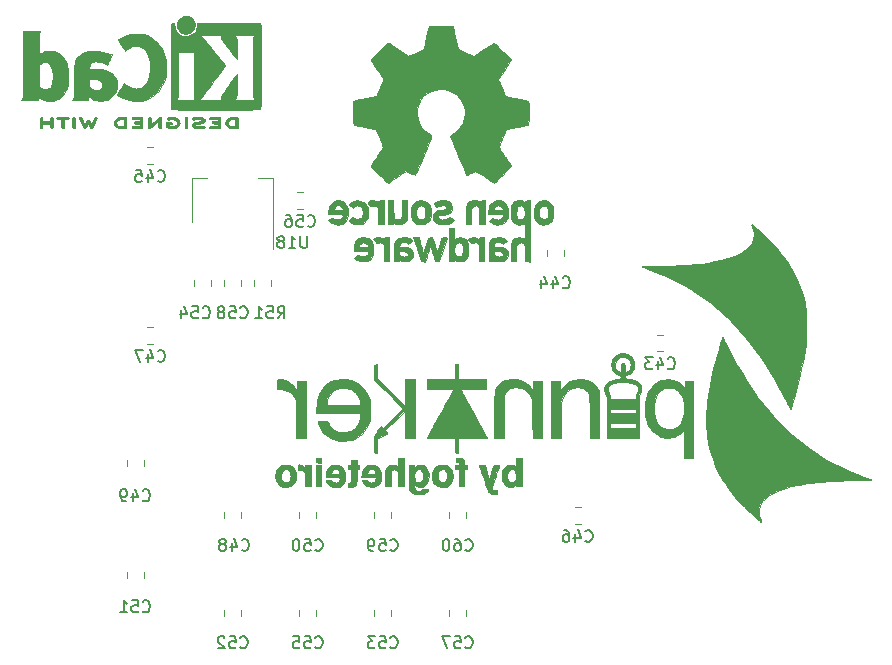
<source format=gbo>
G04 #@! TF.GenerationSoftware,KiCad,Pcbnew,5.1.5+dfsg1-2build2*
G04 #@! TF.CreationDate,2020-07-01T20:14:48+02:00*
G04 #@! TF.ProjectId,spinnaker,7370696e-6e61-46b6-9572-2e6b69636164,rev?*
G04 #@! TF.SameCoordinates,Original*
G04 #@! TF.FileFunction,Legend,Bot*
G04 #@! TF.FilePolarity,Positive*
%FSLAX46Y46*%
G04 Gerber Fmt 4.6, Leading zero omitted, Abs format (unit mm)*
G04 Created by KiCad (PCBNEW 5.1.5+dfsg1-2build2) date 2020-07-01 20:14:48*
%MOMM*%
%LPD*%
G04 APERTURE LIST*
%ADD10C,0.010000*%
%ADD11C,0.120000*%
%ADD12C,0.150000*%
G04 APERTURE END LIST*
D10*
G36*
X131037708Y-67852409D02*
G01*
X130985143Y-67852944D01*
X130831119Y-67856660D01*
X130702125Y-67867699D01*
X130593763Y-67887246D01*
X130501638Y-67916483D01*
X130421353Y-67956597D01*
X130348512Y-68008769D01*
X130322495Y-68031433D01*
X130279337Y-68084462D01*
X130240421Y-68156421D01*
X130210427Y-68236184D01*
X130194035Y-68312625D01*
X130192332Y-68340872D01*
X130203005Y-68419174D01*
X130231607Y-68504705D01*
X130273011Y-68585663D01*
X130322095Y-68650246D01*
X130330067Y-68658038D01*
X130397600Y-68712808D01*
X130471552Y-68755563D01*
X130556188Y-68787423D01*
X130655771Y-68809508D01*
X130774566Y-68822938D01*
X130916834Y-68828834D01*
X130982000Y-68829334D01*
X131064855Y-68828935D01*
X131123123Y-68827266D01*
X131162270Y-68823622D01*
X131187763Y-68817293D01*
X131205068Y-68807574D01*
X131214344Y-68799274D01*
X131223106Y-68789192D01*
X131229979Y-68776185D01*
X131235192Y-68756769D01*
X131238973Y-68727460D01*
X131241551Y-68684773D01*
X131243154Y-68625225D01*
X131244011Y-68545330D01*
X131244351Y-68441605D01*
X131244403Y-68340872D01*
X131244734Y-68206519D01*
X131244662Y-68099192D01*
X131243384Y-68047795D01*
X131049019Y-68047795D01*
X131049019Y-68633949D01*
X130925025Y-68633835D01*
X130850415Y-68631696D01*
X130772272Y-68626183D01*
X130707074Y-68618472D01*
X130705090Y-68618155D01*
X130599717Y-68592678D01*
X130517986Y-68553000D01*
X130455816Y-68496538D01*
X130416314Y-68435406D01*
X130391974Y-68367593D01*
X130393861Y-68303919D01*
X130422109Y-68235665D01*
X130477362Y-68165056D01*
X130553927Y-68112735D01*
X130653449Y-68077763D01*
X130719961Y-68065386D01*
X130795461Y-68056694D01*
X130875479Y-68050404D01*
X130943538Y-68047788D01*
X130947569Y-68047776D01*
X131049019Y-68047795D01*
X131243384Y-68047795D01*
X131242590Y-68015881D01*
X131236915Y-67953579D01*
X131226041Y-67909275D01*
X131208368Y-67879960D01*
X131182297Y-67862625D01*
X131146229Y-67854261D01*
X131098566Y-67851859D01*
X131037708Y-67852409D01*
G37*
X131037708Y-67852409D02*
X130985143Y-67852944D01*
X130831119Y-67856660D01*
X130702125Y-67867699D01*
X130593763Y-67887246D01*
X130501638Y-67916483D01*
X130421353Y-67956597D01*
X130348512Y-68008769D01*
X130322495Y-68031433D01*
X130279337Y-68084462D01*
X130240421Y-68156421D01*
X130210427Y-68236184D01*
X130194035Y-68312625D01*
X130192332Y-68340872D01*
X130203005Y-68419174D01*
X130231607Y-68504705D01*
X130273011Y-68585663D01*
X130322095Y-68650246D01*
X130330067Y-68658038D01*
X130397600Y-68712808D01*
X130471552Y-68755563D01*
X130556188Y-68787423D01*
X130655771Y-68809508D01*
X130774566Y-68822938D01*
X130916834Y-68828834D01*
X130982000Y-68829334D01*
X131064855Y-68828935D01*
X131123123Y-68827266D01*
X131162270Y-68823622D01*
X131187763Y-68817293D01*
X131205068Y-68807574D01*
X131214344Y-68799274D01*
X131223106Y-68789192D01*
X131229979Y-68776185D01*
X131235192Y-68756769D01*
X131238973Y-68727460D01*
X131241551Y-68684773D01*
X131243154Y-68625225D01*
X131244011Y-68545330D01*
X131244351Y-68441605D01*
X131244403Y-68340872D01*
X131244734Y-68206519D01*
X131244662Y-68099192D01*
X131243384Y-68047795D01*
X131049019Y-68047795D01*
X131049019Y-68633949D01*
X130925025Y-68633835D01*
X130850415Y-68631696D01*
X130772272Y-68626183D01*
X130707074Y-68618472D01*
X130705090Y-68618155D01*
X130599717Y-68592678D01*
X130517986Y-68553000D01*
X130455816Y-68496538D01*
X130416314Y-68435406D01*
X130391974Y-68367593D01*
X130393861Y-68303919D01*
X130422109Y-68235665D01*
X130477362Y-68165056D01*
X130553927Y-68112735D01*
X130653449Y-68077763D01*
X130719961Y-68065386D01*
X130795461Y-68056694D01*
X130875479Y-68050404D01*
X130943538Y-68047788D01*
X130947569Y-68047776D01*
X131049019Y-68047795D01*
X131243384Y-68047795D01*
X131242590Y-68015881D01*
X131236915Y-67953579D01*
X131226041Y-67909275D01*
X131208368Y-67879960D01*
X131182297Y-67862625D01*
X131146229Y-67854261D01*
X131098566Y-67851859D01*
X131037708Y-67852409D01*
G36*
X129162384Y-67852516D02*
G01*
X129069976Y-67853012D01*
X129000227Y-67854165D01*
X128949437Y-67856244D01*
X128913905Y-67859515D01*
X128889932Y-67864247D01*
X128873818Y-67870707D01*
X128861863Y-67879163D01*
X128857533Y-67883055D01*
X128831205Y-67924404D01*
X128826465Y-67971916D01*
X128843784Y-68014095D01*
X128851793Y-68022620D01*
X128864746Y-68030885D01*
X128885602Y-68037261D01*
X128918230Y-68042059D01*
X128966496Y-68045588D01*
X129034268Y-68048158D01*
X129125414Y-68050081D01*
X129208745Y-68051251D01*
X129538546Y-68055310D01*
X129547560Y-68228150D01*
X129323696Y-68228150D01*
X129226508Y-68228989D01*
X129155357Y-68232496D01*
X129106245Y-68240159D01*
X129075171Y-68253467D01*
X129058138Y-68273905D01*
X129051146Y-68302963D01*
X129050084Y-68329931D01*
X129053384Y-68363021D01*
X129065837Y-68387404D01*
X129091274Y-68404353D01*
X129133525Y-68415143D01*
X129196420Y-68421048D01*
X129283789Y-68423341D01*
X129331475Y-68423535D01*
X129546060Y-68423535D01*
X129546060Y-68633949D01*
X129215409Y-68633949D01*
X129107024Y-68634100D01*
X129024651Y-68634778D01*
X128964243Y-68636320D01*
X128921753Y-68639063D01*
X128893135Y-68643345D01*
X128874342Y-68649503D01*
X128861328Y-68657873D01*
X128854699Y-68664008D01*
X128831961Y-68699813D01*
X128824640Y-68731641D01*
X128835093Y-68770518D01*
X128854699Y-68799274D01*
X128865159Y-68808327D01*
X128878662Y-68815357D01*
X128898840Y-68820618D01*
X128929325Y-68824365D01*
X128973749Y-68826854D01*
X129035745Y-68828339D01*
X129118945Y-68829075D01*
X129226981Y-68829318D01*
X129283043Y-68829334D01*
X129403098Y-68829227D01*
X129496728Y-68828739D01*
X129567563Y-68827613D01*
X129619235Y-68825595D01*
X129655377Y-68822430D01*
X129679622Y-68817863D01*
X129695601Y-68811640D01*
X129706947Y-68803504D01*
X129711386Y-68799274D01*
X129720171Y-68789160D01*
X129727058Y-68776112D01*
X129732275Y-68756634D01*
X129736053Y-68727228D01*
X129738624Y-68684398D01*
X129740218Y-68624648D01*
X129741065Y-68544481D01*
X129741396Y-68440401D01*
X129741445Y-68343492D01*
X129741400Y-68219387D01*
X129741088Y-68121830D01*
X129740242Y-68047310D01*
X129738596Y-67992315D01*
X129735883Y-67953334D01*
X129731837Y-67926857D01*
X129726191Y-67909370D01*
X129718680Y-67897364D01*
X129709036Y-67887327D01*
X129706660Y-67885090D01*
X129695129Y-67875183D01*
X129681732Y-67867512D01*
X129662750Y-67861790D01*
X129634469Y-67857732D01*
X129593172Y-67855052D01*
X129535142Y-67853466D01*
X129456663Y-67852688D01*
X129354020Y-67852432D01*
X129281150Y-67852410D01*
X129162384Y-67852516D01*
G37*
X129162384Y-67852516D02*
X129069976Y-67853012D01*
X129000227Y-67854165D01*
X128949437Y-67856244D01*
X128913905Y-67859515D01*
X128889932Y-67864247D01*
X128873818Y-67870707D01*
X128861863Y-67879163D01*
X128857533Y-67883055D01*
X128831205Y-67924404D01*
X128826465Y-67971916D01*
X128843784Y-68014095D01*
X128851793Y-68022620D01*
X128864746Y-68030885D01*
X128885602Y-68037261D01*
X128918230Y-68042059D01*
X128966496Y-68045588D01*
X129034268Y-68048158D01*
X129125414Y-68050081D01*
X129208745Y-68051251D01*
X129538546Y-68055310D01*
X129547560Y-68228150D01*
X129323696Y-68228150D01*
X129226508Y-68228989D01*
X129155357Y-68232496D01*
X129106245Y-68240159D01*
X129075171Y-68253467D01*
X129058138Y-68273905D01*
X129051146Y-68302963D01*
X129050084Y-68329931D01*
X129053384Y-68363021D01*
X129065837Y-68387404D01*
X129091274Y-68404353D01*
X129133525Y-68415143D01*
X129196420Y-68421048D01*
X129283789Y-68423341D01*
X129331475Y-68423535D01*
X129546060Y-68423535D01*
X129546060Y-68633949D01*
X129215409Y-68633949D01*
X129107024Y-68634100D01*
X129024651Y-68634778D01*
X128964243Y-68636320D01*
X128921753Y-68639063D01*
X128893135Y-68643345D01*
X128874342Y-68649503D01*
X128861328Y-68657873D01*
X128854699Y-68664008D01*
X128831961Y-68699813D01*
X128824640Y-68731641D01*
X128835093Y-68770518D01*
X128854699Y-68799274D01*
X128865159Y-68808327D01*
X128878662Y-68815357D01*
X128898840Y-68820618D01*
X128929325Y-68824365D01*
X128973749Y-68826854D01*
X129035745Y-68828339D01*
X129118945Y-68829075D01*
X129226981Y-68829318D01*
X129283043Y-68829334D01*
X129403098Y-68829227D01*
X129496728Y-68828739D01*
X129567563Y-68827613D01*
X129619235Y-68825595D01*
X129655377Y-68822430D01*
X129679622Y-68817863D01*
X129695601Y-68811640D01*
X129706947Y-68803504D01*
X129711386Y-68799274D01*
X129720171Y-68789160D01*
X129727058Y-68776112D01*
X129732275Y-68756634D01*
X129736053Y-68727228D01*
X129738624Y-68684398D01*
X129740218Y-68624648D01*
X129741065Y-68544481D01*
X129741396Y-68440401D01*
X129741445Y-68343492D01*
X129741400Y-68219387D01*
X129741088Y-68121830D01*
X129740242Y-68047310D01*
X129738596Y-67992315D01*
X129735883Y-67953334D01*
X129731837Y-67926857D01*
X129726191Y-67909370D01*
X129718680Y-67897364D01*
X129709036Y-67887327D01*
X129706660Y-67885090D01*
X129695129Y-67875183D01*
X129681732Y-67867512D01*
X129662750Y-67861790D01*
X129634469Y-67857732D01*
X129593172Y-67855052D01*
X129535142Y-67853466D01*
X129456663Y-67852688D01*
X129354020Y-67852432D01*
X129281150Y-67852410D01*
X129162384Y-67852516D01*
G36*
X127802942Y-67854121D02*
G01*
X127703337Y-67861084D01*
X127610698Y-67871959D01*
X127530412Y-67886338D01*
X127467862Y-67903810D01*
X127428435Y-67923966D01*
X127422383Y-67929899D01*
X127401338Y-67975939D01*
X127407720Y-68023204D01*
X127440361Y-68063642D01*
X127441918Y-68064801D01*
X127461117Y-68077261D01*
X127481159Y-68083813D01*
X127509114Y-68084608D01*
X127552053Y-68079800D01*
X127617045Y-68069539D01*
X127622273Y-68068675D01*
X127719115Y-68056778D01*
X127823598Y-68050909D01*
X127928389Y-68050852D01*
X128026156Y-68056391D01*
X128109566Y-68067309D01*
X128171287Y-68083389D01*
X128175342Y-68085005D01*
X128220118Y-68110093D01*
X128235850Y-68135482D01*
X128223534Y-68160451D01*
X128184169Y-68184280D01*
X128118752Y-68206246D01*
X128028280Y-68225630D01*
X127967954Y-68234962D01*
X127842554Y-68252913D01*
X127742819Y-68269323D01*
X127664500Y-68285612D01*
X127603347Y-68303202D01*
X127555113Y-68323513D01*
X127515549Y-68347967D01*
X127480406Y-68377984D01*
X127452165Y-68407460D01*
X127418662Y-68448531D01*
X127402173Y-68483846D01*
X127397017Y-68527357D01*
X127396830Y-68543292D01*
X127400702Y-68596169D01*
X127416181Y-68635507D01*
X127442969Y-68670424D01*
X127497413Y-68723798D01*
X127558124Y-68764502D01*
X127629612Y-68793864D01*
X127716390Y-68813211D01*
X127822968Y-68823870D01*
X127953857Y-68827169D01*
X127975469Y-68827113D01*
X128062752Y-68825304D01*
X128149313Y-68821193D01*
X128225716Y-68815370D01*
X128282524Y-68808425D01*
X128287118Y-68807628D01*
X128343599Y-68794248D01*
X128391506Y-68777346D01*
X128418627Y-68761895D01*
X128443865Y-68721130D01*
X128445623Y-68673662D01*
X128423866Y-68631359D01*
X128418998Y-68626576D01*
X128398876Y-68612363D01*
X128373712Y-68606240D01*
X128334767Y-68607282D01*
X128287489Y-68612698D01*
X128234659Y-68617537D01*
X128160602Y-68621619D01*
X128074145Y-68624582D01*
X127984117Y-68626061D01*
X127960439Y-68626158D01*
X127870076Y-68625794D01*
X127803943Y-68624040D01*
X127756221Y-68620287D01*
X127721092Y-68613927D01*
X127692736Y-68604351D01*
X127675695Y-68596375D01*
X127638250Y-68574229D01*
X127614375Y-68554172D01*
X127610886Y-68548487D01*
X127618247Y-68525009D01*
X127653241Y-68502281D01*
X127713442Y-68481334D01*
X127796425Y-68463200D01*
X127820874Y-68459161D01*
X127948576Y-68439103D01*
X128050494Y-68422338D01*
X128130560Y-68407647D01*
X128192708Y-68393812D01*
X128240872Y-68379615D01*
X128278986Y-68363837D01*
X128310984Y-68345260D01*
X128340798Y-68322666D01*
X128372364Y-68294837D01*
X128382986Y-68285080D01*
X128420227Y-68248666D01*
X128439941Y-68219816D01*
X128447653Y-68186802D01*
X128448901Y-68145199D01*
X128435169Y-68063615D01*
X128394132Y-67994298D01*
X128326024Y-67937472D01*
X128231081Y-67893361D01*
X128163338Y-67873576D01*
X128089713Y-67860797D01*
X128001515Y-67853568D01*
X127904130Y-67851479D01*
X127802942Y-67854121D01*
G37*
X127802942Y-67854121D02*
X127703337Y-67861084D01*
X127610698Y-67871959D01*
X127530412Y-67886338D01*
X127467862Y-67903810D01*
X127428435Y-67923966D01*
X127422383Y-67929899D01*
X127401338Y-67975939D01*
X127407720Y-68023204D01*
X127440361Y-68063642D01*
X127441918Y-68064801D01*
X127461117Y-68077261D01*
X127481159Y-68083813D01*
X127509114Y-68084608D01*
X127552053Y-68079800D01*
X127617045Y-68069539D01*
X127622273Y-68068675D01*
X127719115Y-68056778D01*
X127823598Y-68050909D01*
X127928389Y-68050852D01*
X128026156Y-68056391D01*
X128109566Y-68067309D01*
X128171287Y-68083389D01*
X128175342Y-68085005D01*
X128220118Y-68110093D01*
X128235850Y-68135482D01*
X128223534Y-68160451D01*
X128184169Y-68184280D01*
X128118752Y-68206246D01*
X128028280Y-68225630D01*
X127967954Y-68234962D01*
X127842554Y-68252913D01*
X127742819Y-68269323D01*
X127664500Y-68285612D01*
X127603347Y-68303202D01*
X127555113Y-68323513D01*
X127515549Y-68347967D01*
X127480406Y-68377984D01*
X127452165Y-68407460D01*
X127418662Y-68448531D01*
X127402173Y-68483846D01*
X127397017Y-68527357D01*
X127396830Y-68543292D01*
X127400702Y-68596169D01*
X127416181Y-68635507D01*
X127442969Y-68670424D01*
X127497413Y-68723798D01*
X127558124Y-68764502D01*
X127629612Y-68793864D01*
X127716390Y-68813211D01*
X127822968Y-68823870D01*
X127953857Y-68827169D01*
X127975469Y-68827113D01*
X128062752Y-68825304D01*
X128149313Y-68821193D01*
X128225716Y-68815370D01*
X128282524Y-68808425D01*
X128287118Y-68807628D01*
X128343599Y-68794248D01*
X128391506Y-68777346D01*
X128418627Y-68761895D01*
X128443865Y-68721130D01*
X128445623Y-68673662D01*
X128423866Y-68631359D01*
X128418998Y-68626576D01*
X128398876Y-68612363D01*
X128373712Y-68606240D01*
X128334767Y-68607282D01*
X128287489Y-68612698D01*
X128234659Y-68617537D01*
X128160602Y-68621619D01*
X128074145Y-68624582D01*
X127984117Y-68626061D01*
X127960439Y-68626158D01*
X127870076Y-68625794D01*
X127803943Y-68624040D01*
X127756221Y-68620287D01*
X127721092Y-68613927D01*
X127692736Y-68604351D01*
X127675695Y-68596375D01*
X127638250Y-68574229D01*
X127614375Y-68554172D01*
X127610886Y-68548487D01*
X127618247Y-68525009D01*
X127653241Y-68502281D01*
X127713442Y-68481334D01*
X127796425Y-68463200D01*
X127820874Y-68459161D01*
X127948576Y-68439103D01*
X128050494Y-68422338D01*
X128130560Y-68407647D01*
X128192708Y-68393812D01*
X128240872Y-68379615D01*
X128278986Y-68363837D01*
X128310984Y-68345260D01*
X128340798Y-68322666D01*
X128372364Y-68294837D01*
X128382986Y-68285080D01*
X128420227Y-68248666D01*
X128439941Y-68219816D01*
X128447653Y-68186802D01*
X128448901Y-68145199D01*
X128435169Y-68063615D01*
X128394132Y-67994298D01*
X128326024Y-67937472D01*
X128231081Y-67893361D01*
X128163338Y-67873576D01*
X128089713Y-67860797D01*
X128001515Y-67853568D01*
X127904130Y-67851479D01*
X127802942Y-67854121D01*
G36*
X126780617Y-67882470D02*
G01*
X126771855Y-67892552D01*
X126764982Y-67905559D01*
X126759769Y-67924975D01*
X126755988Y-67954284D01*
X126753410Y-67996971D01*
X126751807Y-68056519D01*
X126750949Y-68136414D01*
X126750610Y-68240140D01*
X126750557Y-68340872D01*
X126750650Y-68465816D01*
X126751081Y-68564185D01*
X126752077Y-68639465D01*
X126753869Y-68695138D01*
X126756683Y-68734690D01*
X126760750Y-68761605D01*
X126766296Y-68779367D01*
X126773551Y-68791461D01*
X126780617Y-68799274D01*
X126824556Y-68825476D01*
X126871374Y-68823125D01*
X126913263Y-68794548D01*
X126922888Y-68783391D01*
X126930409Y-68770447D01*
X126936088Y-68752136D01*
X126940181Y-68724882D01*
X126942949Y-68685104D01*
X126944650Y-68629226D01*
X126945543Y-68553668D01*
X126945887Y-68454852D01*
X126945942Y-68342978D01*
X126945942Y-67926192D01*
X126909051Y-67889301D01*
X126863579Y-67858264D01*
X126819470Y-67857145D01*
X126780617Y-67882470D01*
G37*
X126780617Y-67882470D02*
X126771855Y-67892552D01*
X126764982Y-67905559D01*
X126759769Y-67924975D01*
X126755988Y-67954284D01*
X126753410Y-67996971D01*
X126751807Y-68056519D01*
X126750949Y-68136414D01*
X126750610Y-68240140D01*
X126750557Y-68340872D01*
X126750650Y-68465816D01*
X126751081Y-68564185D01*
X126752077Y-68639465D01*
X126753869Y-68695138D01*
X126756683Y-68734690D01*
X126760750Y-68761605D01*
X126766296Y-68779367D01*
X126773551Y-68791461D01*
X126780617Y-68799274D01*
X126824556Y-68825476D01*
X126871374Y-68823125D01*
X126913263Y-68794548D01*
X126922888Y-68783391D01*
X126930409Y-68770447D01*
X126936088Y-68752136D01*
X126940181Y-68724882D01*
X126942949Y-68685104D01*
X126944650Y-68629226D01*
X126945543Y-68553668D01*
X126945887Y-68454852D01*
X126945942Y-68342978D01*
X126945942Y-67926192D01*
X126909051Y-67889301D01*
X126863579Y-67858264D01*
X126819470Y-67857145D01*
X126780617Y-67882470D01*
G36*
X125484216Y-67859776D02*
G01*
X125392995Y-67875082D01*
X125322936Y-67898875D01*
X125277358Y-67930204D01*
X125264938Y-67948078D01*
X125252308Y-67989649D01*
X125260807Y-68027256D01*
X125287639Y-68062919D01*
X125329330Y-68079603D01*
X125389824Y-68078248D01*
X125436613Y-68069209D01*
X125540582Y-68051987D01*
X125646834Y-68050351D01*
X125765763Y-68064329D01*
X125798614Y-68070252D01*
X125909199Y-68101431D01*
X125995713Y-68147810D01*
X126057207Y-68208599D01*
X126092732Y-68283008D01*
X126100079Y-68321478D01*
X126095270Y-68399527D01*
X126064220Y-68468581D01*
X126009760Y-68527293D01*
X125934718Y-68574317D01*
X125841924Y-68608307D01*
X125734206Y-68627918D01*
X125614395Y-68631805D01*
X125485319Y-68618620D01*
X125478031Y-68617376D01*
X125426692Y-68607814D01*
X125398226Y-68598578D01*
X125385888Y-68584873D01*
X125382932Y-68561906D01*
X125382865Y-68549743D01*
X125382865Y-68498683D01*
X125474031Y-68498683D01*
X125554536Y-68493168D01*
X125609475Y-68475594D01*
X125641440Y-68444417D01*
X125653026Y-68398094D01*
X125653167Y-68392048D01*
X125646389Y-68352453D01*
X125623145Y-68324181D01*
X125579884Y-68305471D01*
X125513055Y-68294564D01*
X125448324Y-68290554D01*
X125354241Y-68288253D01*
X125285998Y-68291764D01*
X125239455Y-68304719D01*
X125210472Y-68330750D01*
X125194909Y-68373491D01*
X125188625Y-68436574D01*
X125187480Y-68519428D01*
X125189356Y-68611910D01*
X125195000Y-68674818D01*
X125204436Y-68708403D01*
X125206267Y-68711033D01*
X125258079Y-68752998D01*
X125334044Y-68786232D01*
X125429346Y-68810023D01*
X125539170Y-68823663D01*
X125658700Y-68826442D01*
X125783120Y-68817649D01*
X125856297Y-68806849D01*
X125971074Y-68774362D01*
X126077750Y-68721250D01*
X126167065Y-68652319D01*
X126180640Y-68638542D01*
X126224746Y-68580622D01*
X126264543Y-68508840D01*
X126295381Y-68433583D01*
X126312611Y-68365241D01*
X126314688Y-68338993D01*
X126305847Y-68284241D01*
X126282349Y-68216119D01*
X126248703Y-68144414D01*
X126209418Y-68078913D01*
X126174709Y-68035162D01*
X126093557Y-67970083D01*
X125988652Y-67918285D01*
X125863754Y-67880938D01*
X125722621Y-67859217D01*
X125593279Y-67853909D01*
X125484216Y-67859776D01*
G37*
X125484216Y-67859776D02*
X125392995Y-67875082D01*
X125322936Y-67898875D01*
X125277358Y-67930204D01*
X125264938Y-67948078D01*
X125252308Y-67989649D01*
X125260807Y-68027256D01*
X125287639Y-68062919D01*
X125329330Y-68079603D01*
X125389824Y-68078248D01*
X125436613Y-68069209D01*
X125540582Y-68051987D01*
X125646834Y-68050351D01*
X125765763Y-68064329D01*
X125798614Y-68070252D01*
X125909199Y-68101431D01*
X125995713Y-68147810D01*
X126057207Y-68208599D01*
X126092732Y-68283008D01*
X126100079Y-68321478D01*
X126095270Y-68399527D01*
X126064220Y-68468581D01*
X126009760Y-68527293D01*
X125934718Y-68574317D01*
X125841924Y-68608307D01*
X125734206Y-68627918D01*
X125614395Y-68631805D01*
X125485319Y-68618620D01*
X125478031Y-68617376D01*
X125426692Y-68607814D01*
X125398226Y-68598578D01*
X125385888Y-68584873D01*
X125382932Y-68561906D01*
X125382865Y-68549743D01*
X125382865Y-68498683D01*
X125474031Y-68498683D01*
X125554536Y-68493168D01*
X125609475Y-68475594D01*
X125641440Y-68444417D01*
X125653026Y-68398094D01*
X125653167Y-68392048D01*
X125646389Y-68352453D01*
X125623145Y-68324181D01*
X125579884Y-68305471D01*
X125513055Y-68294564D01*
X125448324Y-68290554D01*
X125354241Y-68288253D01*
X125285998Y-68291764D01*
X125239455Y-68304719D01*
X125210472Y-68330750D01*
X125194909Y-68373491D01*
X125188625Y-68436574D01*
X125187480Y-68519428D01*
X125189356Y-68611910D01*
X125195000Y-68674818D01*
X125204436Y-68708403D01*
X125206267Y-68711033D01*
X125258079Y-68752998D01*
X125334044Y-68786232D01*
X125429346Y-68810023D01*
X125539170Y-68823663D01*
X125658700Y-68826442D01*
X125783120Y-68817649D01*
X125856297Y-68806849D01*
X125971074Y-68774362D01*
X126077750Y-68721250D01*
X126167065Y-68652319D01*
X126180640Y-68638542D01*
X126224746Y-68580622D01*
X126264543Y-68508840D01*
X126295381Y-68433583D01*
X126312611Y-68365241D01*
X126314688Y-68338993D01*
X126305847Y-68284241D01*
X126282349Y-68216119D01*
X126248703Y-68144414D01*
X126209418Y-68078913D01*
X126174709Y-68035162D01*
X126093557Y-67970083D01*
X125988652Y-67918285D01*
X125863754Y-67880938D01*
X125722621Y-67859217D01*
X125593279Y-67853909D01*
X125484216Y-67859776D01*
G36*
X124618874Y-67858244D02*
G01*
X124587499Y-67876649D01*
X124546476Y-67906749D01*
X124493678Y-67949960D01*
X124426979Y-68007702D01*
X124344253Y-68081392D01*
X124243374Y-68172448D01*
X124127895Y-68277138D01*
X123887421Y-68495207D01*
X123879906Y-68202508D01*
X123877193Y-68101754D01*
X123874576Y-68026722D01*
X123871474Y-67973084D01*
X123867310Y-67936510D01*
X123861505Y-67912671D01*
X123853478Y-67897238D01*
X123842651Y-67885882D01*
X123836910Y-67881110D01*
X123790937Y-67855877D01*
X123747191Y-67859566D01*
X123712489Y-67881123D01*
X123677007Y-67909835D01*
X123672594Y-68329150D01*
X123671373Y-68452471D01*
X123670751Y-68549348D01*
X123670944Y-68623394D01*
X123672168Y-68678221D01*
X123674638Y-68717443D01*
X123678568Y-68744673D01*
X123684174Y-68763523D01*
X123691672Y-68777605D01*
X123699987Y-68788899D01*
X123717976Y-68809846D01*
X123735875Y-68823731D01*
X123756166Y-68829060D01*
X123781332Y-68824340D01*
X123813854Y-68808077D01*
X123856217Y-68778777D01*
X123910902Y-68734946D01*
X123980391Y-68675091D01*
X124067169Y-68597718D01*
X124165469Y-68508814D01*
X124518664Y-68188435D01*
X124526179Y-68480177D01*
X124528897Y-68580747D01*
X124531521Y-68655604D01*
X124534633Y-68709084D01*
X124538816Y-68745526D01*
X124544651Y-68769268D01*
X124552720Y-68784646D01*
X124563605Y-68796000D01*
X124569175Y-68800626D01*
X124618410Y-68826042D01*
X124664931Y-68822209D01*
X124705443Y-68789733D01*
X124714710Y-68776667D01*
X124721933Y-68761409D01*
X124727366Y-68740296D01*
X124731262Y-68709669D01*
X124733875Y-68665866D01*
X124735461Y-68605227D01*
X124736272Y-68524091D01*
X124736562Y-68418797D01*
X124736593Y-68340872D01*
X124736495Y-68218988D01*
X124736033Y-68123503D01*
X124734951Y-68050755D01*
X124732997Y-67997083D01*
X124729916Y-67958827D01*
X124725454Y-67932327D01*
X124719357Y-67913920D01*
X124711371Y-67899948D01*
X124705443Y-67892011D01*
X124690416Y-67873212D01*
X124676372Y-67859017D01*
X124661184Y-67850846D01*
X124642727Y-67850116D01*
X124618874Y-67858244D01*
G37*
X124618874Y-67858244D02*
X124587499Y-67876649D01*
X124546476Y-67906749D01*
X124493678Y-67949960D01*
X124426979Y-68007702D01*
X124344253Y-68081392D01*
X124243374Y-68172448D01*
X124127895Y-68277138D01*
X123887421Y-68495207D01*
X123879906Y-68202508D01*
X123877193Y-68101754D01*
X123874576Y-68026722D01*
X123871474Y-67973084D01*
X123867310Y-67936510D01*
X123861505Y-67912671D01*
X123853478Y-67897238D01*
X123842651Y-67885882D01*
X123836910Y-67881110D01*
X123790937Y-67855877D01*
X123747191Y-67859566D01*
X123712489Y-67881123D01*
X123677007Y-67909835D01*
X123672594Y-68329150D01*
X123671373Y-68452471D01*
X123670751Y-68549348D01*
X123670944Y-68623394D01*
X123672168Y-68678221D01*
X123674638Y-68717443D01*
X123678568Y-68744673D01*
X123684174Y-68763523D01*
X123691672Y-68777605D01*
X123699987Y-68788899D01*
X123717976Y-68809846D01*
X123735875Y-68823731D01*
X123756166Y-68829060D01*
X123781332Y-68824340D01*
X123813854Y-68808077D01*
X123856217Y-68778777D01*
X123910902Y-68734946D01*
X123980391Y-68675091D01*
X124067169Y-68597718D01*
X124165469Y-68508814D01*
X124518664Y-68188435D01*
X124526179Y-68480177D01*
X124528897Y-68580747D01*
X124531521Y-68655604D01*
X124534633Y-68709084D01*
X124538816Y-68745526D01*
X124544651Y-68769268D01*
X124552720Y-68784646D01*
X124563605Y-68796000D01*
X124569175Y-68800626D01*
X124618410Y-68826042D01*
X124664931Y-68822209D01*
X124705443Y-68789733D01*
X124714710Y-68776667D01*
X124721933Y-68761409D01*
X124727366Y-68740296D01*
X124731262Y-68709669D01*
X124733875Y-68665866D01*
X124735461Y-68605227D01*
X124736272Y-68524091D01*
X124736562Y-68418797D01*
X124736593Y-68340872D01*
X124736495Y-68218988D01*
X124736033Y-68123503D01*
X124734951Y-68050755D01*
X124732997Y-67997083D01*
X124729916Y-67958827D01*
X124725454Y-67932327D01*
X124719357Y-67913920D01*
X124711371Y-67899948D01*
X124705443Y-67892011D01*
X124690416Y-67873212D01*
X124676372Y-67859017D01*
X124661184Y-67850846D01*
X124642727Y-67850116D01*
X124618874Y-67858244D01*
G36*
X122581284Y-67852667D02*
G01*
X122479623Y-67853884D01*
X122401718Y-67856730D01*
X122344419Y-67861874D01*
X122304573Y-67869984D01*
X122279032Y-67881731D01*
X122264643Y-67897782D01*
X122258255Y-67918808D01*
X122256719Y-67945476D01*
X122256711Y-67948626D01*
X122258045Y-67978790D01*
X122264349Y-68002103D01*
X122279078Y-68019506D01*
X122305685Y-68031940D01*
X122347626Y-68040345D01*
X122408354Y-68045665D01*
X122491324Y-68048839D01*
X122599989Y-68050809D01*
X122633295Y-68051245D01*
X122955587Y-68055310D01*
X122960094Y-68141730D01*
X122964602Y-68228150D01*
X122740737Y-68228150D01*
X122653279Y-68228473D01*
X122590831Y-68229837D01*
X122548346Y-68232839D01*
X122520777Y-68238073D01*
X122503078Y-68246135D01*
X122490203Y-68257620D01*
X122490120Y-68257711D01*
X122466770Y-68302471D01*
X122467614Y-68350847D01*
X122492121Y-68392086D01*
X122496971Y-68396325D01*
X122514185Y-68407249D01*
X122537774Y-68414849D01*
X122572993Y-68419697D01*
X122625100Y-68422366D01*
X122699350Y-68423428D01*
X122746838Y-68423535D01*
X122963102Y-68423535D01*
X122963102Y-68633949D01*
X122634780Y-68633949D01*
X122526382Y-68634139D01*
X122444065Y-68634914D01*
X122383851Y-68636584D01*
X122341765Y-68639458D01*
X122313829Y-68643847D01*
X122296066Y-68650059D01*
X122284500Y-68658404D01*
X122281585Y-68661434D01*
X122260064Y-68703434D01*
X122258490Y-68751214D01*
X122276145Y-68792642D01*
X122290115Y-68805937D01*
X122304646Y-68813256D01*
X122327162Y-68818919D01*
X122361224Y-68823123D01*
X122410393Y-68826068D01*
X122478232Y-68827951D01*
X122568302Y-68828970D01*
X122684163Y-68829325D01*
X122710357Y-68829334D01*
X122828161Y-68829256D01*
X122919604Y-68828831D01*
X122988386Y-68827766D01*
X123038204Y-68825769D01*
X123072760Y-68822550D01*
X123095750Y-68817816D01*
X123110874Y-68811277D01*
X123121831Y-68802641D01*
X123127842Y-68796440D01*
X123136890Y-68785457D01*
X123143958Y-68771852D01*
X123149291Y-68752056D01*
X123153132Y-68722502D01*
X123155725Y-68679621D01*
X123157313Y-68619845D01*
X123158139Y-68539607D01*
X123158448Y-68435339D01*
X123158486Y-68347580D01*
X123158392Y-68224608D01*
X123157943Y-68128069D01*
X123156892Y-68054339D01*
X123154990Y-67999790D01*
X123151991Y-67960799D01*
X123147645Y-67933739D01*
X123141706Y-67914984D01*
X123133925Y-67900910D01*
X123127336Y-67892011D01*
X123096186Y-67852410D01*
X122709852Y-67852410D01*
X122581284Y-67852667D01*
G37*
X122581284Y-67852667D02*
X122479623Y-67853884D01*
X122401718Y-67856730D01*
X122344419Y-67861874D01*
X122304573Y-67869984D01*
X122279032Y-67881731D01*
X122264643Y-67897782D01*
X122258255Y-67918808D01*
X122256719Y-67945476D01*
X122256711Y-67948626D01*
X122258045Y-67978790D01*
X122264349Y-68002103D01*
X122279078Y-68019506D01*
X122305685Y-68031940D01*
X122347626Y-68040345D01*
X122408354Y-68045665D01*
X122491324Y-68048839D01*
X122599989Y-68050809D01*
X122633295Y-68051245D01*
X122955587Y-68055310D01*
X122960094Y-68141730D01*
X122964602Y-68228150D01*
X122740737Y-68228150D01*
X122653279Y-68228473D01*
X122590831Y-68229837D01*
X122548346Y-68232839D01*
X122520777Y-68238073D01*
X122503078Y-68246135D01*
X122490203Y-68257620D01*
X122490120Y-68257711D01*
X122466770Y-68302471D01*
X122467614Y-68350847D01*
X122492121Y-68392086D01*
X122496971Y-68396325D01*
X122514185Y-68407249D01*
X122537774Y-68414849D01*
X122572993Y-68419697D01*
X122625100Y-68422366D01*
X122699350Y-68423428D01*
X122746838Y-68423535D01*
X122963102Y-68423535D01*
X122963102Y-68633949D01*
X122634780Y-68633949D01*
X122526382Y-68634139D01*
X122444065Y-68634914D01*
X122383851Y-68636584D01*
X122341765Y-68639458D01*
X122313829Y-68643847D01*
X122296066Y-68650059D01*
X122284500Y-68658404D01*
X122281585Y-68661434D01*
X122260064Y-68703434D01*
X122258490Y-68751214D01*
X122276145Y-68792642D01*
X122290115Y-68805937D01*
X122304646Y-68813256D01*
X122327162Y-68818919D01*
X122361224Y-68823123D01*
X122410393Y-68826068D01*
X122478232Y-68827951D01*
X122568302Y-68828970D01*
X122684163Y-68829325D01*
X122710357Y-68829334D01*
X122828161Y-68829256D01*
X122919604Y-68828831D01*
X122988386Y-68827766D01*
X123038204Y-68825769D01*
X123072760Y-68822550D01*
X123095750Y-68817816D01*
X123110874Y-68811277D01*
X123121831Y-68802641D01*
X123127842Y-68796440D01*
X123136890Y-68785457D01*
X123143958Y-68771852D01*
X123149291Y-68752056D01*
X123153132Y-68722502D01*
X123155725Y-68679621D01*
X123157313Y-68619845D01*
X123158139Y-68539607D01*
X123158448Y-68435339D01*
X123158486Y-68347580D01*
X123158392Y-68224608D01*
X123157943Y-68128069D01*
X123156892Y-68054339D01*
X123154990Y-67999790D01*
X123151991Y-67960799D01*
X123147645Y-67933739D01*
X123141706Y-67914984D01*
X123133925Y-67900910D01*
X123127336Y-67892011D01*
X123096186Y-67852410D01*
X122709852Y-67852410D01*
X122581284Y-67852667D01*
G36*
X121532217Y-67852687D02*
G01*
X121360499Y-67858493D01*
X121214445Y-67876101D01*
X121091647Y-67906563D01*
X120989697Y-67950935D01*
X120906186Y-68010271D01*
X120838707Y-68085624D01*
X120784851Y-68178050D01*
X120783792Y-68180304D01*
X120751651Y-68263024D01*
X120740199Y-68336284D01*
X120749480Y-68410012D01*
X120779539Y-68494135D01*
X120785239Y-68506937D01*
X120824115Y-68581862D01*
X120867805Y-68639757D01*
X120924194Y-68688972D01*
X121001162Y-68737857D01*
X121005634Y-68740409D01*
X121072637Y-68772595D01*
X121148369Y-68796632D01*
X121237696Y-68813351D01*
X121345485Y-68823579D01*
X121476602Y-68828146D01*
X121522928Y-68828543D01*
X121743524Y-68829334D01*
X121774674Y-68789733D01*
X121783914Y-68776711D01*
X121791122Y-68761504D01*
X121796550Y-68740466D01*
X121800449Y-68709950D01*
X121803071Y-68666311D01*
X121803926Y-68633949D01*
X121595409Y-68633949D01*
X121470418Y-68633949D01*
X121397277Y-68631810D01*
X121322193Y-68626181D01*
X121260570Y-68618243D01*
X121256851Y-68617575D01*
X121147401Y-68588212D01*
X121062506Y-68544097D01*
X120999482Y-68483183D01*
X120955640Y-68403424D01*
X120948017Y-68382284D01*
X120940544Y-68349362D01*
X120943779Y-68316836D01*
X120959521Y-68273564D01*
X120969010Y-68252307D01*
X121000083Y-68195820D01*
X121037521Y-68156191D01*
X121078713Y-68128594D01*
X121161224Y-68092682D01*
X121266821Y-68066668D01*
X121389836Y-68051688D01*
X121478930Y-68048392D01*
X121595409Y-68047795D01*
X121595409Y-68633949D01*
X121803926Y-68633949D01*
X121804668Y-68605900D01*
X121805490Y-68525072D01*
X121805790Y-68420181D01*
X121805824Y-68338162D01*
X121805824Y-67926192D01*
X121768933Y-67889301D01*
X121752560Y-67874348D01*
X121734857Y-67864108D01*
X121710135Y-67857701D01*
X121672706Y-67854247D01*
X121616881Y-67852867D01*
X121536972Y-67852681D01*
X121532217Y-67852687D01*
G37*
X121532217Y-67852687D02*
X121360499Y-67858493D01*
X121214445Y-67876101D01*
X121091647Y-67906563D01*
X120989697Y-67950935D01*
X120906186Y-68010271D01*
X120838707Y-68085624D01*
X120784851Y-68178050D01*
X120783792Y-68180304D01*
X120751651Y-68263024D01*
X120740199Y-68336284D01*
X120749480Y-68410012D01*
X120779539Y-68494135D01*
X120785239Y-68506937D01*
X120824115Y-68581862D01*
X120867805Y-68639757D01*
X120924194Y-68688972D01*
X121001162Y-68737857D01*
X121005634Y-68740409D01*
X121072637Y-68772595D01*
X121148369Y-68796632D01*
X121237696Y-68813351D01*
X121345485Y-68823579D01*
X121476602Y-68828146D01*
X121522928Y-68828543D01*
X121743524Y-68829334D01*
X121774674Y-68789733D01*
X121783914Y-68776711D01*
X121791122Y-68761504D01*
X121796550Y-68740466D01*
X121800449Y-68709950D01*
X121803071Y-68666311D01*
X121803926Y-68633949D01*
X121595409Y-68633949D01*
X121470418Y-68633949D01*
X121397277Y-68631810D01*
X121322193Y-68626181D01*
X121260570Y-68618243D01*
X121256851Y-68617575D01*
X121147401Y-68588212D01*
X121062506Y-68544097D01*
X120999482Y-68483183D01*
X120955640Y-68403424D01*
X120948017Y-68382284D01*
X120940544Y-68349362D01*
X120943779Y-68316836D01*
X120959521Y-68273564D01*
X120969010Y-68252307D01*
X121000083Y-68195820D01*
X121037521Y-68156191D01*
X121078713Y-68128594D01*
X121161224Y-68092682D01*
X121266821Y-68066668D01*
X121389836Y-68051688D01*
X121478930Y-68048392D01*
X121595409Y-68047795D01*
X121595409Y-68633949D01*
X121803926Y-68633949D01*
X121804668Y-68605900D01*
X121805490Y-68525072D01*
X121805790Y-68420181D01*
X121805824Y-68338162D01*
X121805824Y-67926192D01*
X121768933Y-67889301D01*
X121752560Y-67874348D01*
X121734857Y-67864108D01*
X121710135Y-67857701D01*
X121672706Y-67854247D01*
X121616881Y-67852867D01*
X121536972Y-67852681D01*
X121532217Y-67852687D01*
G36*
X117902453Y-67855030D02*
G01*
X117876372Y-67864350D01*
X117875366Y-67864806D01*
X117839948Y-67891834D01*
X117820434Y-67919636D01*
X117816616Y-67932672D01*
X117816805Y-67949992D01*
X117822178Y-67974667D01*
X117833912Y-68009764D01*
X117853187Y-68058353D01*
X117881178Y-68123502D01*
X117919064Y-68208281D01*
X117968022Y-68315759D01*
X117994969Y-68374503D01*
X118043630Y-68479373D01*
X118089310Y-68575814D01*
X118130266Y-68660298D01*
X118164754Y-68729300D01*
X118191031Y-68779294D01*
X118207354Y-68806754D01*
X118210584Y-68810547D01*
X118251911Y-68827280D01*
X118298591Y-68825039D01*
X118336030Y-68804687D01*
X118337556Y-68803032D01*
X118352449Y-68780486D01*
X118377431Y-68736571D01*
X118409421Y-68676940D01*
X118445340Y-68607246D01*
X118458248Y-68581563D01*
X118555686Y-68386397D01*
X118661894Y-68598407D01*
X118699803Y-68671661D01*
X118734973Y-68735190D01*
X118764532Y-68784131D01*
X118785606Y-68813622D01*
X118792748Y-68819876D01*
X118848262Y-68828345D01*
X118894071Y-68810547D01*
X118907546Y-68791525D01*
X118930864Y-68749249D01*
X118962123Y-68687880D01*
X118999420Y-68611576D01*
X119040854Y-68524499D01*
X119084522Y-68430807D01*
X119128522Y-68334661D01*
X119170952Y-68240221D01*
X119209910Y-68151645D01*
X119243493Y-68073096D01*
X119269799Y-68008731D01*
X119286926Y-67962711D01*
X119292971Y-67939197D01*
X119292909Y-67938345D01*
X119278200Y-67908756D01*
X119248798Y-67878620D01*
X119247067Y-67877308D01*
X119210930Y-67856882D01*
X119177506Y-67857080D01*
X119164978Y-67860931D01*
X119149713Y-67869253D01*
X119133502Y-67885625D01*
X119114401Y-67913442D01*
X119090465Y-67956100D01*
X119059749Y-68016995D01*
X119020309Y-68099525D01*
X118984742Y-68175707D01*
X118943823Y-68264014D01*
X118907156Y-68343426D01*
X118876646Y-68409796D01*
X118854198Y-68458975D01*
X118841717Y-68486813D01*
X118839897Y-68491168D01*
X118831710Y-68484049D01*
X118812895Y-68454241D01*
X118785954Y-68406096D01*
X118753392Y-68343963D01*
X118740434Y-68318328D01*
X118696540Y-68231765D01*
X118662689Y-68168725D01*
X118636103Y-68125542D01*
X118614005Y-68098552D01*
X118593616Y-68084088D01*
X118572160Y-68078487D01*
X118558177Y-68077854D01*
X118533512Y-68080040D01*
X118511898Y-68089079D01*
X118490422Y-68108697D01*
X118466170Y-68142617D01*
X118436230Y-68194562D01*
X118397687Y-68268258D01*
X118376422Y-68310180D01*
X118341928Y-68376994D01*
X118311844Y-68432401D01*
X118288823Y-68471727D01*
X118275520Y-68490296D01*
X118273711Y-68491069D01*
X118265120Y-68476455D01*
X118245886Y-68438507D01*
X118217935Y-68381196D01*
X118183193Y-68308496D01*
X118143587Y-68224376D01*
X118124104Y-68182594D01*
X118073420Y-68074763D01*
X118032607Y-67991790D01*
X117999546Y-67930966D01*
X117972119Y-67889585D01*
X117948208Y-67864940D01*
X117925692Y-67854324D01*
X117902453Y-67855030D01*
G37*
X117902453Y-67855030D02*
X117876372Y-67864350D01*
X117875366Y-67864806D01*
X117839948Y-67891834D01*
X117820434Y-67919636D01*
X117816616Y-67932672D01*
X117816805Y-67949992D01*
X117822178Y-67974667D01*
X117833912Y-68009764D01*
X117853187Y-68058353D01*
X117881178Y-68123502D01*
X117919064Y-68208281D01*
X117968022Y-68315759D01*
X117994969Y-68374503D01*
X118043630Y-68479373D01*
X118089310Y-68575814D01*
X118130266Y-68660298D01*
X118164754Y-68729300D01*
X118191031Y-68779294D01*
X118207354Y-68806754D01*
X118210584Y-68810547D01*
X118251911Y-68827280D01*
X118298591Y-68825039D01*
X118336030Y-68804687D01*
X118337556Y-68803032D01*
X118352449Y-68780486D01*
X118377431Y-68736571D01*
X118409421Y-68676940D01*
X118445340Y-68607246D01*
X118458248Y-68581563D01*
X118555686Y-68386397D01*
X118661894Y-68598407D01*
X118699803Y-68671661D01*
X118734973Y-68735190D01*
X118764532Y-68784131D01*
X118785606Y-68813622D01*
X118792748Y-68819876D01*
X118848262Y-68828345D01*
X118894071Y-68810547D01*
X118907546Y-68791525D01*
X118930864Y-68749249D01*
X118962123Y-68687880D01*
X118999420Y-68611576D01*
X119040854Y-68524499D01*
X119084522Y-68430807D01*
X119128522Y-68334661D01*
X119170952Y-68240221D01*
X119209910Y-68151645D01*
X119243493Y-68073096D01*
X119269799Y-68008731D01*
X119286926Y-67962711D01*
X119292971Y-67939197D01*
X119292909Y-67938345D01*
X119278200Y-67908756D01*
X119248798Y-67878620D01*
X119247067Y-67877308D01*
X119210930Y-67856882D01*
X119177506Y-67857080D01*
X119164978Y-67860931D01*
X119149713Y-67869253D01*
X119133502Y-67885625D01*
X119114401Y-67913442D01*
X119090465Y-67956100D01*
X119059749Y-68016995D01*
X119020309Y-68099525D01*
X118984742Y-68175707D01*
X118943823Y-68264014D01*
X118907156Y-68343426D01*
X118876646Y-68409796D01*
X118854198Y-68458975D01*
X118841717Y-68486813D01*
X118839897Y-68491168D01*
X118831710Y-68484049D01*
X118812895Y-68454241D01*
X118785954Y-68406096D01*
X118753392Y-68343963D01*
X118740434Y-68318328D01*
X118696540Y-68231765D01*
X118662689Y-68168725D01*
X118636103Y-68125542D01*
X118614005Y-68098552D01*
X118593616Y-68084088D01*
X118572160Y-68078487D01*
X118558177Y-68077854D01*
X118533512Y-68080040D01*
X118511898Y-68089079D01*
X118490422Y-68108697D01*
X118466170Y-68142617D01*
X118436230Y-68194562D01*
X118397687Y-68268258D01*
X118376422Y-68310180D01*
X118341928Y-68376994D01*
X118311844Y-68432401D01*
X118288823Y-68471727D01*
X118275520Y-68490296D01*
X118273711Y-68491069D01*
X118265120Y-68476455D01*
X118245886Y-68438507D01*
X118217935Y-68381196D01*
X118183193Y-68308496D01*
X118143587Y-68224376D01*
X118124104Y-68182594D01*
X118073420Y-68074763D01*
X118032607Y-67991790D01*
X117999546Y-67930966D01*
X117972119Y-67889585D01*
X117948208Y-67864940D01*
X117925692Y-67854324D01*
X117902453Y-67855030D01*
G36*
X117311396Y-67861477D02*
G01*
X117279826Y-67881142D01*
X117244344Y-67909873D01*
X117244344Y-68337966D01*
X117244457Y-68463190D01*
X117244941Y-68561847D01*
X117246014Y-68637430D01*
X117247892Y-68693433D01*
X117250794Y-68733347D01*
X117254937Y-68760666D01*
X117260538Y-68778881D01*
X117267815Y-68791486D01*
X117272976Y-68797696D01*
X117314832Y-68824980D01*
X117362495Y-68823867D01*
X117404247Y-68800602D01*
X117439729Y-68771871D01*
X117439729Y-67909873D01*
X117404247Y-67881142D01*
X117370002Y-67860242D01*
X117342037Y-67852410D01*
X117311396Y-67861477D01*
G37*
X117311396Y-67861477D02*
X117279826Y-67881142D01*
X117244344Y-67909873D01*
X117244344Y-68337966D01*
X117244457Y-68463190D01*
X117244941Y-68561847D01*
X117246014Y-68637430D01*
X117247892Y-68693433D01*
X117250794Y-68733347D01*
X117254937Y-68760666D01*
X117260538Y-68778881D01*
X117267815Y-68791486D01*
X117272976Y-68797696D01*
X117314832Y-68824980D01*
X117362495Y-68823867D01*
X117404247Y-68800602D01*
X117439729Y-68771871D01*
X117439729Y-67909873D01*
X117404247Y-67881142D01*
X117370002Y-67860242D01*
X117342037Y-67852410D01*
X117311396Y-67861477D01*
G36*
X116280323Y-67852539D02*
G01*
X116175535Y-67853043D01*
X116094201Y-67854096D01*
X116033020Y-67855876D01*
X115988689Y-67858557D01*
X115957906Y-67862314D01*
X115937369Y-67867325D01*
X115923775Y-67873763D01*
X115917197Y-67878712D01*
X115883056Y-67922029D01*
X115878926Y-67967003D01*
X115900024Y-68007860D01*
X115913821Y-68024186D01*
X115928668Y-68035318D01*
X115950185Y-68042250D01*
X115983992Y-68045977D01*
X116035708Y-68047494D01*
X116110953Y-68047794D01*
X116125731Y-68047795D01*
X116320025Y-68047795D01*
X116320025Y-68408505D01*
X116320153Y-68522201D01*
X116320734Y-68609685D01*
X116322064Y-68674802D01*
X116324440Y-68721398D01*
X116328156Y-68753319D01*
X116333508Y-68774412D01*
X116340793Y-68788523D01*
X116350084Y-68799274D01*
X116393929Y-68825696D01*
X116439700Y-68823614D01*
X116481210Y-68793469D01*
X116484259Y-68789733D01*
X116494188Y-68775610D01*
X116501752Y-68759086D01*
X116507271Y-68736146D01*
X116511067Y-68702773D01*
X116513458Y-68654955D01*
X116514766Y-68588674D01*
X116515309Y-68499918D01*
X116515409Y-68398963D01*
X116515409Y-68047795D01*
X116700950Y-68047795D01*
X116780573Y-68047256D01*
X116835696Y-68045157D01*
X116871868Y-68040771D01*
X116894638Y-68033376D01*
X116909553Y-68022245D01*
X116911364Y-68020310D01*
X116933142Y-67976057D01*
X116931216Y-67926029D01*
X116906179Y-67882470D01*
X116896496Y-67874020D01*
X116884012Y-67867321D01*
X116865397Y-67862169D01*
X116837323Y-67858361D01*
X116796459Y-67855697D01*
X116739478Y-67853972D01*
X116663048Y-67852984D01*
X116563843Y-67852532D01*
X116438531Y-67852412D01*
X116411867Y-67852410D01*
X116280323Y-67852539D01*
G37*
X116280323Y-67852539D02*
X116175535Y-67853043D01*
X116094201Y-67854096D01*
X116033020Y-67855876D01*
X115988689Y-67858557D01*
X115957906Y-67862314D01*
X115937369Y-67867325D01*
X115923775Y-67873763D01*
X115917197Y-67878712D01*
X115883056Y-67922029D01*
X115878926Y-67967003D01*
X115900024Y-68007860D01*
X115913821Y-68024186D01*
X115928668Y-68035318D01*
X115950185Y-68042250D01*
X115983992Y-68045977D01*
X116035708Y-68047494D01*
X116110953Y-68047794D01*
X116125731Y-68047795D01*
X116320025Y-68047795D01*
X116320025Y-68408505D01*
X116320153Y-68522201D01*
X116320734Y-68609685D01*
X116322064Y-68674802D01*
X116324440Y-68721398D01*
X116328156Y-68753319D01*
X116333508Y-68774412D01*
X116340793Y-68788523D01*
X116350084Y-68799274D01*
X116393929Y-68825696D01*
X116439700Y-68823614D01*
X116481210Y-68793469D01*
X116484259Y-68789733D01*
X116494188Y-68775610D01*
X116501752Y-68759086D01*
X116507271Y-68736146D01*
X116511067Y-68702773D01*
X116513458Y-68654955D01*
X116514766Y-68588674D01*
X116515309Y-68499918D01*
X116515409Y-68398963D01*
X116515409Y-68047795D01*
X116700950Y-68047795D01*
X116780573Y-68047256D01*
X116835696Y-68045157D01*
X116871868Y-68040771D01*
X116894638Y-68033376D01*
X116909553Y-68022245D01*
X116911364Y-68020310D01*
X116933142Y-67976057D01*
X116931216Y-67926029D01*
X116906179Y-67882470D01*
X116896496Y-67874020D01*
X116884012Y-67867321D01*
X116865397Y-67862169D01*
X116837323Y-67858361D01*
X116796459Y-67855697D01*
X116739478Y-67853972D01*
X116663048Y-67852984D01*
X116563843Y-67852532D01*
X116438531Y-67852412D01*
X116411867Y-67852410D01*
X116280323Y-67852539D01*
G36*
X114595141Y-67859688D02*
G01*
X114553365Y-67889301D01*
X114516475Y-67926192D01*
X114516475Y-68338162D01*
X114516571Y-68460486D01*
X114517028Y-68556398D01*
X114518097Y-68629544D01*
X114520029Y-68683570D01*
X114523077Y-68722123D01*
X114527491Y-68748848D01*
X114533524Y-68767394D01*
X114541426Y-68781405D01*
X114547625Y-68789733D01*
X114588539Y-68822449D01*
X114635518Y-68826000D01*
X114678456Y-68805937D01*
X114692644Y-68794092D01*
X114702128Y-68778358D01*
X114707849Y-68753022D01*
X114710747Y-68712370D01*
X114711762Y-68650688D01*
X114711859Y-68603038D01*
X114711859Y-68423535D01*
X115373161Y-68423535D01*
X115373161Y-68586833D01*
X115373845Y-68661505D01*
X115376581Y-68712824D01*
X115382396Y-68747477D01*
X115392316Y-68772155D01*
X115404311Y-68789733D01*
X115445454Y-68822357D01*
X115491983Y-68826220D01*
X115536527Y-68803032D01*
X115548688Y-68790876D01*
X115557277Y-68774761D01*
X115562942Y-68749660D01*
X115566331Y-68710544D01*
X115568092Y-68652386D01*
X115568872Y-68570158D01*
X115568964Y-68551286D01*
X115569608Y-68396357D01*
X115569940Y-68268674D01*
X115569832Y-68165427D01*
X115569155Y-68083803D01*
X115567782Y-68020992D01*
X115565584Y-67974181D01*
X115562434Y-67940559D01*
X115558202Y-67917315D01*
X115552762Y-67901636D01*
X115545985Y-67890711D01*
X115538486Y-67882470D01*
X115496067Y-67856107D01*
X115451828Y-67859688D01*
X115410052Y-67889301D01*
X115393147Y-67908407D01*
X115382371Y-67929511D01*
X115376359Y-67959568D01*
X115373744Y-68005533D01*
X115373161Y-68074360D01*
X115373161Y-68228150D01*
X114711859Y-68228150D01*
X114711859Y-68070339D01*
X114711184Y-67997636D01*
X114708474Y-67948545D01*
X114702699Y-67916636D01*
X114692831Y-67895478D01*
X114681800Y-67882470D01*
X114639381Y-67856107D01*
X114595141Y-67859688D01*
G37*
X114595141Y-67859688D02*
X114553365Y-67889301D01*
X114516475Y-67926192D01*
X114516475Y-68338162D01*
X114516571Y-68460486D01*
X114517028Y-68556398D01*
X114518097Y-68629544D01*
X114520029Y-68683570D01*
X114523077Y-68722123D01*
X114527491Y-68748848D01*
X114533524Y-68767394D01*
X114541426Y-68781405D01*
X114547625Y-68789733D01*
X114588539Y-68822449D01*
X114635518Y-68826000D01*
X114678456Y-68805937D01*
X114692644Y-68794092D01*
X114702128Y-68778358D01*
X114707849Y-68753022D01*
X114710747Y-68712370D01*
X114711762Y-68650688D01*
X114711859Y-68603038D01*
X114711859Y-68423535D01*
X115373161Y-68423535D01*
X115373161Y-68586833D01*
X115373845Y-68661505D01*
X115376581Y-68712824D01*
X115382396Y-68747477D01*
X115392316Y-68772155D01*
X115404311Y-68789733D01*
X115445454Y-68822357D01*
X115491983Y-68826220D01*
X115536527Y-68803032D01*
X115548688Y-68790876D01*
X115557277Y-68774761D01*
X115562942Y-68749660D01*
X115566331Y-68710544D01*
X115568092Y-68652386D01*
X115568872Y-68570158D01*
X115568964Y-68551286D01*
X115569608Y-68396357D01*
X115569940Y-68268674D01*
X115569832Y-68165427D01*
X115569155Y-68083803D01*
X115567782Y-68020992D01*
X115565584Y-67974181D01*
X115562434Y-67940559D01*
X115558202Y-67917315D01*
X115552762Y-67901636D01*
X115545985Y-67890711D01*
X115538486Y-67882470D01*
X115496067Y-67856107D01*
X115451828Y-67859688D01*
X115410052Y-67889301D01*
X115393147Y-67908407D01*
X115382371Y-67929511D01*
X115376359Y-67959568D01*
X115373744Y-68005533D01*
X115373161Y-68074360D01*
X115373161Y-68228150D01*
X114711859Y-68228150D01*
X114711859Y-68070339D01*
X114711184Y-67997636D01*
X114708474Y-67948545D01*
X114702699Y-67916636D01*
X114692831Y-67895478D01*
X114681800Y-67882470D01*
X114639381Y-67856107D01*
X114595141Y-67859688D01*
G36*
X126665318Y-59329933D02*
G01*
X126529071Y-59377172D01*
X126402221Y-59451527D01*
X126288933Y-59552987D01*
X126193372Y-59681543D01*
X126150446Y-59762572D01*
X126113295Y-59875908D01*
X126095288Y-60006751D01*
X126097283Y-60141265D01*
X126119423Y-60263158D01*
X126179936Y-60412107D01*
X126267686Y-60541309D01*
X126378212Y-60648223D01*
X126507054Y-60730306D01*
X126649753Y-60785016D01*
X126801849Y-60809810D01*
X126958881Y-60802147D01*
X127036286Y-60785772D01*
X127187141Y-60727089D01*
X127321125Y-60637543D01*
X127435006Y-60519893D01*
X127525552Y-60376902D01*
X127533212Y-60361286D01*
X127559694Y-60302686D01*
X127576322Y-60253334D01*
X127585350Y-60201270D01*
X127589032Y-60134539D01*
X127589643Y-60061929D01*
X127588633Y-59974691D01*
X127584072Y-59911624D01*
X127573666Y-59860636D01*
X127555121Y-59809633D01*
X127532230Y-59759313D01*
X127446846Y-59616470D01*
X127341699Y-59500810D01*
X127220955Y-59412325D01*
X127088779Y-59351005D01*
X126949337Y-59316839D01*
X126806795Y-59309818D01*
X126665318Y-59329933D01*
G37*
X126665318Y-59329933D02*
X126529071Y-59377172D01*
X126402221Y-59451527D01*
X126288933Y-59552987D01*
X126193372Y-59681543D01*
X126150446Y-59762572D01*
X126113295Y-59875908D01*
X126095288Y-60006751D01*
X126097283Y-60141265D01*
X126119423Y-60263158D01*
X126179936Y-60412107D01*
X126267686Y-60541309D01*
X126378212Y-60648223D01*
X126507054Y-60730306D01*
X126649753Y-60785016D01*
X126801849Y-60809810D01*
X126958881Y-60802147D01*
X127036286Y-60785772D01*
X127187141Y-60727089D01*
X127321125Y-60637543D01*
X127435006Y-60519893D01*
X127525552Y-60376902D01*
X127533212Y-60361286D01*
X127559694Y-60302686D01*
X127576322Y-60253334D01*
X127585350Y-60201270D01*
X127589032Y-60134539D01*
X127589643Y-60061929D01*
X127588633Y-59974691D01*
X127584072Y-59911624D01*
X127573666Y-59860636D01*
X127555121Y-59809633D01*
X127532230Y-59759313D01*
X127446846Y-59616470D01*
X127341699Y-59500810D01*
X127220955Y-59412325D01*
X127088779Y-59351005D01*
X126949337Y-59316839D01*
X126806795Y-59309818D01*
X126665318Y-59329933D01*
G36*
X114021429Y-60546089D02*
G01*
X113867124Y-60546723D01*
X113814679Y-60547042D01*
X113093500Y-60551786D01*
X113084429Y-63318572D01*
X113083231Y-63693756D01*
X113082168Y-64034417D01*
X113081173Y-64342318D01*
X113080177Y-64619221D01*
X113079112Y-64866888D01*
X113077909Y-65087081D01*
X113076501Y-65281562D01*
X113074818Y-65452094D01*
X113072794Y-65600440D01*
X113070359Y-65728361D01*
X113067446Y-65837620D01*
X113063985Y-65929979D01*
X113059910Y-66007200D01*
X113055151Y-66071046D01*
X113049640Y-66123278D01*
X113043309Y-66165660D01*
X113036090Y-66199953D01*
X113027915Y-66227920D01*
X113018715Y-66251324D01*
X113008423Y-66271925D01*
X112996969Y-66291487D01*
X112984285Y-66311772D01*
X112970305Y-66334543D01*
X112967439Y-66339393D01*
X112919360Y-66421433D01*
X114309072Y-66411929D01*
X114318143Y-66259295D01*
X114323082Y-66186045D01*
X114328229Y-66143696D01*
X114335214Y-66126892D01*
X114345663Y-66130277D01*
X114354429Y-66139960D01*
X114392612Y-66175229D01*
X114454845Y-66220563D01*
X114532359Y-66270546D01*
X114616387Y-66319761D01*
X114698161Y-66362791D01*
X114760948Y-66391101D01*
X114908046Y-66437624D01*
X115076820Y-66470579D01*
X115254809Y-66488707D01*
X115429553Y-66490750D01*
X115588593Y-66475447D01*
X115591212Y-66475009D01*
X115808832Y-66420402D01*
X116012545Y-66333401D01*
X116200387Y-66215876D01*
X116370393Y-66069697D01*
X116520598Y-65896734D01*
X116649036Y-65698857D01*
X116753743Y-65477936D01*
X116810754Y-65314286D01*
X116848349Y-65177375D01*
X116876229Y-65044798D01*
X116895247Y-64908502D01*
X116906255Y-64760433D01*
X116910105Y-64592537D01*
X116908400Y-64455440D01*
X115569641Y-64455440D01*
X115563306Y-64685329D01*
X115543321Y-64883111D01*
X115509073Y-65050539D01*
X115459945Y-65189369D01*
X115395324Y-65301358D01*
X115314595Y-65388259D01*
X115221409Y-65449692D01*
X115172920Y-65472626D01*
X115130866Y-65486375D01*
X115083980Y-65492666D01*
X115020996Y-65493222D01*
X114953143Y-65490773D01*
X114819705Y-65479004D01*
X114714168Y-65455955D01*
X114681000Y-65444410D01*
X114605265Y-65410311D01*
X114525386Y-65367491D01*
X114490500Y-65346057D01*
X114399786Y-65286556D01*
X114399786Y-63400584D01*
X114499572Y-63340771D01*
X114638733Y-63273185D01*
X114780913Y-63233214D01*
X114920910Y-63220622D01*
X115053526Y-63235173D01*
X115173560Y-63276632D01*
X115275812Y-63344763D01*
X115308805Y-63377466D01*
X115388333Y-63484619D01*
X115452701Y-63614327D01*
X115502447Y-63768814D01*
X115538109Y-63950302D01*
X115560225Y-64161015D01*
X115569333Y-64403175D01*
X115569641Y-64455440D01*
X116908400Y-64455440D01*
X116907690Y-64398374D01*
X116892395Y-64099713D01*
X116861642Y-63830325D01*
X116814619Y-63586285D01*
X116750518Y-63363670D01*
X116668528Y-63158556D01*
X116639270Y-63097746D01*
X116521419Y-62899440D01*
X116379004Y-62723212D01*
X116215371Y-62571908D01*
X116033869Y-62448371D01*
X115837847Y-62355447D01*
X115720345Y-62317115D01*
X115604946Y-62294359D01*
X115466093Y-62280820D01*
X115315426Y-62276492D01*
X115164587Y-62281368D01*
X115025215Y-62295444D01*
X114913309Y-62317525D01*
X114780116Y-62360828D01*
X114651021Y-62416511D01*
X114538072Y-62478936D01*
X114477957Y-62521303D01*
X114436490Y-62552807D01*
X114407455Y-62571990D01*
X114400850Y-62574714D01*
X114398802Y-62557163D01*
X114396893Y-62506875D01*
X114395164Y-62427400D01*
X114393659Y-62322286D01*
X114392419Y-62195083D01*
X114391487Y-62049339D01*
X114390905Y-61888603D01*
X114390714Y-61724884D01*
X114390821Y-61515188D01*
X114391342Y-61338396D01*
X114392584Y-61191126D01*
X114394852Y-61069997D01*
X114398450Y-60971627D01*
X114403683Y-60892634D01*
X114410856Y-60829638D01*
X114420274Y-60779255D01*
X114432242Y-60738105D01*
X114447065Y-60702806D01*
X114465048Y-60669977D01*
X114486495Y-60636235D01*
X114489255Y-60632057D01*
X114516917Y-60588356D01*
X114533618Y-60558305D01*
X114535857Y-60551967D01*
X114518357Y-60549967D01*
X114468426Y-60548340D01*
X114389915Y-60547112D01*
X114286677Y-60546311D01*
X114162564Y-60545961D01*
X114021429Y-60546089D01*
G37*
X114021429Y-60546089D02*
X113867124Y-60546723D01*
X113814679Y-60547042D01*
X113093500Y-60551786D01*
X113084429Y-63318572D01*
X113083231Y-63693756D01*
X113082168Y-64034417D01*
X113081173Y-64342318D01*
X113080177Y-64619221D01*
X113079112Y-64866888D01*
X113077909Y-65087081D01*
X113076501Y-65281562D01*
X113074818Y-65452094D01*
X113072794Y-65600440D01*
X113070359Y-65728361D01*
X113067446Y-65837620D01*
X113063985Y-65929979D01*
X113059910Y-66007200D01*
X113055151Y-66071046D01*
X113049640Y-66123278D01*
X113043309Y-66165660D01*
X113036090Y-66199953D01*
X113027915Y-66227920D01*
X113018715Y-66251324D01*
X113008423Y-66271925D01*
X112996969Y-66291487D01*
X112984285Y-66311772D01*
X112970305Y-66334543D01*
X112967439Y-66339393D01*
X112919360Y-66421433D01*
X114309072Y-66411929D01*
X114318143Y-66259295D01*
X114323082Y-66186045D01*
X114328229Y-66143696D01*
X114335214Y-66126892D01*
X114345663Y-66130277D01*
X114354429Y-66139960D01*
X114392612Y-66175229D01*
X114454845Y-66220563D01*
X114532359Y-66270546D01*
X114616387Y-66319761D01*
X114698161Y-66362791D01*
X114760948Y-66391101D01*
X114908046Y-66437624D01*
X115076820Y-66470579D01*
X115254809Y-66488707D01*
X115429553Y-66490750D01*
X115588593Y-66475447D01*
X115591212Y-66475009D01*
X115808832Y-66420402D01*
X116012545Y-66333401D01*
X116200387Y-66215876D01*
X116370393Y-66069697D01*
X116520598Y-65896734D01*
X116649036Y-65698857D01*
X116753743Y-65477936D01*
X116810754Y-65314286D01*
X116848349Y-65177375D01*
X116876229Y-65044798D01*
X116895247Y-64908502D01*
X116906255Y-64760433D01*
X116910105Y-64592537D01*
X116908400Y-64455440D01*
X115569641Y-64455440D01*
X115563306Y-64685329D01*
X115543321Y-64883111D01*
X115509073Y-65050539D01*
X115459945Y-65189369D01*
X115395324Y-65301358D01*
X115314595Y-65388259D01*
X115221409Y-65449692D01*
X115172920Y-65472626D01*
X115130866Y-65486375D01*
X115083980Y-65492666D01*
X115020996Y-65493222D01*
X114953143Y-65490773D01*
X114819705Y-65479004D01*
X114714168Y-65455955D01*
X114681000Y-65444410D01*
X114605265Y-65410311D01*
X114525386Y-65367491D01*
X114490500Y-65346057D01*
X114399786Y-65286556D01*
X114399786Y-63400584D01*
X114499572Y-63340771D01*
X114638733Y-63273185D01*
X114780913Y-63233214D01*
X114920910Y-63220622D01*
X115053526Y-63235173D01*
X115173560Y-63276632D01*
X115275812Y-63344763D01*
X115308805Y-63377466D01*
X115388333Y-63484619D01*
X115452701Y-63614327D01*
X115502447Y-63768814D01*
X115538109Y-63950302D01*
X115560225Y-64161015D01*
X115569333Y-64403175D01*
X115569641Y-64455440D01*
X116908400Y-64455440D01*
X116907690Y-64398374D01*
X116892395Y-64099713D01*
X116861642Y-63830325D01*
X116814619Y-63586285D01*
X116750518Y-63363670D01*
X116668528Y-63158556D01*
X116639270Y-63097746D01*
X116521419Y-62899440D01*
X116379004Y-62723212D01*
X116215371Y-62571908D01*
X116033869Y-62448371D01*
X115837847Y-62355447D01*
X115720345Y-62317115D01*
X115604946Y-62294359D01*
X115466093Y-62280820D01*
X115315426Y-62276492D01*
X115164587Y-62281368D01*
X115025215Y-62295444D01*
X114913309Y-62317525D01*
X114780116Y-62360828D01*
X114651021Y-62416511D01*
X114538072Y-62478936D01*
X114477957Y-62521303D01*
X114436490Y-62552807D01*
X114407455Y-62571990D01*
X114400850Y-62574714D01*
X114398802Y-62557163D01*
X114396893Y-62506875D01*
X114395164Y-62427400D01*
X114393659Y-62322286D01*
X114392419Y-62195083D01*
X114391487Y-62049339D01*
X114390905Y-61888603D01*
X114390714Y-61724884D01*
X114390821Y-61515188D01*
X114391342Y-61338396D01*
X114392584Y-61191126D01*
X114394852Y-61069997D01*
X114398450Y-60971627D01*
X114403683Y-60892634D01*
X114410856Y-60829638D01*
X114420274Y-60779255D01*
X114432242Y-60738105D01*
X114447065Y-60702806D01*
X114465048Y-60669977D01*
X114486495Y-60636235D01*
X114489255Y-60632057D01*
X114516917Y-60588356D01*
X114533618Y-60558305D01*
X114535857Y-60551967D01*
X114518357Y-60549967D01*
X114468426Y-60548340D01*
X114389915Y-60547112D01*
X114286677Y-60546311D01*
X114162564Y-60545961D01*
X114021429Y-60546089D01*
G36*
X118877368Y-62273730D02*
G01*
X118787477Y-62280535D01*
X118530285Y-62314753D01*
X118302515Y-62369331D01*
X118103057Y-62445020D01*
X117930803Y-62542570D01*
X117784641Y-62662732D01*
X117663464Y-62806258D01*
X117566161Y-62973898D01*
X117495109Y-63155286D01*
X117477073Y-63213146D01*
X117461368Y-63267329D01*
X117447808Y-63320752D01*
X117436208Y-63376333D01*
X117426383Y-63436988D01*
X117418147Y-63505635D01*
X117411316Y-63585190D01*
X117405705Y-63678572D01*
X117401128Y-63788696D01*
X117397400Y-63918481D01*
X117394335Y-64070842D01*
X117391750Y-64248698D01*
X117389458Y-64454965D01*
X117387275Y-64692561D01*
X117385714Y-64878857D01*
X117375215Y-66157929D01*
X117307179Y-66281018D01*
X117274962Y-66340317D01*
X117250988Y-66386377D01*
X117239550Y-66410893D01*
X117239143Y-66412553D01*
X117256625Y-66414454D01*
X117306426Y-66416205D01*
X117384579Y-66417758D01*
X117487118Y-66419062D01*
X117610078Y-66420070D01*
X117749490Y-66420731D01*
X117901389Y-66420997D01*
X117919500Y-66421000D01*
X118599857Y-66421000D01*
X118599857Y-66266786D01*
X118601018Y-66197094D01*
X118604113Y-66143794D01*
X118608568Y-66115217D01*
X118610537Y-66112572D01*
X118628545Y-66123653D01*
X118665607Y-66152736D01*
X118713778Y-66193579D01*
X118714859Y-66194524D01*
X118802765Y-66259971D01*
X118913783Y-66325688D01*
X119035369Y-66385219D01*
X119154979Y-66432109D01*
X119207643Y-66448133D01*
X119312449Y-66468485D01*
X119441050Y-66481472D01*
X119581675Y-66486909D01*
X119722552Y-66484611D01*
X119851907Y-66474392D01*
X119942429Y-66459689D01*
X120164420Y-66394499D01*
X120364271Y-66301594D01*
X120540681Y-66182126D01*
X120692350Y-66037247D01*
X120817976Y-65868110D01*
X120916259Y-65675867D01*
X120958659Y-65559214D01*
X120985232Y-65445833D01*
X121002842Y-65309722D01*
X121010990Y-65163437D01*
X121010722Y-65142151D01*
X119783679Y-65142151D01*
X119773504Y-65250850D01*
X119739622Y-65341185D01*
X119677000Y-65424995D01*
X119652948Y-65449571D01*
X119567449Y-65516011D01*
X119468627Y-65558574D01*
X119350232Y-65579177D01*
X119225555Y-65580694D01*
X119107302Y-65570677D01*
X119016761Y-65551085D01*
X118977440Y-65536370D01*
X118906568Y-65496265D01*
X118831475Y-65439863D01*
X118762962Y-65376561D01*
X118711828Y-65315755D01*
X118698250Y-65293449D01*
X118687695Y-65262212D01*
X118680190Y-65212507D01*
X118675387Y-65139587D01*
X118672935Y-65038703D01*
X118672429Y-64942689D01*
X118672772Y-64830750D01*
X118674157Y-64749809D01*
X118677119Y-64694585D01*
X118682192Y-64659794D01*
X118689910Y-64640154D01*
X118700808Y-64630380D01*
X118704179Y-64628824D01*
X118733471Y-64624029D01*
X118791244Y-64620108D01*
X118869696Y-64617414D01*
X118961026Y-64616299D01*
X118980857Y-64616298D01*
X119102937Y-64618246D01*
X119197251Y-64624041D01*
X119272193Y-64634475D01*
X119334097Y-64649714D01*
X119487651Y-64707784D01*
X119608068Y-64779179D01*
X119696390Y-64865039D01*
X119753661Y-64966507D01*
X119780922Y-65084725D01*
X119783679Y-65142151D01*
X121010722Y-65142151D01*
X121009177Y-65019533D01*
X120996904Y-64890565D01*
X120987330Y-64838460D01*
X120926199Y-64644997D01*
X120833243Y-64466993D01*
X120710217Y-64306155D01*
X120558876Y-64164190D01*
X120380975Y-64042806D01*
X120178268Y-63943709D01*
X120005929Y-63883533D01*
X119890747Y-63851919D01*
X119780577Y-63827354D01*
X119668281Y-63809039D01*
X119546725Y-63796178D01*
X119408771Y-63787972D01*
X119247285Y-63783624D01*
X119101285Y-63782400D01*
X118668355Y-63781215D01*
X118676649Y-63651080D01*
X118700199Y-63509883D01*
X118750297Y-63388518D01*
X118824809Y-63290017D01*
X118921601Y-63217409D01*
X119006829Y-63181979D01*
X119128944Y-63159650D01*
X119274317Y-63156443D01*
X119436133Y-63171177D01*
X119607578Y-63202670D01*
X119781837Y-63249740D01*
X119952096Y-63311203D01*
X120075824Y-63367417D01*
X120135353Y-63396283D01*
X120180758Y-63416443D01*
X120203850Y-63424310D01*
X120205103Y-63424058D01*
X120213071Y-63406437D01*
X120232969Y-63359733D01*
X120262923Y-63288418D01*
X120301061Y-63196969D01*
X120345512Y-63089859D01*
X120390695Y-62980549D01*
X120571333Y-62542740D01*
X120442845Y-62521636D01*
X120387154Y-62511047D01*
X120303436Y-62493263D01*
X120198861Y-62469898D01*
X120080601Y-62442565D01*
X119955828Y-62412881D01*
X119906143Y-62400818D01*
X119691193Y-62350962D01*
X119503005Y-62313584D01*
X119334554Y-62287927D01*
X119178814Y-62273235D01*
X119028760Y-62268755D01*
X118877368Y-62273730D01*
G37*
X118877368Y-62273730D02*
X118787477Y-62280535D01*
X118530285Y-62314753D01*
X118302515Y-62369331D01*
X118103057Y-62445020D01*
X117930803Y-62542570D01*
X117784641Y-62662732D01*
X117663464Y-62806258D01*
X117566161Y-62973898D01*
X117495109Y-63155286D01*
X117477073Y-63213146D01*
X117461368Y-63267329D01*
X117447808Y-63320752D01*
X117436208Y-63376333D01*
X117426383Y-63436988D01*
X117418147Y-63505635D01*
X117411316Y-63585190D01*
X117405705Y-63678572D01*
X117401128Y-63788696D01*
X117397400Y-63918481D01*
X117394335Y-64070842D01*
X117391750Y-64248698D01*
X117389458Y-64454965D01*
X117387275Y-64692561D01*
X117385714Y-64878857D01*
X117375215Y-66157929D01*
X117307179Y-66281018D01*
X117274962Y-66340317D01*
X117250988Y-66386377D01*
X117239550Y-66410893D01*
X117239143Y-66412553D01*
X117256625Y-66414454D01*
X117306426Y-66416205D01*
X117384579Y-66417758D01*
X117487118Y-66419062D01*
X117610078Y-66420070D01*
X117749490Y-66420731D01*
X117901389Y-66420997D01*
X117919500Y-66421000D01*
X118599857Y-66421000D01*
X118599857Y-66266786D01*
X118601018Y-66197094D01*
X118604113Y-66143794D01*
X118608568Y-66115217D01*
X118610537Y-66112572D01*
X118628545Y-66123653D01*
X118665607Y-66152736D01*
X118713778Y-66193579D01*
X118714859Y-66194524D01*
X118802765Y-66259971D01*
X118913783Y-66325688D01*
X119035369Y-66385219D01*
X119154979Y-66432109D01*
X119207643Y-66448133D01*
X119312449Y-66468485D01*
X119441050Y-66481472D01*
X119581675Y-66486909D01*
X119722552Y-66484611D01*
X119851907Y-66474392D01*
X119942429Y-66459689D01*
X120164420Y-66394499D01*
X120364271Y-66301594D01*
X120540681Y-66182126D01*
X120692350Y-66037247D01*
X120817976Y-65868110D01*
X120916259Y-65675867D01*
X120958659Y-65559214D01*
X120985232Y-65445833D01*
X121002842Y-65309722D01*
X121010990Y-65163437D01*
X121010722Y-65142151D01*
X119783679Y-65142151D01*
X119773504Y-65250850D01*
X119739622Y-65341185D01*
X119677000Y-65424995D01*
X119652948Y-65449571D01*
X119567449Y-65516011D01*
X119468627Y-65558574D01*
X119350232Y-65579177D01*
X119225555Y-65580694D01*
X119107302Y-65570677D01*
X119016761Y-65551085D01*
X118977440Y-65536370D01*
X118906568Y-65496265D01*
X118831475Y-65439863D01*
X118762962Y-65376561D01*
X118711828Y-65315755D01*
X118698250Y-65293449D01*
X118687695Y-65262212D01*
X118680190Y-65212507D01*
X118675387Y-65139587D01*
X118672935Y-65038703D01*
X118672429Y-64942689D01*
X118672772Y-64830750D01*
X118674157Y-64749809D01*
X118677119Y-64694585D01*
X118682192Y-64659794D01*
X118689910Y-64640154D01*
X118700808Y-64630380D01*
X118704179Y-64628824D01*
X118733471Y-64624029D01*
X118791244Y-64620108D01*
X118869696Y-64617414D01*
X118961026Y-64616299D01*
X118980857Y-64616298D01*
X119102937Y-64618246D01*
X119197251Y-64624041D01*
X119272193Y-64634475D01*
X119334097Y-64649714D01*
X119487651Y-64707784D01*
X119608068Y-64779179D01*
X119696390Y-64865039D01*
X119753661Y-64966507D01*
X119780922Y-65084725D01*
X119783679Y-65142151D01*
X121010722Y-65142151D01*
X121009177Y-65019533D01*
X120996904Y-64890565D01*
X120987330Y-64838460D01*
X120926199Y-64644997D01*
X120833243Y-64466993D01*
X120710217Y-64306155D01*
X120558876Y-64164190D01*
X120380975Y-64042806D01*
X120178268Y-63943709D01*
X120005929Y-63883533D01*
X119890747Y-63851919D01*
X119780577Y-63827354D01*
X119668281Y-63809039D01*
X119546725Y-63796178D01*
X119408771Y-63787972D01*
X119247285Y-63783624D01*
X119101285Y-63782400D01*
X118668355Y-63781215D01*
X118676649Y-63651080D01*
X118700199Y-63509883D01*
X118750297Y-63388518D01*
X118824809Y-63290017D01*
X118921601Y-63217409D01*
X119006829Y-63181979D01*
X119128944Y-63159650D01*
X119274317Y-63156443D01*
X119436133Y-63171177D01*
X119607578Y-63202670D01*
X119781837Y-63249740D01*
X119952096Y-63311203D01*
X120075824Y-63367417D01*
X120135353Y-63396283D01*
X120180758Y-63416443D01*
X120203850Y-63424310D01*
X120205103Y-63424058D01*
X120213071Y-63406437D01*
X120232969Y-63359733D01*
X120262923Y-63288418D01*
X120301061Y-63196969D01*
X120345512Y-63089859D01*
X120390695Y-62980549D01*
X120571333Y-62542740D01*
X120442845Y-62521636D01*
X120387154Y-62511047D01*
X120303436Y-62493263D01*
X120198861Y-62469898D01*
X120080601Y-62442565D01*
X119955828Y-62412881D01*
X119906143Y-62400818D01*
X119691193Y-62350962D01*
X119503005Y-62313584D01*
X119334554Y-62287927D01*
X119178814Y-62273235D01*
X119028760Y-62268755D01*
X118877368Y-62273730D01*
G36*
X122481622Y-60815231D02*
G01*
X122285981Y-60836649D01*
X122096438Y-60874985D01*
X121905283Y-60932238D01*
X121704804Y-61010409D01*
X121487292Y-61111496D01*
X121448120Y-61131076D01*
X121358228Y-61175362D01*
X121273447Y-61215239D01*
X121202145Y-61246898D01*
X121152690Y-61266532D01*
X121145092Y-61269004D01*
X121072286Y-61290817D01*
X121398197Y-61764944D01*
X121477877Y-61880823D01*
X121550728Y-61986694D01*
X121614270Y-62078962D01*
X121666028Y-62154033D01*
X121703523Y-62208313D01*
X121724277Y-62238207D01*
X121727649Y-62242941D01*
X121741345Y-62233042D01*
X121775057Y-62203285D01*
X121822756Y-62159073D01*
X121849080Y-62134084D01*
X121998228Y-62015456D01*
X122165732Y-61925313D01*
X122310072Y-61875936D01*
X122396717Y-61860429D01*
X122505204Y-61850979D01*
X122622773Y-61847761D01*
X122736666Y-61850951D01*
X122834121Y-61860724D01*
X122873010Y-61868209D01*
X123048288Y-61928512D01*
X123206235Y-62020590D01*
X123346732Y-62144273D01*
X123469665Y-62299393D01*
X123574915Y-62485781D01*
X123662365Y-62703270D01*
X123731900Y-62951692D01*
X123773225Y-63164357D01*
X123784006Y-63258241D01*
X123791352Y-63379524D01*
X123795333Y-63519493D01*
X123796021Y-63669431D01*
X123793486Y-63820622D01*
X123787800Y-63964351D01*
X123779033Y-64091903D01*
X123767256Y-64194562D01*
X123764707Y-64210401D01*
X123708519Y-64465536D01*
X123631964Y-64691342D01*
X123534574Y-64888831D01*
X123415886Y-65059014D01*
X123331637Y-65151022D01*
X123180230Y-65275943D01*
X123014183Y-65368540D01*
X122836299Y-65428309D01*
X122649378Y-65454746D01*
X122456222Y-65447348D01*
X122259631Y-65405611D01*
X122143403Y-65364771D01*
X121982562Y-65282990D01*
X121816787Y-65165678D01*
X121723927Y-65086345D01*
X121671786Y-65040429D01*
X121630820Y-65006742D01*
X121607502Y-64990510D01*
X121604607Y-64990015D01*
X121594200Y-65006601D01*
X121567233Y-65050432D01*
X121526004Y-65117748D01*
X121472811Y-65204794D01*
X121409950Y-65307810D01*
X121339719Y-65423041D01*
X121300628Y-65487231D01*
X121002036Y-65977677D01*
X121374839Y-66161915D01*
X121509631Y-66228093D01*
X121618825Y-66280278D01*
X121709093Y-66321060D01*
X121787112Y-66353033D01*
X121859556Y-66378787D01*
X121933099Y-66400914D01*
X122014416Y-66422007D01*
X122092357Y-66440530D01*
X122161634Y-66454863D01*
X122234083Y-66465694D01*
X122316958Y-66473626D01*
X122417512Y-66479258D01*
X122542997Y-66483192D01*
X122627572Y-66484891D01*
X122748246Y-66486050D01*
X122863958Y-66485465D01*
X122967049Y-66483304D01*
X123049862Y-66479732D01*
X123104740Y-66474917D01*
X123107992Y-66474437D01*
X123392957Y-66412786D01*
X123660558Y-66319285D01*
X123910703Y-66193993D01*
X124143296Y-66036974D01*
X124358243Y-65848289D01*
X124555450Y-65628000D01*
X124698273Y-65432214D01*
X124850320Y-65175949D01*
X124973227Y-64905317D01*
X125067590Y-64618149D01*
X125134001Y-64312276D01*
X125173056Y-63985528D01*
X125185360Y-63653739D01*
X125175241Y-63332779D01*
X125143439Y-63036646D01*
X125088946Y-62760345D01*
X125010750Y-62498881D01*
X124907841Y-62247258D01*
X124895553Y-62221190D01*
X124760180Y-61977507D01*
X124593911Y-61745618D01*
X124401459Y-61530323D01*
X124187534Y-61336422D01*
X123956845Y-61168715D01*
X123741891Y-61045696D01*
X123524742Y-60949345D01*
X123307132Y-60879551D01*
X123080638Y-60834413D01*
X122836834Y-60812031D01*
X122691072Y-60808731D01*
X122481622Y-60815231D01*
G37*
X122481622Y-60815231D02*
X122285981Y-60836649D01*
X122096438Y-60874985D01*
X121905283Y-60932238D01*
X121704804Y-61010409D01*
X121487292Y-61111496D01*
X121448120Y-61131076D01*
X121358228Y-61175362D01*
X121273447Y-61215239D01*
X121202145Y-61246898D01*
X121152690Y-61266532D01*
X121145092Y-61269004D01*
X121072286Y-61290817D01*
X121398197Y-61764944D01*
X121477877Y-61880823D01*
X121550728Y-61986694D01*
X121614270Y-62078962D01*
X121666028Y-62154033D01*
X121703523Y-62208313D01*
X121724277Y-62238207D01*
X121727649Y-62242941D01*
X121741345Y-62233042D01*
X121775057Y-62203285D01*
X121822756Y-62159073D01*
X121849080Y-62134084D01*
X121998228Y-62015456D01*
X122165732Y-61925313D01*
X122310072Y-61875936D01*
X122396717Y-61860429D01*
X122505204Y-61850979D01*
X122622773Y-61847761D01*
X122736666Y-61850951D01*
X122834121Y-61860724D01*
X122873010Y-61868209D01*
X123048288Y-61928512D01*
X123206235Y-62020590D01*
X123346732Y-62144273D01*
X123469665Y-62299393D01*
X123574915Y-62485781D01*
X123662365Y-62703270D01*
X123731900Y-62951692D01*
X123773225Y-63164357D01*
X123784006Y-63258241D01*
X123791352Y-63379524D01*
X123795333Y-63519493D01*
X123796021Y-63669431D01*
X123793486Y-63820622D01*
X123787800Y-63964351D01*
X123779033Y-64091903D01*
X123767256Y-64194562D01*
X123764707Y-64210401D01*
X123708519Y-64465536D01*
X123631964Y-64691342D01*
X123534574Y-64888831D01*
X123415886Y-65059014D01*
X123331637Y-65151022D01*
X123180230Y-65275943D01*
X123014183Y-65368540D01*
X122836299Y-65428309D01*
X122649378Y-65454746D01*
X122456222Y-65447348D01*
X122259631Y-65405611D01*
X122143403Y-65364771D01*
X121982562Y-65282990D01*
X121816787Y-65165678D01*
X121723927Y-65086345D01*
X121671786Y-65040429D01*
X121630820Y-65006742D01*
X121607502Y-64990510D01*
X121604607Y-64990015D01*
X121594200Y-65006601D01*
X121567233Y-65050432D01*
X121526004Y-65117748D01*
X121472811Y-65204794D01*
X121409950Y-65307810D01*
X121339719Y-65423041D01*
X121300628Y-65487231D01*
X121002036Y-65977677D01*
X121374839Y-66161915D01*
X121509631Y-66228093D01*
X121618825Y-66280278D01*
X121709093Y-66321060D01*
X121787112Y-66353033D01*
X121859556Y-66378787D01*
X121933099Y-66400914D01*
X122014416Y-66422007D01*
X122092357Y-66440530D01*
X122161634Y-66454863D01*
X122234083Y-66465694D01*
X122316958Y-66473626D01*
X122417512Y-66479258D01*
X122542997Y-66483192D01*
X122627572Y-66484891D01*
X122748246Y-66486050D01*
X122863958Y-66485465D01*
X122967049Y-66483304D01*
X123049862Y-66479732D01*
X123104740Y-66474917D01*
X123107992Y-66474437D01*
X123392957Y-66412786D01*
X123660558Y-66319285D01*
X123910703Y-66193993D01*
X124143296Y-66036974D01*
X124358243Y-65848289D01*
X124555450Y-65628000D01*
X124698273Y-65432214D01*
X124850320Y-65175949D01*
X124973227Y-64905317D01*
X125067590Y-64618149D01*
X125134001Y-64312276D01*
X125173056Y-63985528D01*
X125185360Y-63653739D01*
X125175241Y-63332779D01*
X125143439Y-63036646D01*
X125088946Y-62760345D01*
X125010750Y-62498881D01*
X124907841Y-62247258D01*
X124895553Y-62221190D01*
X124760180Y-61977507D01*
X124593911Y-61745618D01*
X124401459Y-61530323D01*
X124187534Y-61336422D01*
X123956845Y-61168715D01*
X123741891Y-61045696D01*
X123524742Y-60949345D01*
X123307132Y-60879551D01*
X123080638Y-60834413D01*
X122836834Y-60812031D01*
X122691072Y-60808731D01*
X122481622Y-60815231D01*
G36*
X130933089Y-59907660D02*
G01*
X130583540Y-59907707D01*
X130420830Y-59907714D01*
X127816429Y-59907715D01*
X127816429Y-60061238D01*
X127800043Y-60248063D01*
X127750588Y-60420367D01*
X127667620Y-60579175D01*
X127550695Y-60725510D01*
X127511136Y-60765032D01*
X127368830Y-60877138D01*
X127211922Y-60958899D01*
X127045072Y-61010353D01*
X126872939Y-61031537D01*
X126700185Y-61022487D01*
X126531470Y-60983242D01*
X126371454Y-60913838D01*
X126224798Y-60814311D01*
X126158932Y-60754265D01*
X126036192Y-60607043D01*
X125946188Y-60445147D01*
X125889706Y-60270427D01*
X125867529Y-60084735D01*
X125867234Y-60066467D01*
X125866072Y-59907720D01*
X125796300Y-59907717D01*
X125734405Y-59916118D01*
X125677865Y-59936556D01*
X125674128Y-59938667D01*
X125661358Y-59945293D01*
X125649632Y-59950454D01*
X125638906Y-59955651D01*
X125629139Y-59962390D01*
X125620288Y-59972171D01*
X125612311Y-59986500D01*
X125605165Y-60006878D01*
X125598808Y-60034808D01*
X125593198Y-60071795D01*
X125588293Y-60119340D01*
X125584049Y-60178947D01*
X125580424Y-60252119D01*
X125577377Y-60340359D01*
X125574864Y-60445170D01*
X125572844Y-60568055D01*
X125571274Y-60710517D01*
X125570112Y-60874060D01*
X125569314Y-61060186D01*
X125568840Y-61270398D01*
X125568646Y-61506200D01*
X125568690Y-61769094D01*
X125568930Y-62060584D01*
X125569323Y-62382172D01*
X125569827Y-62735362D01*
X125570400Y-63121657D01*
X125570999Y-63542560D01*
X125571068Y-63593840D01*
X125571605Y-64017426D01*
X125572061Y-64406230D01*
X125572484Y-64761753D01*
X125572921Y-65085498D01*
X125573422Y-65378966D01*
X125574035Y-65643661D01*
X125574808Y-65881085D01*
X125575789Y-66092740D01*
X125577026Y-66280129D01*
X125578568Y-66444754D01*
X125580463Y-66588117D01*
X125582759Y-66711720D01*
X125585504Y-66817067D01*
X125588747Y-66905659D01*
X125592536Y-66979000D01*
X125596919Y-67038590D01*
X125601945Y-67085933D01*
X125607661Y-67122531D01*
X125614116Y-67149886D01*
X125621359Y-67169502D01*
X125629437Y-67182879D01*
X125638398Y-67191521D01*
X125648292Y-67196930D01*
X125659165Y-67200608D01*
X125671067Y-67204058D01*
X125684046Y-67208782D01*
X125687217Y-67210220D01*
X125697181Y-67213451D01*
X125713859Y-67216420D01*
X125738707Y-67219137D01*
X125773180Y-67221613D01*
X125818736Y-67223858D01*
X125876830Y-67225883D01*
X125948919Y-67227698D01*
X126036458Y-67229315D01*
X126140905Y-67230743D01*
X126263715Y-67231993D01*
X126406345Y-67233076D01*
X126570251Y-67234002D01*
X126756890Y-67234782D01*
X126967716Y-67235426D01*
X127204188Y-67235946D01*
X127467761Y-67236351D01*
X127759890Y-67236652D01*
X128082034Y-67236860D01*
X128435647Y-67236985D01*
X128822186Y-67237038D01*
X129243108Y-67237029D01*
X129379456Y-67237016D01*
X129809716Y-67236947D01*
X130205164Y-67236834D01*
X130567273Y-67236665D01*
X130897517Y-67236430D01*
X131197371Y-67236116D01*
X131468308Y-67235713D01*
X131711800Y-67235207D01*
X131929323Y-67234589D01*
X132122350Y-67233846D01*
X132292354Y-67232968D01*
X132440810Y-67231941D01*
X132569190Y-67230756D01*
X132678969Y-67229400D01*
X132771620Y-67227862D01*
X132848617Y-67226130D01*
X132911434Y-67224194D01*
X132961544Y-67222040D01*
X133000421Y-67219659D01*
X133029538Y-67217037D01*
X133050371Y-67214165D01*
X133064391Y-67211030D01*
X133072034Y-67208159D01*
X133085618Y-67202430D01*
X133098090Y-67198206D01*
X133109498Y-67193985D01*
X133119889Y-67188268D01*
X133129309Y-67179555D01*
X133137808Y-67166345D01*
X133145430Y-67147137D01*
X133152225Y-67120433D01*
X133158238Y-67084730D01*
X133163517Y-67038530D01*
X133168110Y-66980332D01*
X133172064Y-66908635D01*
X133175425Y-66821940D01*
X133178241Y-66718746D01*
X133180560Y-66597553D01*
X133182428Y-66456860D01*
X133182916Y-66402857D01*
X132698704Y-66402857D01*
X130987256Y-66402857D01*
X131020187Y-66352964D01*
X131052947Y-66301693D01*
X131080689Y-66252869D01*
X131103807Y-66203076D01*
X131122697Y-66148898D01*
X131137751Y-66086916D01*
X131149367Y-66013715D01*
X131157936Y-65925878D01*
X131163856Y-65819988D01*
X131167519Y-65692628D01*
X131169321Y-65540381D01*
X131169656Y-65359832D01*
X131168919Y-65147562D01*
X131168501Y-65068755D01*
X131163786Y-64223911D01*
X130628572Y-64952557D01*
X130476946Y-65159265D01*
X130345581Y-65339260D01*
X130233057Y-65494925D01*
X130137957Y-65628647D01*
X130058862Y-65742809D01*
X129994353Y-65839797D01*
X129943012Y-65921994D01*
X129903420Y-65991786D01*
X129874160Y-66051558D01*
X129853812Y-66103693D01*
X129840958Y-66150576D01*
X129834181Y-66194593D01*
X129832060Y-66238127D01*
X129833179Y-66283564D01*
X129833464Y-66289275D01*
X129839357Y-66402933D01*
X127963771Y-66402857D01*
X128103278Y-66262189D01*
X128141135Y-66223715D01*
X128177047Y-66186279D01*
X128212593Y-66147814D01*
X128249347Y-66106258D01*
X128288886Y-66059545D01*
X128332786Y-66005610D01*
X128382623Y-65942390D01*
X128439972Y-65867818D01*
X128506411Y-65779832D01*
X128583515Y-65676365D01*
X128672861Y-65555354D01*
X128776024Y-65414734D01*
X128894580Y-65252440D01*
X129030105Y-65066407D01*
X129184177Y-64854571D01*
X129310462Y-64680804D01*
X129468954Y-64462501D01*
X129607216Y-64271629D01*
X129726499Y-64106374D01*
X129828057Y-63964926D01*
X129913141Y-63845471D01*
X129983005Y-63746198D01*
X130038900Y-63665295D01*
X130082080Y-63600949D01*
X130113797Y-63551347D01*
X130135302Y-63514679D01*
X130147850Y-63489132D01*
X130152692Y-63472893D01*
X130151237Y-63464355D01*
X130133599Y-63441635D01*
X130095466Y-63393543D01*
X130039138Y-63322938D01*
X129966916Y-63232678D01*
X129881101Y-63125621D01*
X129783994Y-63004627D01*
X129677896Y-62872554D01*
X129565109Y-62732260D01*
X129447932Y-62586603D01*
X129328667Y-62438444D01*
X129263067Y-62357000D01*
X127634314Y-62357000D01*
X127566621Y-62479465D01*
X127498929Y-62601929D01*
X127498929Y-66157929D01*
X127566621Y-66280393D01*
X127634314Y-66402857D01*
X126833559Y-66402857D01*
X126642398Y-66402802D01*
X126484501Y-66402551D01*
X126356848Y-66401979D01*
X126256419Y-66400959D01*
X126180193Y-66399365D01*
X126125148Y-66397070D01*
X126088264Y-66393950D01*
X126066521Y-66389877D01*
X126056898Y-66384725D01*
X126056373Y-66378367D01*
X126061926Y-66370679D01*
X126061984Y-66370615D01*
X126084860Y-66337524D01*
X126115151Y-66283719D01*
X126141903Y-66230008D01*
X126192643Y-66121643D01*
X126197818Y-64239322D01*
X126202993Y-62357000D01*
X127634314Y-62357000D01*
X129263067Y-62357000D01*
X129209615Y-62290639D01*
X129093077Y-62146047D01*
X128981354Y-62007528D01*
X128876746Y-61877939D01*
X128781556Y-61760140D01*
X128698083Y-61656988D01*
X128628629Y-61571343D01*
X128575494Y-61506062D01*
X128544285Y-61468000D01*
X128423097Y-61325670D01*
X128306507Y-61197230D01*
X128198603Y-61086886D01*
X128103470Y-60998841D01*
X128035957Y-60944862D01*
X127956127Y-60887429D01*
X129792108Y-60887429D01*
X129791592Y-60995165D01*
X129796724Y-61074372D01*
X129816015Y-61147805D01*
X129845877Y-61217415D01*
X129865288Y-61256741D01*
X129886159Y-61295707D01*
X129910396Y-61336901D01*
X129939906Y-61382908D01*
X129976594Y-61436317D01*
X130022368Y-61499714D01*
X130079135Y-61575685D01*
X130148800Y-61666817D01*
X130233270Y-61775698D01*
X130334453Y-61904914D01*
X130454253Y-62057052D01*
X130594579Y-62234698D01*
X130610429Y-62254742D01*
X131163786Y-62954508D01*
X131169143Y-62179504D01*
X131170221Y-61947368D01*
X131169992Y-61750846D01*
X131168443Y-61589292D01*
X131165563Y-61462056D01*
X131161341Y-61368492D01*
X131155766Y-61307952D01*
X131153893Y-61296468D01*
X131124495Y-61175499D01*
X131085978Y-61066446D01*
X131042026Y-60978763D01*
X131015621Y-60941574D01*
X130970060Y-60887429D01*
X131834530Y-60887429D01*
X132040745Y-60887605D01*
X132213188Y-60888179D01*
X132354373Y-60889217D01*
X132466812Y-60890787D01*
X132553017Y-60892954D01*
X132615502Y-60895788D01*
X132656779Y-60899353D01*
X132679360Y-60903718D01*
X132685759Y-60908949D01*
X132685317Y-60910107D01*
X132666991Y-60937769D01*
X132636396Y-60981615D01*
X132620567Y-61003791D01*
X132604202Y-61025920D01*
X132589492Y-61045709D01*
X132576344Y-61065106D01*
X132564667Y-61086058D01*
X132554368Y-61110512D01*
X132545354Y-61140416D01*
X132537532Y-61177717D01*
X132530809Y-61224363D01*
X132525094Y-61282301D01*
X132520293Y-61353479D01*
X132516315Y-61439844D01*
X132513065Y-61543344D01*
X132510452Y-61665925D01*
X132508383Y-61809537D01*
X132506766Y-61976125D01*
X132505507Y-62167637D01*
X132504515Y-62386022D01*
X132503696Y-62633226D01*
X132502958Y-62911196D01*
X132502209Y-63221881D01*
X132501508Y-63507300D01*
X132500847Y-63825492D01*
X132500503Y-64129077D01*
X132500468Y-64416115D01*
X132500732Y-64684669D01*
X132501285Y-64932798D01*
X132502120Y-65158563D01*
X132503227Y-65360026D01*
X132504596Y-65535246D01*
X132506219Y-65682286D01*
X132508087Y-65799206D01*
X132510189Y-65884067D01*
X132512518Y-65934929D01*
X132512959Y-65940304D01*
X132529008Y-66063613D01*
X132554064Y-66162644D01*
X132592221Y-66249070D01*
X132647572Y-66334565D01*
X132654496Y-66343893D01*
X132698704Y-66402857D01*
X133182916Y-66402857D01*
X133183892Y-66295168D01*
X133185001Y-66110976D01*
X133185801Y-65902784D01*
X133186339Y-65669091D01*
X133186662Y-65408398D01*
X133186817Y-65119204D01*
X133186854Y-64800009D01*
X133186817Y-64449313D01*
X133186755Y-64065614D01*
X133186715Y-63647414D01*
X133186714Y-63564393D01*
X133186691Y-63141789D01*
X133186612Y-62753981D01*
X133186467Y-62399480D01*
X133186244Y-62076797D01*
X133185931Y-61784442D01*
X133185517Y-61520927D01*
X133184991Y-61284762D01*
X133184340Y-61074458D01*
X133183553Y-60888526D01*
X133182619Y-60725475D01*
X133181526Y-60583818D01*
X133180263Y-60462064D01*
X133178817Y-60358725D01*
X133177179Y-60272311D01*
X133175334Y-60201333D01*
X133173274Y-60144301D01*
X133170985Y-60099727D01*
X133168456Y-60066121D01*
X133165676Y-60041993D01*
X133162633Y-60025856D01*
X133159316Y-60016218D01*
X133159193Y-60015978D01*
X133152360Y-60001255D01*
X133146670Y-59987926D01*
X133140374Y-59975922D01*
X133131728Y-59965173D01*
X133118986Y-59955611D01*
X133100400Y-59947167D01*
X133074226Y-59939771D01*
X133038716Y-59933354D01*
X132992125Y-59927848D01*
X132932707Y-59923183D01*
X132858715Y-59919291D01*
X132768403Y-59916102D01*
X132660025Y-59913547D01*
X132531835Y-59911558D01*
X132382087Y-59910065D01*
X132209034Y-59908998D01*
X132010931Y-59908291D01*
X131786031Y-59907872D01*
X131532588Y-59907673D01*
X131248856Y-59907626D01*
X130933089Y-59907660D01*
G37*
X130933089Y-59907660D02*
X130583540Y-59907707D01*
X130420830Y-59907714D01*
X127816429Y-59907715D01*
X127816429Y-60061238D01*
X127800043Y-60248063D01*
X127750588Y-60420367D01*
X127667620Y-60579175D01*
X127550695Y-60725510D01*
X127511136Y-60765032D01*
X127368830Y-60877138D01*
X127211922Y-60958899D01*
X127045072Y-61010353D01*
X126872939Y-61031537D01*
X126700185Y-61022487D01*
X126531470Y-60983242D01*
X126371454Y-60913838D01*
X126224798Y-60814311D01*
X126158932Y-60754265D01*
X126036192Y-60607043D01*
X125946188Y-60445147D01*
X125889706Y-60270427D01*
X125867529Y-60084735D01*
X125867234Y-60066467D01*
X125866072Y-59907720D01*
X125796300Y-59907717D01*
X125734405Y-59916118D01*
X125677865Y-59936556D01*
X125674128Y-59938667D01*
X125661358Y-59945293D01*
X125649632Y-59950454D01*
X125638906Y-59955651D01*
X125629139Y-59962390D01*
X125620288Y-59972171D01*
X125612311Y-59986500D01*
X125605165Y-60006878D01*
X125598808Y-60034808D01*
X125593198Y-60071795D01*
X125588293Y-60119340D01*
X125584049Y-60178947D01*
X125580424Y-60252119D01*
X125577377Y-60340359D01*
X125574864Y-60445170D01*
X125572844Y-60568055D01*
X125571274Y-60710517D01*
X125570112Y-60874060D01*
X125569314Y-61060186D01*
X125568840Y-61270398D01*
X125568646Y-61506200D01*
X125568690Y-61769094D01*
X125568930Y-62060584D01*
X125569323Y-62382172D01*
X125569827Y-62735362D01*
X125570400Y-63121657D01*
X125570999Y-63542560D01*
X125571068Y-63593840D01*
X125571605Y-64017426D01*
X125572061Y-64406230D01*
X125572484Y-64761753D01*
X125572921Y-65085498D01*
X125573422Y-65378966D01*
X125574035Y-65643661D01*
X125574808Y-65881085D01*
X125575789Y-66092740D01*
X125577026Y-66280129D01*
X125578568Y-66444754D01*
X125580463Y-66588117D01*
X125582759Y-66711720D01*
X125585504Y-66817067D01*
X125588747Y-66905659D01*
X125592536Y-66979000D01*
X125596919Y-67038590D01*
X125601945Y-67085933D01*
X125607661Y-67122531D01*
X125614116Y-67149886D01*
X125621359Y-67169502D01*
X125629437Y-67182879D01*
X125638398Y-67191521D01*
X125648292Y-67196930D01*
X125659165Y-67200608D01*
X125671067Y-67204058D01*
X125684046Y-67208782D01*
X125687217Y-67210220D01*
X125697181Y-67213451D01*
X125713859Y-67216420D01*
X125738707Y-67219137D01*
X125773180Y-67221613D01*
X125818736Y-67223858D01*
X125876830Y-67225883D01*
X125948919Y-67227698D01*
X126036458Y-67229315D01*
X126140905Y-67230743D01*
X126263715Y-67231993D01*
X126406345Y-67233076D01*
X126570251Y-67234002D01*
X126756890Y-67234782D01*
X126967716Y-67235426D01*
X127204188Y-67235946D01*
X127467761Y-67236351D01*
X127759890Y-67236652D01*
X128082034Y-67236860D01*
X128435647Y-67236985D01*
X128822186Y-67237038D01*
X129243108Y-67237029D01*
X129379456Y-67237016D01*
X129809716Y-67236947D01*
X130205164Y-67236834D01*
X130567273Y-67236665D01*
X130897517Y-67236430D01*
X131197371Y-67236116D01*
X131468308Y-67235713D01*
X131711800Y-67235207D01*
X131929323Y-67234589D01*
X132122350Y-67233846D01*
X132292354Y-67232968D01*
X132440810Y-67231941D01*
X132569190Y-67230756D01*
X132678969Y-67229400D01*
X132771620Y-67227862D01*
X132848617Y-67226130D01*
X132911434Y-67224194D01*
X132961544Y-67222040D01*
X133000421Y-67219659D01*
X133029538Y-67217037D01*
X133050371Y-67214165D01*
X133064391Y-67211030D01*
X133072034Y-67208159D01*
X133085618Y-67202430D01*
X133098090Y-67198206D01*
X133109498Y-67193985D01*
X133119889Y-67188268D01*
X133129309Y-67179555D01*
X133137808Y-67166345D01*
X133145430Y-67147137D01*
X133152225Y-67120433D01*
X133158238Y-67084730D01*
X133163517Y-67038530D01*
X133168110Y-66980332D01*
X133172064Y-66908635D01*
X133175425Y-66821940D01*
X133178241Y-66718746D01*
X133180560Y-66597553D01*
X133182428Y-66456860D01*
X133182916Y-66402857D01*
X132698704Y-66402857D01*
X130987256Y-66402857D01*
X131020187Y-66352964D01*
X131052947Y-66301693D01*
X131080689Y-66252869D01*
X131103807Y-66203076D01*
X131122697Y-66148898D01*
X131137751Y-66086916D01*
X131149367Y-66013715D01*
X131157936Y-65925878D01*
X131163856Y-65819988D01*
X131167519Y-65692628D01*
X131169321Y-65540381D01*
X131169656Y-65359832D01*
X131168919Y-65147562D01*
X131168501Y-65068755D01*
X131163786Y-64223911D01*
X130628572Y-64952557D01*
X130476946Y-65159265D01*
X130345581Y-65339260D01*
X130233057Y-65494925D01*
X130137957Y-65628647D01*
X130058862Y-65742809D01*
X129994353Y-65839797D01*
X129943012Y-65921994D01*
X129903420Y-65991786D01*
X129874160Y-66051558D01*
X129853812Y-66103693D01*
X129840958Y-66150576D01*
X129834181Y-66194593D01*
X129832060Y-66238127D01*
X129833179Y-66283564D01*
X129833464Y-66289275D01*
X129839357Y-66402933D01*
X127963771Y-66402857D01*
X128103278Y-66262189D01*
X128141135Y-66223715D01*
X128177047Y-66186279D01*
X128212593Y-66147814D01*
X128249347Y-66106258D01*
X128288886Y-66059545D01*
X128332786Y-66005610D01*
X128382623Y-65942390D01*
X128439972Y-65867818D01*
X128506411Y-65779832D01*
X128583515Y-65676365D01*
X128672861Y-65555354D01*
X128776024Y-65414734D01*
X128894580Y-65252440D01*
X129030105Y-65066407D01*
X129184177Y-64854571D01*
X129310462Y-64680804D01*
X129468954Y-64462501D01*
X129607216Y-64271629D01*
X129726499Y-64106374D01*
X129828057Y-63964926D01*
X129913141Y-63845471D01*
X129983005Y-63746198D01*
X130038900Y-63665295D01*
X130082080Y-63600949D01*
X130113797Y-63551347D01*
X130135302Y-63514679D01*
X130147850Y-63489132D01*
X130152692Y-63472893D01*
X130151237Y-63464355D01*
X130133599Y-63441635D01*
X130095466Y-63393543D01*
X130039138Y-63322938D01*
X129966916Y-63232678D01*
X129881101Y-63125621D01*
X129783994Y-63004627D01*
X129677896Y-62872554D01*
X129565109Y-62732260D01*
X129447932Y-62586603D01*
X129328667Y-62438444D01*
X129263067Y-62357000D01*
X127634314Y-62357000D01*
X127566621Y-62479465D01*
X127498929Y-62601929D01*
X127498929Y-66157929D01*
X127566621Y-66280393D01*
X127634314Y-66402857D01*
X126833559Y-66402857D01*
X126642398Y-66402802D01*
X126484501Y-66402551D01*
X126356848Y-66401979D01*
X126256419Y-66400959D01*
X126180193Y-66399365D01*
X126125148Y-66397070D01*
X126088264Y-66393950D01*
X126066521Y-66389877D01*
X126056898Y-66384725D01*
X126056373Y-66378367D01*
X126061926Y-66370679D01*
X126061984Y-66370615D01*
X126084860Y-66337524D01*
X126115151Y-66283719D01*
X126141903Y-66230008D01*
X126192643Y-66121643D01*
X126197818Y-64239322D01*
X126202993Y-62357000D01*
X127634314Y-62357000D01*
X129263067Y-62357000D01*
X129209615Y-62290639D01*
X129093077Y-62146047D01*
X128981354Y-62007528D01*
X128876746Y-61877939D01*
X128781556Y-61760140D01*
X128698083Y-61656988D01*
X128628629Y-61571343D01*
X128575494Y-61506062D01*
X128544285Y-61468000D01*
X128423097Y-61325670D01*
X128306507Y-61197230D01*
X128198603Y-61086886D01*
X128103470Y-60998841D01*
X128035957Y-60944862D01*
X127956127Y-60887429D01*
X129792108Y-60887429D01*
X129791592Y-60995165D01*
X129796724Y-61074372D01*
X129816015Y-61147805D01*
X129845877Y-61217415D01*
X129865288Y-61256741D01*
X129886159Y-61295707D01*
X129910396Y-61336901D01*
X129939906Y-61382908D01*
X129976594Y-61436317D01*
X130022368Y-61499714D01*
X130079135Y-61575685D01*
X130148800Y-61666817D01*
X130233270Y-61775698D01*
X130334453Y-61904914D01*
X130454253Y-62057052D01*
X130594579Y-62234698D01*
X130610429Y-62254742D01*
X131163786Y-62954508D01*
X131169143Y-62179504D01*
X131170221Y-61947368D01*
X131169992Y-61750846D01*
X131168443Y-61589292D01*
X131165563Y-61462056D01*
X131161341Y-61368492D01*
X131155766Y-61307952D01*
X131153893Y-61296468D01*
X131124495Y-61175499D01*
X131085978Y-61066446D01*
X131042026Y-60978763D01*
X131015621Y-60941574D01*
X130970060Y-60887429D01*
X131834530Y-60887429D01*
X132040745Y-60887605D01*
X132213188Y-60888179D01*
X132354373Y-60889217D01*
X132466812Y-60890787D01*
X132553017Y-60892954D01*
X132615502Y-60895788D01*
X132656779Y-60899353D01*
X132679360Y-60903718D01*
X132685759Y-60908949D01*
X132685317Y-60910107D01*
X132666991Y-60937769D01*
X132636396Y-60981615D01*
X132620567Y-61003791D01*
X132604202Y-61025920D01*
X132589492Y-61045709D01*
X132576344Y-61065106D01*
X132564667Y-61086058D01*
X132554368Y-61110512D01*
X132545354Y-61140416D01*
X132537532Y-61177717D01*
X132530809Y-61224363D01*
X132525094Y-61282301D01*
X132520293Y-61353479D01*
X132516315Y-61439844D01*
X132513065Y-61543344D01*
X132510452Y-61665925D01*
X132508383Y-61809537D01*
X132506766Y-61976125D01*
X132505507Y-62167637D01*
X132504515Y-62386022D01*
X132503696Y-62633226D01*
X132502958Y-62911196D01*
X132502209Y-63221881D01*
X132501508Y-63507300D01*
X132500847Y-63825492D01*
X132500503Y-64129077D01*
X132500468Y-64416115D01*
X132500732Y-64684669D01*
X132501285Y-64932798D01*
X132502120Y-65158563D01*
X132503227Y-65360026D01*
X132504596Y-65535246D01*
X132506219Y-65682286D01*
X132508087Y-65799206D01*
X132510189Y-65884067D01*
X132512518Y-65934929D01*
X132512959Y-65940304D01*
X132529008Y-66063613D01*
X132554064Y-66162644D01*
X132592221Y-66249070D01*
X132647572Y-66334565D01*
X132654496Y-66343893D01*
X132698704Y-66402857D01*
X133182916Y-66402857D01*
X133183892Y-66295168D01*
X133185001Y-66110976D01*
X133185801Y-65902784D01*
X133186339Y-65669091D01*
X133186662Y-65408398D01*
X133186817Y-65119204D01*
X133186854Y-64800009D01*
X133186817Y-64449313D01*
X133186755Y-64065614D01*
X133186715Y-63647414D01*
X133186714Y-63564393D01*
X133186691Y-63141789D01*
X133186612Y-62753981D01*
X133186467Y-62399480D01*
X133186244Y-62076797D01*
X133185931Y-61784442D01*
X133185517Y-61520927D01*
X133184991Y-61284762D01*
X133184340Y-61074458D01*
X133183553Y-60888526D01*
X133182619Y-60725475D01*
X133181526Y-60583818D01*
X133180263Y-60462064D01*
X133178817Y-60358725D01*
X133177179Y-60272311D01*
X133175334Y-60201333D01*
X133173274Y-60144301D01*
X133170985Y-60099727D01*
X133168456Y-60066121D01*
X133165676Y-60041993D01*
X133162633Y-60025856D01*
X133159316Y-60016218D01*
X133159193Y-60015978D01*
X133152360Y-60001255D01*
X133146670Y-59987926D01*
X133140374Y-59975922D01*
X133131728Y-59965173D01*
X133118986Y-59955611D01*
X133100400Y-59947167D01*
X133074226Y-59939771D01*
X133038716Y-59933354D01*
X132992125Y-59927848D01*
X132932707Y-59923183D01*
X132858715Y-59919291D01*
X132768403Y-59916102D01*
X132660025Y-59913547D01*
X132531835Y-59911558D01*
X132382087Y-59910065D01*
X132209034Y-59908998D01*
X132010931Y-59908291D01*
X131786031Y-59907872D01*
X131532588Y-59907673D01*
X131248856Y-59907626D01*
X130933089Y-59907660D01*
D11*
X134220000Y-79030000D02*
X134220000Y-73020000D01*
X127400000Y-76780000D02*
X127400000Y-73020000D01*
X134220000Y-73020000D02*
X132960000Y-73020000D01*
X127400000Y-73020000D02*
X128660000Y-73020000D01*
D10*
G36*
X174732823Y-76967836D02*
G01*
X174717910Y-76992667D01*
X174722671Y-77034952D01*
X174749531Y-77105985D01*
X174774240Y-77160617D01*
X174870948Y-77419677D01*
X174924962Y-77684403D01*
X174935345Y-77945093D01*
X174901159Y-78192046D01*
X174880942Y-78265659D01*
X174778254Y-78507282D01*
X174624759Y-78736397D01*
X174421139Y-78952701D01*
X174168080Y-79155889D01*
X173866263Y-79345658D01*
X173516372Y-79521704D01*
X173119090Y-79683722D01*
X172675101Y-79831408D01*
X172185087Y-79964459D01*
X171649732Y-80082571D01*
X171069720Y-80185440D01*
X170445733Y-80272761D01*
X170341396Y-80285323D01*
X169910685Y-80332184D01*
X169476031Y-80371405D01*
X169029930Y-80403359D01*
X168564881Y-80428419D01*
X168073382Y-80446959D01*
X167547933Y-80459351D01*
X166981030Y-80465969D01*
X166683531Y-80467221D01*
X166396032Y-80467927D01*
X166157034Y-80468898D01*
X165962122Y-80470299D01*
X165806882Y-80472294D01*
X165686899Y-80475048D01*
X165597758Y-80478725D01*
X165535043Y-80483490D01*
X165494339Y-80489507D01*
X165471232Y-80496941D01*
X165461307Y-80505956D01*
X165459833Y-80512818D01*
X165483408Y-80547979D01*
X165555872Y-80584075D01*
X165611969Y-80603181D01*
X165760537Y-80651763D01*
X165946167Y-80716288D01*
X166157069Y-80792352D01*
X166381456Y-80875553D01*
X166607540Y-80961485D01*
X166823534Y-81045744D01*
X167017649Y-81123928D01*
X167118805Y-81166129D01*
X168007055Y-81571616D01*
X168869666Y-82023256D01*
X169706697Y-82521094D01*
X170518207Y-83065179D01*
X171304256Y-83655558D01*
X172064900Y-84292278D01*
X172800201Y-84975387D01*
X173510216Y-85704930D01*
X174195004Y-86480957D01*
X174854624Y-87303513D01*
X174983965Y-87474186D01*
X175367665Y-87998260D01*
X175730996Y-88522180D01*
X176078957Y-89054146D01*
X176416549Y-89602357D01*
X176748773Y-90175014D01*
X177080630Y-90780317D01*
X177417118Y-91426466D01*
X177528107Y-91646224D01*
X177634022Y-91856339D01*
X177732782Y-92050188D01*
X177821873Y-92222989D01*
X177898785Y-92369966D01*
X177961003Y-92486338D01*
X178006017Y-92567328D01*
X178031313Y-92608156D01*
X178035826Y-92611953D01*
X178045794Y-92582542D01*
X178068545Y-92508010D01*
X178102385Y-92394133D01*
X178145621Y-92246689D01*
X178196558Y-92071454D01*
X178253504Y-91874205D01*
X178314764Y-91660718D01*
X178317354Y-91651667D01*
X178510577Y-90960700D01*
X178682373Y-90312935D01*
X178833752Y-89703648D01*
X178965729Y-89128120D01*
X179079315Y-88581627D01*
X179175524Y-88059449D01*
X179255369Y-87556864D01*
X179319861Y-87069149D01*
X179341719Y-86875938D01*
X179359521Y-86669630D01*
X179373333Y-86425386D01*
X179383151Y-86153414D01*
X179388974Y-85863924D01*
X179390800Y-85567125D01*
X179388627Y-85273228D01*
X179382453Y-84992441D01*
X179372276Y-84734975D01*
X179358094Y-84511038D01*
X179342219Y-84349167D01*
X179230722Y-83639320D01*
X179073294Y-82955742D01*
X178869931Y-82298418D01*
X178707788Y-81872231D01*
X178426658Y-81253487D01*
X178094653Y-80643555D01*
X177711539Y-80042140D01*
X177277087Y-79448942D01*
X176791063Y-78863666D01*
X176253238Y-78286013D01*
X175663380Y-77715688D01*
X175054845Y-77180594D01*
X174934299Y-77081083D01*
X174846954Y-77014050D01*
X174787324Y-76975868D01*
X174749921Y-76962911D01*
X174732823Y-76967836D01*
G37*
X174732823Y-76967836D02*
X174717910Y-76992667D01*
X174722671Y-77034952D01*
X174749531Y-77105985D01*
X174774240Y-77160617D01*
X174870948Y-77419677D01*
X174924962Y-77684403D01*
X174935345Y-77945093D01*
X174901159Y-78192046D01*
X174880942Y-78265659D01*
X174778254Y-78507282D01*
X174624759Y-78736397D01*
X174421139Y-78952701D01*
X174168080Y-79155889D01*
X173866263Y-79345658D01*
X173516372Y-79521704D01*
X173119090Y-79683722D01*
X172675101Y-79831408D01*
X172185087Y-79964459D01*
X171649732Y-80082571D01*
X171069720Y-80185440D01*
X170445733Y-80272761D01*
X170341396Y-80285323D01*
X169910685Y-80332184D01*
X169476031Y-80371405D01*
X169029930Y-80403359D01*
X168564881Y-80428419D01*
X168073382Y-80446959D01*
X167547933Y-80459351D01*
X166981030Y-80465969D01*
X166683531Y-80467221D01*
X166396032Y-80467927D01*
X166157034Y-80468898D01*
X165962122Y-80470299D01*
X165806882Y-80472294D01*
X165686899Y-80475048D01*
X165597758Y-80478725D01*
X165535043Y-80483490D01*
X165494339Y-80489507D01*
X165471232Y-80496941D01*
X165461307Y-80505956D01*
X165459833Y-80512818D01*
X165483408Y-80547979D01*
X165555872Y-80584075D01*
X165611969Y-80603181D01*
X165760537Y-80651763D01*
X165946167Y-80716288D01*
X166157069Y-80792352D01*
X166381456Y-80875553D01*
X166607540Y-80961485D01*
X166823534Y-81045744D01*
X167017649Y-81123928D01*
X167118805Y-81166129D01*
X168007055Y-81571616D01*
X168869666Y-82023256D01*
X169706697Y-82521094D01*
X170518207Y-83065179D01*
X171304256Y-83655558D01*
X172064900Y-84292278D01*
X172800201Y-84975387D01*
X173510216Y-85704930D01*
X174195004Y-86480957D01*
X174854624Y-87303513D01*
X174983965Y-87474186D01*
X175367665Y-87998260D01*
X175730996Y-88522180D01*
X176078957Y-89054146D01*
X176416549Y-89602357D01*
X176748773Y-90175014D01*
X177080630Y-90780317D01*
X177417118Y-91426466D01*
X177528107Y-91646224D01*
X177634022Y-91856339D01*
X177732782Y-92050188D01*
X177821873Y-92222989D01*
X177898785Y-92369966D01*
X177961003Y-92486338D01*
X178006017Y-92567328D01*
X178031313Y-92608156D01*
X178035826Y-92611953D01*
X178045794Y-92582542D01*
X178068545Y-92508010D01*
X178102385Y-92394133D01*
X178145621Y-92246689D01*
X178196558Y-92071454D01*
X178253504Y-91874205D01*
X178314764Y-91660718D01*
X178317354Y-91651667D01*
X178510577Y-90960700D01*
X178682373Y-90312935D01*
X178833752Y-89703648D01*
X178965729Y-89128120D01*
X179079315Y-88581627D01*
X179175524Y-88059449D01*
X179255369Y-87556864D01*
X179319861Y-87069149D01*
X179341719Y-86875938D01*
X179359521Y-86669630D01*
X179373333Y-86425386D01*
X179383151Y-86153414D01*
X179388974Y-85863924D01*
X179390800Y-85567125D01*
X179388627Y-85273228D01*
X179382453Y-84992441D01*
X179372276Y-84734975D01*
X179358094Y-84511038D01*
X179342219Y-84349167D01*
X179230722Y-83639320D01*
X179073294Y-82955742D01*
X178869931Y-82298418D01*
X178707788Y-81872231D01*
X178426658Y-81253487D01*
X178094653Y-80643555D01*
X177711539Y-80042140D01*
X177277087Y-79448942D01*
X176791063Y-78863666D01*
X176253238Y-78286013D01*
X175663380Y-77715688D01*
X175054845Y-77180594D01*
X174934299Y-77081083D01*
X174846954Y-77014050D01*
X174787324Y-76975868D01*
X174749921Y-76962911D01*
X174732823Y-76967836D01*
G36*
X154572229Y-90078748D02*
G01*
X154403097Y-90079775D01*
X154275391Y-90082684D01*
X154177625Y-90088728D01*
X154098310Y-90099158D01*
X154025961Y-90115226D01*
X153949090Y-90138183D01*
X153910771Y-90150823D01*
X153654191Y-90260106D01*
X153434550Y-90402436D01*
X153254501Y-90575074D01*
X153116697Y-90775278D01*
X153023790Y-91000307D01*
X153001026Y-91090730D01*
X152994424Y-91146774D01*
X152988685Y-91248686D01*
X152983797Y-91397392D01*
X152979745Y-91593820D01*
X152976516Y-91838899D01*
X152974097Y-92133557D01*
X152972474Y-92478720D01*
X152971634Y-92875317D01*
X152971500Y-93134636D01*
X152971500Y-95038334D01*
X153791708Y-95038334D01*
X153791708Y-93270427D01*
X153791737Y-92904686D01*
X153792029Y-92587887D01*
X153792891Y-92316058D01*
X153794633Y-92085226D01*
X153797562Y-91891416D01*
X153801985Y-91730655D01*
X153808212Y-91598969D01*
X153816550Y-91492386D01*
X153827306Y-91406931D01*
X153840790Y-91338632D01*
X153857309Y-91283514D01*
X153877171Y-91237604D01*
X153900684Y-91196928D01*
X153928156Y-91157514D01*
X153958631Y-91117053D01*
X154106644Y-90963732D01*
X154287283Y-90851321D01*
X154501115Y-90779579D01*
X154748709Y-90748266D01*
X154835481Y-90746747D01*
X155105920Y-90772009D01*
X155351366Y-90843477D01*
X155570325Y-90959946D01*
X155761305Y-91120209D01*
X155922813Y-91323063D01*
X156053357Y-91567300D01*
X156136125Y-91797188D01*
X156146121Y-91835294D01*
X156154679Y-91879472D01*
X156161945Y-91934118D01*
X156168067Y-92003629D01*
X156173188Y-92092400D01*
X156177456Y-92204828D01*
X156181015Y-92345308D01*
X156184013Y-92518238D01*
X156186594Y-92728012D01*
X156188905Y-92979028D01*
X156191091Y-93275680D01*
X156192527Y-93497136D01*
X156202164Y-95038334D01*
X157019625Y-95038334D01*
X157019625Y-90196459D01*
X156280170Y-90196459D01*
X156265562Y-90989269D01*
X156112847Y-90791783D01*
X155901106Y-90553691D01*
X155669526Y-90363086D01*
X155413732Y-90216847D01*
X155180771Y-90127201D01*
X155108912Y-90107792D01*
X155030515Y-90094076D01*
X154935062Y-90085214D01*
X154812036Y-90080371D01*
X154650919Y-90078708D01*
X154572229Y-90078748D01*
G37*
X154572229Y-90078748D02*
X154403097Y-90079775D01*
X154275391Y-90082684D01*
X154177625Y-90088728D01*
X154098310Y-90099158D01*
X154025961Y-90115226D01*
X153949090Y-90138183D01*
X153910771Y-90150823D01*
X153654191Y-90260106D01*
X153434550Y-90402436D01*
X153254501Y-90575074D01*
X153116697Y-90775278D01*
X153023790Y-91000307D01*
X153001026Y-91090730D01*
X152994424Y-91146774D01*
X152988685Y-91248686D01*
X152983797Y-91397392D01*
X152979745Y-91593820D01*
X152976516Y-91838899D01*
X152974097Y-92133557D01*
X152972474Y-92478720D01*
X152971634Y-92875317D01*
X152971500Y-93134636D01*
X152971500Y-95038334D01*
X153791708Y-95038334D01*
X153791708Y-93270427D01*
X153791737Y-92904686D01*
X153792029Y-92587887D01*
X153792891Y-92316058D01*
X153794633Y-92085226D01*
X153797562Y-91891416D01*
X153801985Y-91730655D01*
X153808212Y-91598969D01*
X153816550Y-91492386D01*
X153827306Y-91406931D01*
X153840790Y-91338632D01*
X153857309Y-91283514D01*
X153877171Y-91237604D01*
X153900684Y-91196928D01*
X153928156Y-91157514D01*
X153958631Y-91117053D01*
X154106644Y-90963732D01*
X154287283Y-90851321D01*
X154501115Y-90779579D01*
X154748709Y-90748266D01*
X154835481Y-90746747D01*
X155105920Y-90772009D01*
X155351366Y-90843477D01*
X155570325Y-90959946D01*
X155761305Y-91120209D01*
X155922813Y-91323063D01*
X156053357Y-91567300D01*
X156136125Y-91797188D01*
X156146121Y-91835294D01*
X156154679Y-91879472D01*
X156161945Y-91934118D01*
X156168067Y-92003629D01*
X156173188Y-92092400D01*
X156177456Y-92204828D01*
X156181015Y-92345308D01*
X156184013Y-92518238D01*
X156186594Y-92728012D01*
X156188905Y-92979028D01*
X156191091Y-93275680D01*
X156192527Y-93497136D01*
X156202164Y-95038334D01*
X157019625Y-95038334D01*
X157019625Y-90196459D01*
X156280170Y-90196459D01*
X156265562Y-90989269D01*
X156112847Y-90791783D01*
X155901106Y-90553691D01*
X155669526Y-90363086D01*
X155413732Y-90216847D01*
X155180771Y-90127201D01*
X155108912Y-90107792D01*
X155030515Y-90094076D01*
X154935062Y-90085214D01*
X154812036Y-90080371D01*
X154650919Y-90078708D01*
X154572229Y-90078748D01*
G36*
X160047525Y-90081351D02*
G01*
X159874061Y-90091231D01*
X159727522Y-90111388D01*
X159595051Y-90144252D01*
X159463792Y-90192256D01*
X159323411Y-90256592D01*
X159220884Y-90318942D01*
X159097081Y-90412769D01*
X158963332Y-90527869D01*
X158830965Y-90654040D01*
X158711308Y-90781079D01*
X158626358Y-90884375D01*
X158556693Y-90976979D01*
X158555451Y-90586719D01*
X158554208Y-90196459D01*
X157786916Y-90196459D01*
X157786916Y-95038334D01*
X158607125Y-95038334D01*
X158607125Y-93701145D01*
X158607716Y-93403484D01*
X158609426Y-93122570D01*
X158612156Y-92863830D01*
X158615812Y-92632689D01*
X158620294Y-92434573D01*
X158625508Y-92274906D01*
X158631355Y-92159114D01*
X158635553Y-92109009D01*
X158689697Y-91813050D01*
X158781760Y-91545888D01*
X158909612Y-91311060D01*
X159071125Y-91112104D01*
X159264168Y-90952558D01*
X159369152Y-90890088D01*
X159531625Y-90818248D01*
X159700486Y-90774290D01*
X159890762Y-90755389D01*
X160077884Y-90756797D01*
X160296243Y-90779201D01*
X160477477Y-90828820D01*
X160632234Y-90910110D01*
X160771160Y-91027525D01*
X160801457Y-91059521D01*
X160843901Y-91105351D01*
X160880658Y-91146076D01*
X160912152Y-91185669D01*
X160938809Y-91228102D01*
X160961053Y-91277348D01*
X160979309Y-91337379D01*
X160994002Y-91412169D01*
X161005557Y-91505691D01*
X161014399Y-91621916D01*
X161020951Y-91764817D01*
X161025640Y-91938368D01*
X161028890Y-92146541D01*
X161031126Y-92393309D01*
X161032773Y-92682644D01*
X161034255Y-93018519D01*
X161035250Y-93245781D01*
X161043381Y-95038334D01*
X161836327Y-95038334D01*
X161829070Y-93034115D01*
X161821812Y-91029896D01*
X161738084Y-90853165D01*
X161606209Y-90635496D01*
X161432412Y-90448982D01*
X161218733Y-90295328D01*
X160967212Y-90176235D01*
X160897845Y-90151793D01*
X160811040Y-90124605D01*
X160733948Y-90105334D01*
X160654248Y-90092579D01*
X160559620Y-90084938D01*
X160437742Y-90081009D01*
X160276295Y-90079390D01*
X160260771Y-90079316D01*
X160047525Y-90081351D01*
G37*
X160047525Y-90081351D02*
X159874061Y-90091231D01*
X159727522Y-90111388D01*
X159595051Y-90144252D01*
X159463792Y-90192256D01*
X159323411Y-90256592D01*
X159220884Y-90318942D01*
X159097081Y-90412769D01*
X158963332Y-90527869D01*
X158830965Y-90654040D01*
X158711308Y-90781079D01*
X158626358Y-90884375D01*
X158556693Y-90976979D01*
X158555451Y-90586719D01*
X158554208Y-90196459D01*
X157786916Y-90196459D01*
X157786916Y-95038334D01*
X158607125Y-95038334D01*
X158607125Y-93701145D01*
X158607716Y-93403484D01*
X158609426Y-93122570D01*
X158612156Y-92863830D01*
X158615812Y-92632689D01*
X158620294Y-92434573D01*
X158625508Y-92274906D01*
X158631355Y-92159114D01*
X158635553Y-92109009D01*
X158689697Y-91813050D01*
X158781760Y-91545888D01*
X158909612Y-91311060D01*
X159071125Y-91112104D01*
X159264168Y-90952558D01*
X159369152Y-90890088D01*
X159531625Y-90818248D01*
X159700486Y-90774290D01*
X159890762Y-90755389D01*
X160077884Y-90756797D01*
X160296243Y-90779201D01*
X160477477Y-90828820D01*
X160632234Y-90910110D01*
X160771160Y-91027525D01*
X160801457Y-91059521D01*
X160843901Y-91105351D01*
X160880658Y-91146076D01*
X160912152Y-91185669D01*
X160938809Y-91228102D01*
X160961053Y-91277348D01*
X160979309Y-91337379D01*
X160994002Y-91412169D01*
X161005557Y-91505691D01*
X161014399Y-91621916D01*
X161020951Y-91764817D01*
X161025640Y-91938368D01*
X161028890Y-92146541D01*
X161031126Y-92393309D01*
X161032773Y-92682644D01*
X161034255Y-93018519D01*
X161035250Y-93245781D01*
X161043381Y-95038334D01*
X161836327Y-95038334D01*
X161829070Y-93034115D01*
X161821812Y-91029896D01*
X161738084Y-90853165D01*
X161606209Y-90635496D01*
X161432412Y-90448982D01*
X161218733Y-90295328D01*
X160967212Y-90176235D01*
X160897845Y-90151793D01*
X160811040Y-90124605D01*
X160733948Y-90105334D01*
X160654248Y-90092579D01*
X160559620Y-90084938D01*
X160437742Y-90081009D01*
X160276295Y-90079390D01*
X160260771Y-90079316D01*
X160047525Y-90081351D01*
G36*
X163718940Y-87870280D02*
G01*
X163529373Y-87916211D01*
X163350664Y-88000573D01*
X163189238Y-88123078D01*
X163051519Y-88283434D01*
X162943930Y-88481354D01*
X162936947Y-88498476D01*
X162898484Y-88648038D01*
X162886746Y-88822485D01*
X162901488Y-89001172D01*
X162942466Y-89163455D01*
X162944876Y-89169918D01*
X163037835Y-89346079D01*
X163172054Y-89505901D01*
X163336220Y-89639029D01*
X163519015Y-89735112D01*
X163588860Y-89759128D01*
X163658938Y-89783622D01*
X163692786Y-89814117D01*
X163705753Y-89868419D01*
X163708299Y-89897660D01*
X163716243Y-90003420D01*
X163509861Y-90020785D01*
X163230819Y-90057646D01*
X162979758Y-90117820D01*
X162762551Y-90199163D01*
X162585072Y-90299531D01*
X162466953Y-90401311D01*
X162368405Y-90527047D01*
X162306750Y-90655411D01*
X162281094Y-90794879D01*
X162290544Y-90953926D01*
X162334209Y-91141027D01*
X162375663Y-91268021D01*
X162468893Y-91532604D01*
X162470041Y-95038334D01*
X163841465Y-95038334D01*
X164105973Y-95038003D01*
X164354366Y-95037053D01*
X164581639Y-95035548D01*
X164782787Y-95033551D01*
X164952805Y-95031126D01*
X165086689Y-95028336D01*
X165179434Y-95025244D01*
X165226034Y-95021915D01*
X165230528Y-95020695D01*
X165233538Y-94991894D01*
X165236386Y-94914581D01*
X165239029Y-94793160D01*
X165241422Y-94632036D01*
X165243521Y-94435614D01*
X165245284Y-94208298D01*
X165246665Y-93954492D01*
X165247218Y-93794792D01*
X164957125Y-93794792D01*
X164957125Y-94191667D01*
X162761083Y-94191667D01*
X162761083Y-93794792D01*
X164957125Y-93794792D01*
X165247218Y-93794792D01*
X165247622Y-93678601D01*
X165248111Y-93385030D01*
X165248166Y-93245485D01*
X165248166Y-92551250D01*
X164957125Y-92551250D01*
X164957125Y-92948125D01*
X162761083Y-92948125D01*
X162761083Y-92551250D01*
X164957125Y-92551250D01*
X165248166Y-92551250D01*
X165248166Y-91487915D01*
X165343885Y-91207781D01*
X165396777Y-91035016D01*
X165423341Y-90895680D01*
X165423603Y-90833994D01*
X165136636Y-90833994D01*
X165125419Y-90929145D01*
X165093039Y-91051930D01*
X165039194Y-91211729D01*
X165026284Y-91247680D01*
X164987856Y-91374506D01*
X164963278Y-91497256D01*
X164957125Y-91571795D01*
X164957125Y-91704584D01*
X162761083Y-91704584D01*
X162761083Y-91607687D01*
X162752652Y-91541658D01*
X162729938Y-91441623D01*
X162696807Y-91323283D01*
X162671485Y-91243885D01*
X162622016Y-91094725D01*
X162588407Y-90985636D01*
X162569129Y-90906707D01*
X162562656Y-90848030D01*
X162567462Y-90799696D01*
X162582019Y-90751795D01*
X162591789Y-90726630D01*
X162652656Y-90620985D01*
X162746170Y-90532862D01*
X162877019Y-90459783D01*
X163049892Y-90399265D01*
X163269477Y-90348831D01*
X163325175Y-90338728D01*
X163481703Y-90319505D01*
X163669591Y-90308982D01*
X163874491Y-90306801D01*
X164082050Y-90312603D01*
X164277921Y-90326031D01*
X164447752Y-90346725D01*
X164560250Y-90369584D01*
X164758741Y-90434940D01*
X164918077Y-90514354D01*
X165032133Y-90604665D01*
X165046290Y-90620530D01*
X165096772Y-90689067D01*
X165126987Y-90757095D01*
X165136636Y-90833994D01*
X165423603Y-90833994D01*
X165423844Y-90777456D01*
X165398556Y-90668026D01*
X165357691Y-90574110D01*
X165295791Y-90482326D01*
X165204859Y-90381599D01*
X165102039Y-90288826D01*
X165004477Y-90220907D01*
X164993224Y-90214861D01*
X164874806Y-90165722D01*
X164718374Y-90118045D01*
X164538776Y-90075605D01*
X164350866Y-90042174D01*
X164271967Y-90031599D01*
X164004625Y-89999628D01*
X164004989Y-89892991D01*
X164007255Y-89833127D01*
X164021516Y-89796778D01*
X164059745Y-89771667D01*
X164133914Y-89745518D01*
X164155500Y-89738643D01*
X164357656Y-89648385D01*
X164526868Y-89519034D01*
X164659772Y-89355375D01*
X164753002Y-89162192D01*
X164803195Y-88944269D01*
X164805471Y-88905276D01*
X164519742Y-88905276D01*
X164484854Y-89059666D01*
X164412901Y-89204555D01*
X164302289Y-89332879D01*
X164151425Y-89437577D01*
X164150146Y-89438251D01*
X164092710Y-89466805D01*
X164052809Y-89477460D01*
X164027248Y-89463760D01*
X164012836Y-89419248D01*
X164006380Y-89337470D01*
X164004685Y-89211968D01*
X164004625Y-89144012D01*
X164001998Y-88975488D01*
X163992594Y-88852966D01*
X163974126Y-88769723D01*
X163944308Y-88719035D01*
X163900853Y-88694179D01*
X163849666Y-88688334D01*
X163798895Y-88692111D01*
X163762539Y-88708434D01*
X163738221Y-88744791D01*
X163723565Y-88808669D01*
X163716193Y-88907554D01*
X163713728Y-89048934D01*
X163713583Y-89116959D01*
X163711647Y-89277035D01*
X163705993Y-89393257D01*
X163696856Y-89462497D01*
X163686275Y-89482084D01*
X163644967Y-89472543D01*
X163580784Y-89449284D01*
X163573827Y-89446405D01*
X163422162Y-89356077D01*
X163304050Y-89231241D01*
X163222575Y-89080649D01*
X163180817Y-88913054D01*
X163181859Y-88737210D01*
X163228781Y-88561869D01*
X163247655Y-88519928D01*
X163350794Y-88364138D01*
X163486140Y-88249651D01*
X163650679Y-88178281D01*
X163841394Y-88151842D01*
X163859944Y-88151729D01*
X164039909Y-88174887D01*
X164193959Y-88237980D01*
X164320502Y-88333945D01*
X164417945Y-88455719D01*
X164484695Y-88596240D01*
X164519158Y-88748447D01*
X164519742Y-88905276D01*
X164805471Y-88905276D01*
X164811259Y-88806139D01*
X164808168Y-88687548D01*
X164795863Y-88598289D01*
X164769116Y-88514926D01*
X164724632Y-88417951D01*
X164604816Y-88227218D01*
X164457315Y-88076653D01*
X164288553Y-87965966D01*
X164104954Y-87894868D01*
X163912941Y-87863069D01*
X163718940Y-87870280D01*
G37*
X163718940Y-87870280D02*
X163529373Y-87916211D01*
X163350664Y-88000573D01*
X163189238Y-88123078D01*
X163051519Y-88283434D01*
X162943930Y-88481354D01*
X162936947Y-88498476D01*
X162898484Y-88648038D01*
X162886746Y-88822485D01*
X162901488Y-89001172D01*
X162942466Y-89163455D01*
X162944876Y-89169918D01*
X163037835Y-89346079D01*
X163172054Y-89505901D01*
X163336220Y-89639029D01*
X163519015Y-89735112D01*
X163588860Y-89759128D01*
X163658938Y-89783622D01*
X163692786Y-89814117D01*
X163705753Y-89868419D01*
X163708299Y-89897660D01*
X163716243Y-90003420D01*
X163509861Y-90020785D01*
X163230819Y-90057646D01*
X162979758Y-90117820D01*
X162762551Y-90199163D01*
X162585072Y-90299531D01*
X162466953Y-90401311D01*
X162368405Y-90527047D01*
X162306750Y-90655411D01*
X162281094Y-90794879D01*
X162290544Y-90953926D01*
X162334209Y-91141027D01*
X162375663Y-91268021D01*
X162468893Y-91532604D01*
X162470041Y-95038334D01*
X163841465Y-95038334D01*
X164105973Y-95038003D01*
X164354366Y-95037053D01*
X164581639Y-95035548D01*
X164782787Y-95033551D01*
X164952805Y-95031126D01*
X165086689Y-95028336D01*
X165179434Y-95025244D01*
X165226034Y-95021915D01*
X165230528Y-95020695D01*
X165233538Y-94991894D01*
X165236386Y-94914581D01*
X165239029Y-94793160D01*
X165241422Y-94632036D01*
X165243521Y-94435614D01*
X165245284Y-94208298D01*
X165246665Y-93954492D01*
X165247218Y-93794792D01*
X164957125Y-93794792D01*
X164957125Y-94191667D01*
X162761083Y-94191667D01*
X162761083Y-93794792D01*
X164957125Y-93794792D01*
X165247218Y-93794792D01*
X165247622Y-93678601D01*
X165248111Y-93385030D01*
X165248166Y-93245485D01*
X165248166Y-92551250D01*
X164957125Y-92551250D01*
X164957125Y-92948125D01*
X162761083Y-92948125D01*
X162761083Y-92551250D01*
X164957125Y-92551250D01*
X165248166Y-92551250D01*
X165248166Y-91487915D01*
X165343885Y-91207781D01*
X165396777Y-91035016D01*
X165423341Y-90895680D01*
X165423603Y-90833994D01*
X165136636Y-90833994D01*
X165125419Y-90929145D01*
X165093039Y-91051930D01*
X165039194Y-91211729D01*
X165026284Y-91247680D01*
X164987856Y-91374506D01*
X164963278Y-91497256D01*
X164957125Y-91571795D01*
X164957125Y-91704584D01*
X162761083Y-91704584D01*
X162761083Y-91607687D01*
X162752652Y-91541658D01*
X162729938Y-91441623D01*
X162696807Y-91323283D01*
X162671485Y-91243885D01*
X162622016Y-91094725D01*
X162588407Y-90985636D01*
X162569129Y-90906707D01*
X162562656Y-90848030D01*
X162567462Y-90799696D01*
X162582019Y-90751795D01*
X162591789Y-90726630D01*
X162652656Y-90620985D01*
X162746170Y-90532862D01*
X162877019Y-90459783D01*
X163049892Y-90399265D01*
X163269477Y-90348831D01*
X163325175Y-90338728D01*
X163481703Y-90319505D01*
X163669591Y-90308982D01*
X163874491Y-90306801D01*
X164082050Y-90312603D01*
X164277921Y-90326031D01*
X164447752Y-90346725D01*
X164560250Y-90369584D01*
X164758741Y-90434940D01*
X164918077Y-90514354D01*
X165032133Y-90604665D01*
X165046290Y-90620530D01*
X165096772Y-90689067D01*
X165126987Y-90757095D01*
X165136636Y-90833994D01*
X165423603Y-90833994D01*
X165423844Y-90777456D01*
X165398556Y-90668026D01*
X165357691Y-90574110D01*
X165295791Y-90482326D01*
X165204859Y-90381599D01*
X165102039Y-90288826D01*
X165004477Y-90220907D01*
X164993224Y-90214861D01*
X164874806Y-90165722D01*
X164718374Y-90118045D01*
X164538776Y-90075605D01*
X164350866Y-90042174D01*
X164271967Y-90031599D01*
X164004625Y-89999628D01*
X164004989Y-89892991D01*
X164007255Y-89833127D01*
X164021516Y-89796778D01*
X164059745Y-89771667D01*
X164133914Y-89745518D01*
X164155500Y-89738643D01*
X164357656Y-89648385D01*
X164526868Y-89519034D01*
X164659772Y-89355375D01*
X164753002Y-89162192D01*
X164803195Y-88944269D01*
X164805471Y-88905276D01*
X164519742Y-88905276D01*
X164484854Y-89059666D01*
X164412901Y-89204555D01*
X164302289Y-89332879D01*
X164151425Y-89437577D01*
X164150146Y-89438251D01*
X164092710Y-89466805D01*
X164052809Y-89477460D01*
X164027248Y-89463760D01*
X164012836Y-89419248D01*
X164006380Y-89337470D01*
X164004685Y-89211968D01*
X164004625Y-89144012D01*
X164001998Y-88975488D01*
X163992594Y-88852966D01*
X163974126Y-88769723D01*
X163944308Y-88719035D01*
X163900853Y-88694179D01*
X163849666Y-88688334D01*
X163798895Y-88692111D01*
X163762539Y-88708434D01*
X163738221Y-88744791D01*
X163723565Y-88808669D01*
X163716193Y-88907554D01*
X163713728Y-89048934D01*
X163713583Y-89116959D01*
X163711647Y-89277035D01*
X163705993Y-89393257D01*
X163696856Y-89462497D01*
X163686275Y-89482084D01*
X163644967Y-89472543D01*
X163580784Y-89449284D01*
X163573827Y-89446405D01*
X163422162Y-89356077D01*
X163304050Y-89231241D01*
X163222575Y-89080649D01*
X163180817Y-88913054D01*
X163181859Y-88737210D01*
X163228781Y-88561869D01*
X163247655Y-88519928D01*
X163350794Y-88364138D01*
X163486140Y-88249651D01*
X163650679Y-88178281D01*
X163841394Y-88151842D01*
X163859944Y-88151729D01*
X164039909Y-88174887D01*
X164193959Y-88237980D01*
X164320502Y-88333945D01*
X164417945Y-88455719D01*
X164484695Y-88596240D01*
X164519158Y-88748447D01*
X164519742Y-88905276D01*
X164805471Y-88905276D01*
X164811259Y-88806139D01*
X164808168Y-88687548D01*
X164795863Y-88598289D01*
X164769116Y-88514926D01*
X164724632Y-88417951D01*
X164604816Y-88227218D01*
X164457315Y-88076653D01*
X164288553Y-87965966D01*
X164104954Y-87894868D01*
X163912941Y-87863069D01*
X163718940Y-87870280D01*
G36*
X134762533Y-90067670D02*
G01*
X134684512Y-90074055D01*
X134678827Y-90075038D01*
X134582958Y-90093023D01*
X134582958Y-90872903D01*
X134867385Y-90906675D01*
X135170249Y-90957827D01*
X135428492Y-91034724D01*
X135644407Y-91138630D01*
X135820285Y-91270809D01*
X135958420Y-91432524D01*
X136024227Y-91544431D01*
X136055681Y-91607170D01*
X136082606Y-91664820D01*
X136105397Y-91721941D01*
X136124449Y-91783090D01*
X136140158Y-91852824D01*
X136152920Y-91935703D01*
X136163129Y-92036284D01*
X136171181Y-92159124D01*
X136177473Y-92308783D01*
X136182398Y-92489818D01*
X136186353Y-92706786D01*
X136189732Y-92964247D01*
X136192933Y-93266758D01*
X136195367Y-93516979D01*
X136210146Y-95051563D01*
X136614200Y-95058869D01*
X136778327Y-95060745D01*
X136895879Y-95059251D01*
X136973115Y-95053993D01*
X137016293Y-95044572D01*
X137031131Y-95032411D01*
X137032947Y-95001537D01*
X137034539Y-94921541D01*
X137035897Y-94796216D01*
X137037012Y-94629356D01*
X137037875Y-94424755D01*
X137038476Y-94186207D01*
X137038805Y-93917506D01*
X137038853Y-93622446D01*
X137038611Y-93304819D01*
X137038069Y-92968421D01*
X137037217Y-92617045D01*
X137037181Y-92604167D01*
X137030354Y-90209688D01*
X136653982Y-90202351D01*
X136277609Y-90195014D01*
X136270336Y-90620443D01*
X136263062Y-91045872D01*
X136119371Y-90844880D01*
X135916878Y-90592478D01*
X135705294Y-90388263D01*
X135486252Y-90233346D01*
X135261386Y-90128843D01*
X135032329Y-90075864D01*
X134984169Y-90071411D01*
X134869552Y-90066704D01*
X134762533Y-90067670D01*
G37*
X134762533Y-90067670D02*
X134684512Y-90074055D01*
X134678827Y-90075038D01*
X134582958Y-90093023D01*
X134582958Y-90872903D01*
X134867385Y-90906675D01*
X135170249Y-90957827D01*
X135428492Y-91034724D01*
X135644407Y-91138630D01*
X135820285Y-91270809D01*
X135958420Y-91432524D01*
X136024227Y-91544431D01*
X136055681Y-91607170D01*
X136082606Y-91664820D01*
X136105397Y-91721941D01*
X136124449Y-91783090D01*
X136140158Y-91852824D01*
X136152920Y-91935703D01*
X136163129Y-92036284D01*
X136171181Y-92159124D01*
X136177473Y-92308783D01*
X136182398Y-92489818D01*
X136186353Y-92706786D01*
X136189732Y-92964247D01*
X136192933Y-93266758D01*
X136195367Y-93516979D01*
X136210146Y-95051563D01*
X136614200Y-95058869D01*
X136778327Y-95060745D01*
X136895879Y-95059251D01*
X136973115Y-95053993D01*
X137016293Y-95044572D01*
X137031131Y-95032411D01*
X137032947Y-95001537D01*
X137034539Y-94921541D01*
X137035897Y-94796216D01*
X137037012Y-94629356D01*
X137037875Y-94424755D01*
X137038476Y-94186207D01*
X137038805Y-93917506D01*
X137038853Y-93622446D01*
X137038611Y-93304819D01*
X137038069Y-92968421D01*
X137037217Y-92617045D01*
X137037181Y-92604167D01*
X137030354Y-90209688D01*
X136653982Y-90202351D01*
X136277609Y-90195014D01*
X136270336Y-90620443D01*
X136263062Y-91045872D01*
X136119371Y-90844880D01*
X135916878Y-90592478D01*
X135705294Y-90388263D01*
X135486252Y-90233346D01*
X135261386Y-90128843D01*
X135032329Y-90075864D01*
X134984169Y-90071411D01*
X134869552Y-90066704D01*
X134762533Y-90067670D01*
G36*
X139969395Y-90082491D02*
G01*
X139827944Y-90086097D01*
X139716776Y-90093032D01*
X139624583Y-90104256D01*
X139540058Y-90120727D01*
X139466056Y-90139500D01*
X139159888Y-90246311D01*
X138890701Y-90390335D01*
X138655882Y-90573686D01*
X138452813Y-90798479D01*
X138278880Y-91066828D01*
X138248280Y-91124131D01*
X138139242Y-91367772D01*
X138051359Y-91638711D01*
X137983277Y-91942880D01*
X137933646Y-92286209D01*
X137903403Y-92637240D01*
X137887057Y-92895209D01*
X141654932Y-92895209D01*
X141637210Y-93085887D01*
X141590137Y-93377897D01*
X141506927Y-93647395D01*
X141390564Y-93888697D01*
X141244034Y-94096122D01*
X141070320Y-94263986D01*
X140987524Y-94322900D01*
X140819895Y-94415858D01*
X140644375Y-94480975D01*
X140442787Y-94524386D01*
X140354407Y-94536609D01*
X140069981Y-94548324D01*
X139805250Y-94513226D01*
X139563307Y-94432914D01*
X139347243Y-94308984D01*
X139160150Y-94143036D01*
X139005120Y-93936667D01*
X138932231Y-93801452D01*
X138829521Y-93584562D01*
X138422649Y-93583843D01*
X138015778Y-93583125D01*
X138033277Y-93692556D01*
X138065814Y-93825087D01*
X138121943Y-93982557D01*
X138194183Y-94147074D01*
X138275047Y-94300746D01*
X138314750Y-94365437D01*
X138500258Y-94602650D01*
X138724039Y-94807194D01*
X138981374Y-94977252D01*
X139267543Y-95111002D01*
X139577823Y-95206627D01*
X139907495Y-95262305D01*
X140251838Y-95276218D01*
X140602229Y-95247112D01*
X140921518Y-95176488D01*
X141223994Y-95060860D01*
X141501654Y-94903976D01*
X141743170Y-94712697D01*
X141957798Y-94484438D01*
X142133720Y-94234275D01*
X142275517Y-93954313D01*
X142387773Y-93636657D01*
X142406606Y-93569671D01*
X142429736Y-93481633D01*
X142447267Y-93404746D01*
X142459971Y-93329579D01*
X142468621Y-93246700D01*
X142473991Y-93146677D01*
X142476853Y-93020078D01*
X142477982Y-92857471D01*
X142478155Y-92696771D01*
X142477841Y-92498652D01*
X142476385Y-92343993D01*
X142474050Y-92260209D01*
X141628413Y-92260209D01*
X138765868Y-92260209D01*
X138780221Y-92121302D01*
X138829664Y-91839290D01*
X138917748Y-91590017D01*
X139047238Y-91367326D01*
X139199937Y-91186100D01*
X139397547Y-91020810D01*
X139621104Y-90898036D01*
X139863672Y-90818838D01*
X140118314Y-90784273D01*
X140378094Y-90795400D01*
X140636075Y-90853277D01*
X140840354Y-90935841D01*
X141039473Y-91062030D01*
X141218405Y-91230369D01*
X141371330Y-91432079D01*
X141492430Y-91658383D01*
X141575885Y-91900501D01*
X141611602Y-92099366D01*
X141628413Y-92260209D01*
X142474050Y-92260209D01*
X142473022Y-92223338D01*
X142466982Y-92127232D01*
X142457500Y-92046219D01*
X142443808Y-91970843D01*
X142425138Y-91891649D01*
X142407297Y-91823646D01*
X142288826Y-91470441D01*
X142132674Y-91152717D01*
X141940049Y-90871785D01*
X141712161Y-90628955D01*
X141450219Y-90425538D01*
X141155433Y-90262845D01*
X140865827Y-90153175D01*
X140776739Y-90126846D01*
X140699648Y-90107777D01*
X140623238Y-90094824D01*
X140536191Y-90086848D01*
X140427190Y-90082708D01*
X140284919Y-90081262D01*
X140152437Y-90081255D01*
X139969395Y-90082491D01*
G37*
X139969395Y-90082491D02*
X139827944Y-90086097D01*
X139716776Y-90093032D01*
X139624583Y-90104256D01*
X139540058Y-90120727D01*
X139466056Y-90139500D01*
X139159888Y-90246311D01*
X138890701Y-90390335D01*
X138655882Y-90573686D01*
X138452813Y-90798479D01*
X138278880Y-91066828D01*
X138248280Y-91124131D01*
X138139242Y-91367772D01*
X138051359Y-91638711D01*
X137983277Y-91942880D01*
X137933646Y-92286209D01*
X137903403Y-92637240D01*
X137887057Y-92895209D01*
X141654932Y-92895209D01*
X141637210Y-93085887D01*
X141590137Y-93377897D01*
X141506927Y-93647395D01*
X141390564Y-93888697D01*
X141244034Y-94096122D01*
X141070320Y-94263986D01*
X140987524Y-94322900D01*
X140819895Y-94415858D01*
X140644375Y-94480975D01*
X140442787Y-94524386D01*
X140354407Y-94536609D01*
X140069981Y-94548324D01*
X139805250Y-94513226D01*
X139563307Y-94432914D01*
X139347243Y-94308984D01*
X139160150Y-94143036D01*
X139005120Y-93936667D01*
X138932231Y-93801452D01*
X138829521Y-93584562D01*
X138422649Y-93583843D01*
X138015778Y-93583125D01*
X138033277Y-93692556D01*
X138065814Y-93825087D01*
X138121943Y-93982557D01*
X138194183Y-94147074D01*
X138275047Y-94300746D01*
X138314750Y-94365437D01*
X138500258Y-94602650D01*
X138724039Y-94807194D01*
X138981374Y-94977252D01*
X139267543Y-95111002D01*
X139577823Y-95206627D01*
X139907495Y-95262305D01*
X140251838Y-95276218D01*
X140602229Y-95247112D01*
X140921518Y-95176488D01*
X141223994Y-95060860D01*
X141501654Y-94903976D01*
X141743170Y-94712697D01*
X141957798Y-94484438D01*
X142133720Y-94234275D01*
X142275517Y-93954313D01*
X142387773Y-93636657D01*
X142406606Y-93569671D01*
X142429736Y-93481633D01*
X142447267Y-93404746D01*
X142459971Y-93329579D01*
X142468621Y-93246700D01*
X142473991Y-93146677D01*
X142476853Y-93020078D01*
X142477982Y-92857471D01*
X142478155Y-92696771D01*
X142477841Y-92498652D01*
X142476385Y-92343993D01*
X142474050Y-92260209D01*
X141628413Y-92260209D01*
X138765868Y-92260209D01*
X138780221Y-92121302D01*
X138829664Y-91839290D01*
X138917748Y-91590017D01*
X139047238Y-91367326D01*
X139199937Y-91186100D01*
X139397547Y-91020810D01*
X139621104Y-90898036D01*
X139863672Y-90818838D01*
X140118314Y-90784273D01*
X140378094Y-90795400D01*
X140636075Y-90853277D01*
X140840354Y-90935841D01*
X141039473Y-91062030D01*
X141218405Y-91230369D01*
X141371330Y-91432079D01*
X141492430Y-91658383D01*
X141575885Y-91900501D01*
X141611602Y-92099366D01*
X141628413Y-92260209D01*
X142474050Y-92260209D01*
X142473022Y-92223338D01*
X142466982Y-92127232D01*
X142457500Y-92046219D01*
X142443808Y-91970843D01*
X142425138Y-91891649D01*
X142407297Y-91823646D01*
X142288826Y-91470441D01*
X142132674Y-91152717D01*
X141940049Y-90871785D01*
X141712161Y-90628955D01*
X141450219Y-90425538D01*
X141155433Y-90262845D01*
X140865827Y-90153175D01*
X140776739Y-90126846D01*
X140699648Y-90107777D01*
X140623238Y-90094824D01*
X140536191Y-90086848D01*
X140427190Y-90082708D01*
X140284919Y-90081262D01*
X140152437Y-90081255D01*
X139969395Y-90082491D01*
G36*
X142798271Y-88833854D02*
G01*
X142798271Y-90116939D01*
X144015274Y-91334122D01*
X145232277Y-92551306D01*
X143556403Y-94227180D01*
X143460843Y-94143278D01*
X143402279Y-94094203D01*
X143361079Y-94063992D01*
X143351236Y-94059375D01*
X143312987Y-94071345D01*
X143269080Y-94110406D01*
X143216242Y-94181288D01*
X143151198Y-94288721D01*
X143070673Y-94437434D01*
X143016128Y-94543398D01*
X142798271Y-94972188D01*
X142798271Y-96268646D01*
X142923948Y-96276710D01*
X143049625Y-96284775D01*
X143049625Y-95103688D01*
X143459729Y-94899141D01*
X143608870Y-94824169D01*
X143716896Y-94767776D01*
X143790356Y-94725553D01*
X143835800Y-94693094D01*
X143859776Y-94665991D01*
X143868834Y-94639838D01*
X143869833Y-94623172D01*
X143849831Y-94551181D01*
X143798669Y-94477473D01*
X143797948Y-94476718D01*
X143726063Y-94401687D01*
X145404416Y-92723334D01*
X145404416Y-95039677D01*
X145821135Y-95032391D01*
X146237854Y-95025104D01*
X146244604Y-92544636D01*
X146251354Y-90064167D01*
X145404416Y-90064167D01*
X145404416Y-92352590D01*
X144227021Y-91175417D01*
X143049625Y-89998244D01*
X143049625Y-88817726D01*
X142798271Y-88833854D01*
G37*
X142798271Y-88833854D02*
X142798271Y-90116939D01*
X144015274Y-91334122D01*
X145232277Y-92551306D01*
X143556403Y-94227180D01*
X143460843Y-94143278D01*
X143402279Y-94094203D01*
X143361079Y-94063992D01*
X143351236Y-94059375D01*
X143312987Y-94071345D01*
X143269080Y-94110406D01*
X143216242Y-94181288D01*
X143151198Y-94288721D01*
X143070673Y-94437434D01*
X143016128Y-94543398D01*
X142798271Y-94972188D01*
X142798271Y-96268646D01*
X142923948Y-96276710D01*
X143049625Y-96284775D01*
X143049625Y-95103688D01*
X143459729Y-94899141D01*
X143608870Y-94824169D01*
X143716896Y-94767776D01*
X143790356Y-94725553D01*
X143835800Y-94693094D01*
X143859776Y-94665991D01*
X143868834Y-94639838D01*
X143869833Y-94623172D01*
X143849831Y-94551181D01*
X143798669Y-94477473D01*
X143797948Y-94476718D01*
X143726063Y-94401687D01*
X145404416Y-92723334D01*
X145404416Y-95039677D01*
X145821135Y-95032391D01*
X146237854Y-95025104D01*
X146244604Y-92544636D01*
X146251354Y-90064167D01*
X145404416Y-90064167D01*
X145404416Y-92352590D01*
X144227021Y-91175417D01*
X143049625Y-89998244D01*
X143049625Y-88817726D01*
X142798271Y-88833854D01*
G36*
X149637750Y-90064167D02*
G01*
X147309416Y-90064167D01*
X147309416Y-90884375D01*
X148410268Y-90884375D01*
X148686310Y-90884623D01*
X148913671Y-90885460D01*
X149096582Y-90887024D01*
X149239277Y-90889454D01*
X149345988Y-90892887D01*
X149420948Y-90897462D01*
X149468391Y-90903317D01*
X149492549Y-90910591D01*
X149497654Y-90919422D01*
X149497487Y-90919901D01*
X149483041Y-90947947D01*
X149445071Y-91019040D01*
X149385416Y-91129787D01*
X149305920Y-91276794D01*
X149208425Y-91456670D01*
X149094771Y-91666020D01*
X148966802Y-91901452D01*
X148826358Y-92159572D01*
X148675282Y-92436988D01*
X148515416Y-92730306D01*
X148370177Y-92996593D01*
X148204499Y-93300402D01*
X148046272Y-93590839D01*
X147897309Y-93864561D01*
X147759423Y-94118222D01*
X147634428Y-94348478D01*
X147524135Y-94551984D01*
X147430358Y-94725396D01*
X147354910Y-94865369D01*
X147299603Y-94968558D01*
X147266250Y-95031619D01*
X147256500Y-95051275D01*
X147282078Y-95054061D01*
X147355291Y-95056652D01*
X147470857Y-95058990D01*
X147623495Y-95061015D01*
X147807923Y-95062666D01*
X148018860Y-95063884D01*
X148251024Y-95064608D01*
X148446628Y-95064792D01*
X149636756Y-95064792D01*
X149643868Y-95666719D01*
X149650979Y-96268646D01*
X149789885Y-96276643D01*
X149928791Y-96284641D01*
X149928791Y-95065326D01*
X151131495Y-95058444D01*
X152334198Y-95051563D01*
X151210870Y-92992381D01*
X151044397Y-92686949D01*
X150885374Y-92394661D01*
X150735609Y-92118870D01*
X150596908Y-91862926D01*
X150471079Y-91630183D01*
X150359928Y-91423993D01*
X150265263Y-91247706D01*
X150188891Y-91104676D01*
X150132620Y-90998254D01*
X150098255Y-90931792D01*
X150087541Y-90908787D01*
X150113337Y-90902945D01*
X150188079Y-90897742D01*
X150307799Y-90893264D01*
X150468531Y-90889602D01*
X150666305Y-90886841D01*
X150897156Y-90885072D01*
X151157114Y-90884381D01*
X151185562Y-90884375D01*
X152283583Y-90884375D01*
X152283583Y-90064167D01*
X149928791Y-90064167D01*
X149928791Y-88820625D01*
X149637750Y-88820625D01*
X149637750Y-90064167D01*
G37*
X149637750Y-90064167D02*
X147309416Y-90064167D01*
X147309416Y-90884375D01*
X148410268Y-90884375D01*
X148686310Y-90884623D01*
X148913671Y-90885460D01*
X149096582Y-90887024D01*
X149239277Y-90889454D01*
X149345988Y-90892887D01*
X149420948Y-90897462D01*
X149468391Y-90903317D01*
X149492549Y-90910591D01*
X149497654Y-90919422D01*
X149497487Y-90919901D01*
X149483041Y-90947947D01*
X149445071Y-91019040D01*
X149385416Y-91129787D01*
X149305920Y-91276794D01*
X149208425Y-91456670D01*
X149094771Y-91666020D01*
X148966802Y-91901452D01*
X148826358Y-92159572D01*
X148675282Y-92436988D01*
X148515416Y-92730306D01*
X148370177Y-92996593D01*
X148204499Y-93300402D01*
X148046272Y-93590839D01*
X147897309Y-93864561D01*
X147759423Y-94118222D01*
X147634428Y-94348478D01*
X147524135Y-94551984D01*
X147430358Y-94725396D01*
X147354910Y-94865369D01*
X147299603Y-94968558D01*
X147266250Y-95031619D01*
X147256500Y-95051275D01*
X147282078Y-95054061D01*
X147355291Y-95056652D01*
X147470857Y-95058990D01*
X147623495Y-95061015D01*
X147807923Y-95062666D01*
X148018860Y-95063884D01*
X148251024Y-95064608D01*
X148446628Y-95064792D01*
X149636756Y-95064792D01*
X149643868Y-95666719D01*
X149650979Y-96268646D01*
X149789885Y-96276643D01*
X149928791Y-96284641D01*
X149928791Y-95065326D01*
X151131495Y-95058444D01*
X152334198Y-95051563D01*
X151210870Y-92992381D01*
X151044397Y-92686949D01*
X150885374Y-92394661D01*
X150735609Y-92118870D01*
X150596908Y-91862926D01*
X150471079Y-91630183D01*
X150359928Y-91423993D01*
X150265263Y-91247706D01*
X150188891Y-91104676D01*
X150132620Y-90998254D01*
X150098255Y-90931792D01*
X150087541Y-90908787D01*
X150113337Y-90902945D01*
X150188079Y-90897742D01*
X150307799Y-90893264D01*
X150468531Y-90889602D01*
X150666305Y-90886841D01*
X150897156Y-90885072D01*
X151157114Y-90884381D01*
X151185562Y-90884375D01*
X152283583Y-90884375D01*
X152283583Y-90064167D01*
X149928791Y-90064167D01*
X149928791Y-88820625D01*
X149637750Y-88820625D01*
X149637750Y-90064167D01*
G36*
X167347547Y-90098164D02*
G01*
X167085863Y-90151336D01*
X166849017Y-90243686D01*
X166628432Y-90378700D01*
X166415533Y-90559867D01*
X166381372Y-90593610D01*
X166276829Y-90701785D01*
X166198659Y-90792643D01*
X166135162Y-90882773D01*
X166074640Y-90988762D01*
X166006176Y-91125582D01*
X165874802Y-91439211D01*
X165781553Y-91762205D01*
X165724803Y-92103403D01*
X165702927Y-92471645D01*
X165707469Y-92749688D01*
X165737294Y-93108783D01*
X165795367Y-93429930D01*
X165884091Y-93721357D01*
X166005870Y-93991291D01*
X166131653Y-94201728D01*
X166326261Y-94451985D01*
X166546169Y-94655893D01*
X166791217Y-94813305D01*
X166822437Y-94829128D01*
X167028293Y-94917309D01*
X167230834Y-94973911D01*
X167446354Y-95002038D01*
X167691145Y-95004794D01*
X167735250Y-95003037D01*
X168007470Y-94975961D01*
X168246676Y-94918231D01*
X168464492Y-94824808D01*
X168672540Y-94690654D01*
X168882442Y-94510731D01*
X168892022Y-94501569D01*
X169058166Y-94342029D01*
X169058166Y-96731667D01*
X169772541Y-96731667D01*
X169772541Y-92629994D01*
X169038019Y-92629994D01*
X169013920Y-92953199D01*
X168957858Y-93248394D01*
X168871681Y-93513115D01*
X168757236Y-93744900D01*
X168616371Y-93941283D01*
X168450935Y-94099804D01*
X168262775Y-94217996D01*
X168053740Y-94293399D01*
X167825676Y-94323547D01*
X167580433Y-94305978D01*
X167518271Y-94294186D01*
X167297307Y-94220823D01*
X167095230Y-94100585D01*
X166915418Y-93937194D01*
X166761251Y-93734367D01*
X166636109Y-93495826D01*
X166543371Y-93225289D01*
X166541852Y-93219506D01*
X166505668Y-93036343D01*
X166481553Y-92820176D01*
X166470430Y-92589731D01*
X166473224Y-92363733D01*
X166489953Y-92167604D01*
X166549563Y-91865043D01*
X166642841Y-91591379D01*
X166767373Y-91350562D01*
X166920747Y-91146543D01*
X167100548Y-90983270D01*
X167279088Y-90876256D01*
X167358274Y-90840162D01*
X167424089Y-90816136D01*
X167490889Y-90801734D01*
X167573031Y-90794509D01*
X167684871Y-90792014D01*
X167774937Y-90791771D01*
X167914311Y-90792772D01*
X168014721Y-90797200D01*
X168090103Y-90807193D01*
X168154393Y-90824888D01*
X168221529Y-90852421D01*
X168246966Y-90864163D01*
X168417875Y-90970060D01*
X168579019Y-91119577D01*
X168721671Y-91303430D01*
X168817987Y-91471785D01*
X168904906Y-91669835D01*
X168965865Y-91862539D01*
X169006003Y-92069673D01*
X169028306Y-92281241D01*
X169038019Y-92629994D01*
X169772541Y-92629994D01*
X169772541Y-90196459D01*
X169111083Y-90196459D01*
X169111083Y-90887428D01*
X168985406Y-90721440D01*
X168789536Y-90501783D01*
X168569300Y-90328612D01*
X168323648Y-90201427D01*
X168051528Y-90119725D01*
X167751891Y-90083006D01*
X167642646Y-90080681D01*
X167347547Y-90098164D01*
G37*
X167347547Y-90098164D02*
X167085863Y-90151336D01*
X166849017Y-90243686D01*
X166628432Y-90378700D01*
X166415533Y-90559867D01*
X166381372Y-90593610D01*
X166276829Y-90701785D01*
X166198659Y-90792643D01*
X166135162Y-90882773D01*
X166074640Y-90988762D01*
X166006176Y-91125582D01*
X165874802Y-91439211D01*
X165781553Y-91762205D01*
X165724803Y-92103403D01*
X165702927Y-92471645D01*
X165707469Y-92749688D01*
X165737294Y-93108783D01*
X165795367Y-93429930D01*
X165884091Y-93721357D01*
X166005870Y-93991291D01*
X166131653Y-94201728D01*
X166326261Y-94451985D01*
X166546169Y-94655893D01*
X166791217Y-94813305D01*
X166822437Y-94829128D01*
X167028293Y-94917309D01*
X167230834Y-94973911D01*
X167446354Y-95002038D01*
X167691145Y-95004794D01*
X167735250Y-95003037D01*
X168007470Y-94975961D01*
X168246676Y-94918231D01*
X168464492Y-94824808D01*
X168672540Y-94690654D01*
X168882442Y-94510731D01*
X168892022Y-94501569D01*
X169058166Y-94342029D01*
X169058166Y-96731667D01*
X169772541Y-96731667D01*
X169772541Y-92629994D01*
X169038019Y-92629994D01*
X169013920Y-92953199D01*
X168957858Y-93248394D01*
X168871681Y-93513115D01*
X168757236Y-93744900D01*
X168616371Y-93941283D01*
X168450935Y-94099804D01*
X168262775Y-94217996D01*
X168053740Y-94293399D01*
X167825676Y-94323547D01*
X167580433Y-94305978D01*
X167518271Y-94294186D01*
X167297307Y-94220823D01*
X167095230Y-94100585D01*
X166915418Y-93937194D01*
X166761251Y-93734367D01*
X166636109Y-93495826D01*
X166543371Y-93225289D01*
X166541852Y-93219506D01*
X166505668Y-93036343D01*
X166481553Y-92820176D01*
X166470430Y-92589731D01*
X166473224Y-92363733D01*
X166489953Y-92167604D01*
X166549563Y-91865043D01*
X166642841Y-91591379D01*
X166767373Y-91350562D01*
X166920747Y-91146543D01*
X167100548Y-90983270D01*
X167279088Y-90876256D01*
X167358274Y-90840162D01*
X167424089Y-90816136D01*
X167490889Y-90801734D01*
X167573031Y-90794509D01*
X167684871Y-90792014D01*
X167774937Y-90791771D01*
X167914311Y-90792772D01*
X168014721Y-90797200D01*
X168090103Y-90807193D01*
X168154393Y-90824888D01*
X168221529Y-90852421D01*
X168246966Y-90864163D01*
X168417875Y-90970060D01*
X168579019Y-91119577D01*
X168721671Y-91303430D01*
X168817987Y-91471785D01*
X168904906Y-91669835D01*
X168965865Y-91862539D01*
X169006003Y-92069673D01*
X169028306Y-92281241D01*
X169038019Y-92629994D01*
X169772541Y-92629994D01*
X169772541Y-90196459D01*
X169111083Y-90196459D01*
X169111083Y-90887428D01*
X168985406Y-90721440D01*
X168789536Y-90501783D01*
X168569300Y-90328612D01*
X168323648Y-90201427D01*
X168051528Y-90119725D01*
X167751891Y-90083006D01*
X167642646Y-90080681D01*
X167347547Y-90098164D01*
G36*
X137842835Y-96910261D02*
G01*
X137850562Y-97115313D01*
X138082073Y-97122957D01*
X138313583Y-97130602D01*
X138313583Y-96705209D01*
X137835107Y-96705209D01*
X137842835Y-96910261D01*
G37*
X137842835Y-96910261D02*
X137850562Y-97115313D01*
X138082073Y-97122957D01*
X138313583Y-97130602D01*
X138313583Y-96705209D01*
X137835107Y-96705209D01*
X137842835Y-96910261D01*
G36*
X136417407Y-97289096D02*
G01*
X136397716Y-97301299D01*
X136387182Y-97334084D01*
X136382942Y-97397634D01*
X136382128Y-97502133D01*
X136382125Y-97525417D01*
X136382125Y-97763542D01*
X136521031Y-97763583D01*
X136674238Y-97782657D01*
X136795442Y-97838117D01*
X136879661Y-97927474D01*
X136891407Y-97948750D01*
X136907543Y-97987885D01*
X136919526Y-98036874D01*
X136927940Y-98103644D01*
X136933367Y-98196120D01*
X136936394Y-98322230D01*
X136937602Y-98489898D01*
X136937709Y-98577136D01*
X136937750Y-99112917D01*
X137414000Y-99112917D01*
X137414000Y-97313750D01*
X136937750Y-97313750D01*
X136937651Y-97479115D01*
X136937552Y-97644479D01*
X136888254Y-97565104D01*
X136793061Y-97448581D01*
X136673901Y-97357647D01*
X136545072Y-97301349D01*
X136449120Y-97287292D01*
X136417407Y-97289096D01*
G37*
X136417407Y-97289096D02*
X136397716Y-97301299D01*
X136387182Y-97334084D01*
X136382942Y-97397634D01*
X136382128Y-97502133D01*
X136382125Y-97525417D01*
X136382125Y-97763542D01*
X136521031Y-97763583D01*
X136674238Y-97782657D01*
X136795442Y-97838117D01*
X136879661Y-97927474D01*
X136891407Y-97948750D01*
X136907543Y-97987885D01*
X136919526Y-98036874D01*
X136927940Y-98103644D01*
X136933367Y-98196120D01*
X136936394Y-98322230D01*
X136937602Y-98489898D01*
X136937709Y-98577136D01*
X136937750Y-99112917D01*
X137414000Y-99112917D01*
X137414000Y-97313750D01*
X136937750Y-97313750D01*
X136937651Y-97479115D01*
X136937552Y-97644479D01*
X136888254Y-97565104D01*
X136793061Y-97448581D01*
X136673901Y-97357647D01*
X136545072Y-97301349D01*
X136449120Y-97287292D01*
X136417407Y-97289096D01*
G36*
X138082073Y-97319335D02*
G01*
X137850562Y-97326979D01*
X137843596Y-98219948D01*
X137836629Y-99112917D01*
X138313583Y-99112917D01*
X138313583Y-97311690D01*
X138082073Y-97319335D01*
G37*
X138082073Y-97319335D02*
X137850562Y-97326979D01*
X137843596Y-98219948D01*
X137836629Y-99112917D01*
X138313583Y-99112917D01*
X138313583Y-97311690D01*
X138082073Y-97319335D01*
G36*
X144848791Y-97562256D02*
G01*
X144762802Y-97480653D01*
X144610434Y-97367835D01*
X144445774Y-97306333D01*
X144270060Y-97296454D01*
X144131820Y-97323094D01*
X143978162Y-97390398D01*
X143862342Y-97493008D01*
X143788008Y-97615288D01*
X143772883Y-97653258D01*
X143761158Y-97697064D01*
X143752403Y-97753642D01*
X143746187Y-97829933D01*
X143742079Y-97932874D01*
X143739647Y-98069406D01*
X143738461Y-98246465D01*
X143738123Y-98418386D01*
X143737541Y-99112917D01*
X144213791Y-99112917D01*
X144213791Y-98506098D01*
X144214918Y-98325033D01*
X144218084Y-98160045D01*
X144222966Y-98019430D01*
X144229242Y-97911483D01*
X144236589Y-97844499D01*
X144240082Y-97830130D01*
X144293648Y-97756758D01*
X144379020Y-97712337D01*
X144482955Y-97698052D01*
X144592214Y-97715090D01*
X144693552Y-97764637D01*
X144721547Y-97787014D01*
X144760613Y-97828124D01*
X144790849Y-97877489D01*
X144813349Y-97942047D01*
X144829205Y-98028735D01*
X144839512Y-98144492D01*
X144845363Y-98296254D01*
X144847851Y-98490959D01*
X144848160Y-98590365D01*
X144848791Y-99112917D01*
X145298583Y-99112917D01*
X145298583Y-96705209D01*
X144848791Y-96705209D01*
X144848791Y-97562256D01*
G37*
X144848791Y-97562256D02*
X144762802Y-97480653D01*
X144610434Y-97367835D01*
X144445774Y-97306333D01*
X144270060Y-97296454D01*
X144131820Y-97323094D01*
X143978162Y-97390398D01*
X143862342Y-97493008D01*
X143788008Y-97615288D01*
X143772883Y-97653258D01*
X143761158Y-97697064D01*
X143752403Y-97753642D01*
X143746187Y-97829933D01*
X143742079Y-97932874D01*
X143739647Y-98069406D01*
X143738461Y-98246465D01*
X143738123Y-98418386D01*
X143737541Y-99112917D01*
X144213791Y-99112917D01*
X144213791Y-98506098D01*
X144214918Y-98325033D01*
X144218084Y-98160045D01*
X144222966Y-98019430D01*
X144229242Y-97911483D01*
X144236589Y-97844499D01*
X144240082Y-97830130D01*
X144293648Y-97756758D01*
X144379020Y-97712337D01*
X144482955Y-97698052D01*
X144592214Y-97715090D01*
X144693552Y-97764637D01*
X144721547Y-97787014D01*
X144760613Y-97828124D01*
X144790849Y-97877489D01*
X144813349Y-97942047D01*
X144829205Y-98028735D01*
X144839512Y-98144492D01*
X144845363Y-98296254D01*
X144847851Y-98490959D01*
X144848160Y-98590365D01*
X144848791Y-99112917D01*
X145298583Y-99112917D01*
X145298583Y-96705209D01*
X144848791Y-96705209D01*
X144848791Y-97562256D01*
G36*
X149690666Y-97049167D02*
G01*
X149776656Y-97049572D01*
X149864321Y-97059065D01*
X149914447Y-97093311D01*
X149936510Y-97162512D01*
X149940228Y-97225688D01*
X149942021Y-97353438D01*
X149801837Y-97361479D01*
X149661653Y-97369521D01*
X149669545Y-97520229D01*
X149677437Y-97670938D01*
X149816344Y-97678935D01*
X149955250Y-97686932D01*
X149955250Y-99112917D01*
X150405041Y-99112917D01*
X150405041Y-97687066D01*
X150530719Y-97679002D01*
X150656396Y-97670938D01*
X150672176Y-97369670D01*
X150545223Y-97361554D01*
X150418271Y-97353438D01*
X150403752Y-97141771D01*
X150390466Y-97009553D01*
X150368171Y-96916104D01*
X150331047Y-96847372D01*
X150273277Y-96789305D01*
X150250374Y-96771354D01*
X150202596Y-96743986D01*
X150138101Y-96726036D01*
X150044089Y-96714981D01*
X149935406Y-96709269D01*
X149690666Y-96700100D01*
X149690666Y-97049167D01*
G37*
X149690666Y-97049167D02*
X149776656Y-97049572D01*
X149864321Y-97059065D01*
X149914447Y-97093311D01*
X149936510Y-97162512D01*
X149940228Y-97225688D01*
X149942021Y-97353438D01*
X149801837Y-97361479D01*
X149661653Y-97369521D01*
X149669545Y-97520229D01*
X149677437Y-97670938D01*
X149816344Y-97678935D01*
X149955250Y-97686932D01*
X149955250Y-99112917D01*
X150405041Y-99112917D01*
X150405041Y-97687066D01*
X150530719Y-97679002D01*
X150656396Y-97670938D01*
X150672176Y-97369670D01*
X150545223Y-97361554D01*
X150418271Y-97353438D01*
X150403752Y-97141771D01*
X150390466Y-97009553D01*
X150368171Y-96916104D01*
X150331047Y-96847372D01*
X150273277Y-96789305D01*
X150250374Y-96771354D01*
X150202596Y-96743986D01*
X150138101Y-96726036D01*
X150044089Y-96714981D01*
X149935406Y-96709269D01*
X149690666Y-96700100D01*
X149690666Y-97049167D01*
G36*
X135099212Y-97317385D02*
G01*
X134911036Y-97369331D01*
X134755195Y-97459165D01*
X134626984Y-97589577D01*
X134524538Y-97757442D01*
X134486737Y-97837102D01*
X134461819Y-97902624D01*
X134447109Y-97968804D01*
X134439931Y-98050439D01*
X134437612Y-98162323D01*
X134437437Y-98239196D01*
X134438640Y-98376932D01*
X134443707Y-98476121D01*
X134454822Y-98551107D01*
X134474173Y-98616233D01*
X134503945Y-98685842D01*
X134506258Y-98690791D01*
X134614386Y-98875432D01*
X134746041Y-99014248D01*
X134905509Y-99110068D01*
X135097077Y-99165723D01*
X135250616Y-99182205D01*
X135391972Y-99184124D01*
X135506385Y-99172251D01*
X135618676Y-99143785D01*
X135633540Y-99139005D01*
X135809593Y-99054399D01*
X135959653Y-98927824D01*
X136075477Y-98767164D01*
X136118429Y-98675356D01*
X136150245Y-98581530D01*
X136169616Y-98486667D01*
X136179308Y-98372374D01*
X136181963Y-98253021D01*
X136181200Y-98239792D01*
X135720666Y-98239792D01*
X135702978Y-98423309D01*
X135648013Y-98574719D01*
X135560387Y-98694384D01*
X135499594Y-98753275D01*
X135447369Y-98783366D01*
X135380710Y-98794193D01*
X135316689Y-98795417D01*
X135219219Y-98790196D01*
X135150656Y-98769731D01*
X135087601Y-98726819D01*
X135083932Y-98723751D01*
X134990360Y-98619275D01*
X134931482Y-98488892D01*
X134904305Y-98324665D01*
X134901620Y-98239792D01*
X134915818Y-98058189D01*
X134960403Y-97913918D01*
X135038367Y-97799041D01*
X135083932Y-97755833D01*
X135147350Y-97711516D01*
X135215027Y-97690033D01*
X135310358Y-97684179D01*
X135316689Y-97684167D01*
X135405824Y-97687433D01*
X135465149Y-97703589D01*
X135517666Y-97742171D01*
X135560387Y-97785200D01*
X135652779Y-97913899D01*
X135705232Y-98067152D01*
X135720666Y-98239792D01*
X136181200Y-98239792D01*
X136168179Y-98014246D01*
X136121938Y-97814631D01*
X136040990Y-97649887D01*
X135923083Y-97515724D01*
X135765964Y-97407853D01*
X135728008Y-97388253D01*
X135631496Y-97343653D01*
X135552228Y-97317316D01*
X135468693Y-97304571D01*
X135359380Y-97300749D01*
X135324432Y-97300641D01*
X135099212Y-97317385D01*
G37*
X135099212Y-97317385D02*
X134911036Y-97369331D01*
X134755195Y-97459165D01*
X134626984Y-97589577D01*
X134524538Y-97757442D01*
X134486737Y-97837102D01*
X134461819Y-97902624D01*
X134447109Y-97968804D01*
X134439931Y-98050439D01*
X134437612Y-98162323D01*
X134437437Y-98239196D01*
X134438640Y-98376932D01*
X134443707Y-98476121D01*
X134454822Y-98551107D01*
X134474173Y-98616233D01*
X134503945Y-98685842D01*
X134506258Y-98690791D01*
X134614386Y-98875432D01*
X134746041Y-99014248D01*
X134905509Y-99110068D01*
X135097077Y-99165723D01*
X135250616Y-99182205D01*
X135391972Y-99184124D01*
X135506385Y-99172251D01*
X135618676Y-99143785D01*
X135633540Y-99139005D01*
X135809593Y-99054399D01*
X135959653Y-98927824D01*
X136075477Y-98767164D01*
X136118429Y-98675356D01*
X136150245Y-98581530D01*
X136169616Y-98486667D01*
X136179308Y-98372374D01*
X136181963Y-98253021D01*
X136181200Y-98239792D01*
X135720666Y-98239792D01*
X135702978Y-98423309D01*
X135648013Y-98574719D01*
X135560387Y-98694384D01*
X135499594Y-98753275D01*
X135447369Y-98783366D01*
X135380710Y-98794193D01*
X135316689Y-98795417D01*
X135219219Y-98790196D01*
X135150656Y-98769731D01*
X135087601Y-98726819D01*
X135083932Y-98723751D01*
X134990360Y-98619275D01*
X134931482Y-98488892D01*
X134904305Y-98324665D01*
X134901620Y-98239792D01*
X134915818Y-98058189D01*
X134960403Y-97913918D01*
X135038367Y-97799041D01*
X135083932Y-97755833D01*
X135147350Y-97711516D01*
X135215027Y-97690033D01*
X135310358Y-97684179D01*
X135316689Y-97684167D01*
X135405824Y-97687433D01*
X135465149Y-97703589D01*
X135517666Y-97742171D01*
X135560387Y-97785200D01*
X135652779Y-97913899D01*
X135705232Y-98067152D01*
X135720666Y-98239792D01*
X136181200Y-98239792D01*
X136168179Y-98014246D01*
X136121938Y-97814631D01*
X136040990Y-97649887D01*
X135923083Y-97515724D01*
X135765964Y-97407853D01*
X135728008Y-97388253D01*
X135631496Y-97343653D01*
X135552228Y-97317316D01*
X135468693Y-97304571D01*
X135359380Y-97300749D01*
X135324432Y-97300641D01*
X135099212Y-97317385D01*
G36*
X139321809Y-97315123D02*
G01*
X139166086Y-97364316D01*
X139003735Y-97464966D01*
X138870463Y-97605387D01*
X138770160Y-97778817D01*
X138706713Y-97978492D01*
X138684012Y-98197647D01*
X138684000Y-98202891D01*
X138684000Y-98372084D01*
X139279312Y-98372084D01*
X139476179Y-98371828D01*
X139625959Y-98372436D01*
X139734468Y-98375967D01*
X139807523Y-98384481D01*
X139850941Y-98400037D01*
X139870537Y-98424697D01*
X139872127Y-98460518D01*
X139861529Y-98509563D01*
X139844933Y-98572403D01*
X139796464Y-98686198D01*
X139737069Y-98756099D01*
X139640809Y-98806547D01*
X139524373Y-98823318D01*
X139403301Y-98808998D01*
X139293131Y-98766178D01*
X139209402Y-98697445D01*
X139187466Y-98664541D01*
X139167480Y-98637747D01*
X139134849Y-98621486D01*
X139077730Y-98613212D01*
X138984279Y-98610385D01*
X138934423Y-98610209D01*
X138819687Y-98613308D01*
X138742880Y-98622038D01*
X138710952Y-98635544D01*
X138710458Y-98637721D01*
X138732022Y-98718028D01*
X138790262Y-98813363D01*
X138875501Y-98913228D01*
X138978062Y-99007125D01*
X139088268Y-99084557D01*
X139153778Y-99118632D01*
X139276512Y-99156232D01*
X139426974Y-99178241D01*
X139583666Y-99183439D01*
X139725095Y-99170608D01*
X139790664Y-99154752D01*
X139973906Y-99071447D01*
X140118888Y-98953393D01*
X140226254Y-98799553D01*
X140296646Y-98608891D01*
X140330709Y-98380371D01*
X140334296Y-98279479D01*
X140320935Y-98054584D01*
X139869052Y-98054584D01*
X139159242Y-98054584D01*
X139176281Y-97981823D01*
X139229769Y-97832630D01*
X139309735Y-97729185D01*
X139416358Y-97671317D01*
X139517437Y-97657709D01*
X139642191Y-97678055D01*
X139738630Y-97740531D01*
X139809052Y-97847291D01*
X139848806Y-97968594D01*
X139869052Y-98054584D01*
X140320935Y-98054584D01*
X140319293Y-98026961D01*
X140269372Y-97813133D01*
X140183597Y-97636121D01*
X140061030Y-97494049D01*
X139900736Y-97385044D01*
X139882744Y-97375964D01*
X139707834Y-97316799D01*
X139514794Y-97296420D01*
X139321809Y-97315123D01*
G37*
X139321809Y-97315123D02*
X139166086Y-97364316D01*
X139003735Y-97464966D01*
X138870463Y-97605387D01*
X138770160Y-97778817D01*
X138706713Y-97978492D01*
X138684012Y-98197647D01*
X138684000Y-98202891D01*
X138684000Y-98372084D01*
X139279312Y-98372084D01*
X139476179Y-98371828D01*
X139625959Y-98372436D01*
X139734468Y-98375967D01*
X139807523Y-98384481D01*
X139850941Y-98400037D01*
X139870537Y-98424697D01*
X139872127Y-98460518D01*
X139861529Y-98509563D01*
X139844933Y-98572403D01*
X139796464Y-98686198D01*
X139737069Y-98756099D01*
X139640809Y-98806547D01*
X139524373Y-98823318D01*
X139403301Y-98808998D01*
X139293131Y-98766178D01*
X139209402Y-98697445D01*
X139187466Y-98664541D01*
X139167480Y-98637747D01*
X139134849Y-98621486D01*
X139077730Y-98613212D01*
X138984279Y-98610385D01*
X138934423Y-98610209D01*
X138819687Y-98613308D01*
X138742880Y-98622038D01*
X138710952Y-98635544D01*
X138710458Y-98637721D01*
X138732022Y-98718028D01*
X138790262Y-98813363D01*
X138875501Y-98913228D01*
X138978062Y-99007125D01*
X139088268Y-99084557D01*
X139153778Y-99118632D01*
X139276512Y-99156232D01*
X139426974Y-99178241D01*
X139583666Y-99183439D01*
X139725095Y-99170608D01*
X139790664Y-99154752D01*
X139973906Y-99071447D01*
X140118888Y-98953393D01*
X140226254Y-98799553D01*
X140296646Y-98608891D01*
X140330709Y-98380371D01*
X140334296Y-98279479D01*
X140320935Y-98054584D01*
X139869052Y-98054584D01*
X139159242Y-98054584D01*
X139176281Y-97981823D01*
X139229769Y-97832630D01*
X139309735Y-97729185D01*
X139416358Y-97671317D01*
X139517437Y-97657709D01*
X139642191Y-97678055D01*
X139738630Y-97740531D01*
X139809052Y-97847291D01*
X139848806Y-97968594D01*
X139869052Y-98054584D01*
X140320935Y-98054584D01*
X140319293Y-98026961D01*
X140269372Y-97813133D01*
X140183597Y-97636121D01*
X140061030Y-97494049D01*
X139900736Y-97385044D01*
X139882744Y-97375964D01*
X139707834Y-97316799D01*
X139514794Y-97296420D01*
X139321809Y-97315123D01*
G36*
X140827125Y-97366667D02*
G01*
X140559901Y-97366667D01*
X140567836Y-97518802D01*
X140575771Y-97670938D01*
X140827125Y-97687066D01*
X140827125Y-98222721D01*
X140825980Y-98426979D01*
X140822406Y-98582125D01*
X140816191Y-98691920D01*
X140807126Y-98760120D01*
X140795375Y-98790125D01*
X140749465Y-98811024D01*
X140677341Y-98821568D01*
X140663083Y-98821875D01*
X140562541Y-98821875D01*
X140562541Y-98979064D01*
X140567332Y-99068857D01*
X140579914Y-99133057D01*
X140592607Y-99154834D01*
X140633120Y-99165894D01*
X140709418Y-99176539D01*
X140797659Y-99183948D01*
X140916944Y-99185510D01*
X141008505Y-99170888D01*
X141085987Y-99141363D01*
X141176567Y-99084159D01*
X141236843Y-99003486D01*
X141250771Y-98974904D01*
X141267776Y-98932661D01*
X141280621Y-98885667D01*
X141289886Y-98826088D01*
X141296152Y-98746094D01*
X141299998Y-98637854D01*
X141302006Y-98493536D01*
X141302754Y-98305309D01*
X141302794Y-98272865D01*
X141303375Y-97684167D01*
X141515041Y-97684167D01*
X141515041Y-97366667D01*
X141303375Y-97366667D01*
X141303375Y-96890417D01*
X140827125Y-96890417D01*
X140827125Y-97366667D01*
G37*
X140827125Y-97366667D02*
X140559901Y-97366667D01*
X140567836Y-97518802D01*
X140575771Y-97670938D01*
X140827125Y-97687066D01*
X140827125Y-98222721D01*
X140825980Y-98426979D01*
X140822406Y-98582125D01*
X140816191Y-98691920D01*
X140807126Y-98760120D01*
X140795375Y-98790125D01*
X140749465Y-98811024D01*
X140677341Y-98821568D01*
X140663083Y-98821875D01*
X140562541Y-98821875D01*
X140562541Y-98979064D01*
X140567332Y-99068857D01*
X140579914Y-99133057D01*
X140592607Y-99154834D01*
X140633120Y-99165894D01*
X140709418Y-99176539D01*
X140797659Y-99183948D01*
X140916944Y-99185510D01*
X141008505Y-99170888D01*
X141085987Y-99141363D01*
X141176567Y-99084159D01*
X141236843Y-99003486D01*
X141250771Y-98974904D01*
X141267776Y-98932661D01*
X141280621Y-98885667D01*
X141289886Y-98826088D01*
X141296152Y-98746094D01*
X141299998Y-98637854D01*
X141302006Y-98493536D01*
X141302754Y-98305309D01*
X141302794Y-98272865D01*
X141303375Y-97684167D01*
X141515041Y-97684167D01*
X141515041Y-97366667D01*
X141303375Y-97366667D01*
X141303375Y-96890417D01*
X140827125Y-96890417D01*
X140827125Y-97366667D01*
G36*
X142453402Y-97302756D02*
G01*
X142294066Y-97332841D01*
X142226178Y-97358016D01*
X142049417Y-97465445D01*
X141910810Y-97609185D01*
X141810968Y-97788252D01*
X141750502Y-98001664D01*
X141733047Y-98150925D01*
X141719249Y-98372084D01*
X142917333Y-98372084D01*
X142917186Y-98431615D01*
X142897807Y-98560447D01*
X142846146Y-98677861D01*
X142782237Y-98754029D01*
X142684895Y-98805560D01*
X142567852Y-98823194D01*
X142446475Y-98809421D01*
X142336127Y-98766733D01*
X142252175Y-98697618D01*
X142230174Y-98664541D01*
X142210188Y-98637747D01*
X142177558Y-98621486D01*
X142120438Y-98613212D01*
X142026987Y-98610385D01*
X141977131Y-98610209D01*
X141858241Y-98612088D01*
X141787067Y-98622062D01*
X141758435Y-98646628D01*
X141767168Y-98692286D01*
X141808091Y-98765537D01*
X141828094Y-98797371D01*
X141956668Y-98957415D01*
X142112945Y-99073941D01*
X142299577Y-99148425D01*
X142519216Y-99182342D01*
X142520458Y-99182415D01*
X142659265Y-99184464D01*
X142770781Y-99170021D01*
X142855620Y-99145064D01*
X143037318Y-99054687D01*
X143181526Y-98927110D01*
X143288429Y-98762107D01*
X143358211Y-98559450D01*
X143368383Y-98510936D01*
X143392593Y-98273833D01*
X143376748Y-98054584D01*
X142918341Y-98054584D01*
X142208531Y-98054584D01*
X142228065Y-97967971D01*
X142279563Y-97826978D01*
X142359558Y-97726473D01*
X142464669Y-97669697D01*
X142551799Y-97657709D01*
X142680526Y-97676906D01*
X142779839Y-97736434D01*
X142852870Y-97839198D01*
X142901302Y-97981823D01*
X142918341Y-98054584D01*
X143376748Y-98054584D01*
X143376243Y-98047597D01*
X143321892Y-97838929D01*
X143232095Y-97654529D01*
X143109409Y-97501096D01*
X142956393Y-97385332D01*
X142934210Y-97373296D01*
X142793476Y-97323415D01*
X142626539Y-97299757D01*
X142453402Y-97302756D01*
G37*
X142453402Y-97302756D02*
X142294066Y-97332841D01*
X142226178Y-97358016D01*
X142049417Y-97465445D01*
X141910810Y-97609185D01*
X141810968Y-97788252D01*
X141750502Y-98001664D01*
X141733047Y-98150925D01*
X141719249Y-98372084D01*
X142917333Y-98372084D01*
X142917186Y-98431615D01*
X142897807Y-98560447D01*
X142846146Y-98677861D01*
X142782237Y-98754029D01*
X142684895Y-98805560D01*
X142567852Y-98823194D01*
X142446475Y-98809421D01*
X142336127Y-98766733D01*
X142252175Y-98697618D01*
X142230174Y-98664541D01*
X142210188Y-98637747D01*
X142177558Y-98621486D01*
X142120438Y-98613212D01*
X142026987Y-98610385D01*
X141977131Y-98610209D01*
X141858241Y-98612088D01*
X141787067Y-98622062D01*
X141758435Y-98646628D01*
X141767168Y-98692286D01*
X141808091Y-98765537D01*
X141828094Y-98797371D01*
X141956668Y-98957415D01*
X142112945Y-99073941D01*
X142299577Y-99148425D01*
X142519216Y-99182342D01*
X142520458Y-99182415D01*
X142659265Y-99184464D01*
X142770781Y-99170021D01*
X142855620Y-99145064D01*
X143037318Y-99054687D01*
X143181526Y-98927110D01*
X143288429Y-98762107D01*
X143358211Y-98559450D01*
X143368383Y-98510936D01*
X143392593Y-98273833D01*
X143376748Y-98054584D01*
X142918341Y-98054584D01*
X142208531Y-98054584D01*
X142228065Y-97967971D01*
X142279563Y-97826978D01*
X142359558Y-97726473D01*
X142464669Y-97669697D01*
X142551799Y-97657709D01*
X142680526Y-97676906D01*
X142779839Y-97736434D01*
X142852870Y-97839198D01*
X142901302Y-97981823D01*
X142918341Y-98054584D01*
X143376748Y-98054584D01*
X143376243Y-98047597D01*
X143321892Y-97838929D01*
X143232095Y-97654529D01*
X143109409Y-97501096D01*
X142956393Y-97385332D01*
X142934210Y-97373296D01*
X142793476Y-97323415D01*
X142626539Y-97299757D01*
X142453402Y-97302756D01*
G36*
X148426174Y-97303603D02*
G01*
X148335147Y-97311258D01*
X148261638Y-97328048D01*
X148187980Y-97357195D01*
X148149835Y-97375321D01*
X147976976Y-97485994D01*
X147844298Y-97629608D01*
X147751410Y-97806959D01*
X147697916Y-98018843D01*
X147683423Y-98266053D01*
X147684910Y-98314007D01*
X147701452Y-98500873D01*
X147736330Y-98650915D01*
X147794736Y-98778568D01*
X147881860Y-98898263D01*
X147904115Y-98923545D01*
X148044551Y-99041470D01*
X148217387Y-99126639D01*
X148411443Y-99176313D01*
X148615537Y-99187751D01*
X148818491Y-99158214D01*
X148839072Y-99152682D01*
X149027084Y-99073385D01*
X149186507Y-98951426D01*
X149312823Y-98791268D01*
X149401513Y-98597375D01*
X149401642Y-98596979D01*
X149425766Y-98479991D01*
X149436671Y-98330749D01*
X149434710Y-98168367D01*
X148964634Y-98168367D01*
X148964012Y-98324528D01*
X148942067Y-98469605D01*
X148904150Y-98574247D01*
X148824609Y-98691116D01*
X148730635Y-98761629D01*
X148612332Y-98792152D01*
X148561603Y-98794579D01*
X148465375Y-98788634D01*
X148395437Y-98763924D01*
X148339557Y-98723751D01*
X148245985Y-98619275D01*
X148187107Y-98488892D01*
X148159930Y-98324665D01*
X148157245Y-98239792D01*
X148173855Y-98053842D01*
X148222038Y-97901844D01*
X148299328Y-97787302D01*
X148403257Y-97713721D01*
X148531357Y-97684605D01*
X148548374Y-97684266D01*
X148690547Y-97707061D01*
X148806157Y-97775527D01*
X148896008Y-97890157D01*
X148902146Y-97901410D01*
X148943993Y-98020777D01*
X148964634Y-98168367D01*
X149434710Y-98168367D01*
X149434707Y-98168146D01*
X149420226Y-98011076D01*
X149393578Y-97878431D01*
X149387960Y-97859969D01*
X149311872Y-97699801D01*
X149196993Y-97551161D01*
X149056818Y-97429110D01*
X148943751Y-97364321D01*
X148862414Y-97332708D01*
X148780592Y-97313643D01*
X148680575Y-97304301D01*
X148552384Y-97301857D01*
X148426174Y-97303603D01*
G37*
X148426174Y-97303603D02*
X148335147Y-97311258D01*
X148261638Y-97328048D01*
X148187980Y-97357195D01*
X148149835Y-97375321D01*
X147976976Y-97485994D01*
X147844298Y-97629608D01*
X147751410Y-97806959D01*
X147697916Y-98018843D01*
X147683423Y-98266053D01*
X147684910Y-98314007D01*
X147701452Y-98500873D01*
X147736330Y-98650915D01*
X147794736Y-98778568D01*
X147881860Y-98898263D01*
X147904115Y-98923545D01*
X148044551Y-99041470D01*
X148217387Y-99126639D01*
X148411443Y-99176313D01*
X148615537Y-99187751D01*
X148818491Y-99158214D01*
X148839072Y-99152682D01*
X149027084Y-99073385D01*
X149186507Y-98951426D01*
X149312823Y-98791268D01*
X149401513Y-98597375D01*
X149401642Y-98596979D01*
X149425766Y-98479991D01*
X149436671Y-98330749D01*
X149434710Y-98168367D01*
X148964634Y-98168367D01*
X148964012Y-98324528D01*
X148942067Y-98469605D01*
X148904150Y-98574247D01*
X148824609Y-98691116D01*
X148730635Y-98761629D01*
X148612332Y-98792152D01*
X148561603Y-98794579D01*
X148465375Y-98788634D01*
X148395437Y-98763924D01*
X148339557Y-98723751D01*
X148245985Y-98619275D01*
X148187107Y-98488892D01*
X148159930Y-98324665D01*
X148157245Y-98239792D01*
X148173855Y-98053842D01*
X148222038Y-97901844D01*
X148299328Y-97787302D01*
X148403257Y-97713721D01*
X148531357Y-97684605D01*
X148548374Y-97684266D01*
X148690547Y-97707061D01*
X148806157Y-97775527D01*
X148896008Y-97890157D01*
X148902146Y-97901410D01*
X148943993Y-98020777D01*
X148964634Y-98168367D01*
X149434710Y-98168367D01*
X149434707Y-98168146D01*
X149420226Y-98011076D01*
X149393578Y-97878431D01*
X149387960Y-97859969D01*
X149311872Y-97699801D01*
X149196993Y-97551161D01*
X149056818Y-97429110D01*
X148943751Y-97364321D01*
X148862414Y-97332708D01*
X148780592Y-97313643D01*
X148680575Y-97304301D01*
X148552384Y-97301857D01*
X148426174Y-97303603D01*
G36*
X154823583Y-97531574D02*
G01*
X154719623Y-97437652D01*
X154579320Y-97342556D01*
X154427308Y-97294470D01*
X154270176Y-97290752D01*
X154114513Y-97328759D01*
X153966908Y-97405849D01*
X153833950Y-97519380D01*
X153722227Y-97666708D01*
X153638330Y-97845193D01*
X153628297Y-97875298D01*
X153589013Y-98065825D01*
X153580948Y-98274749D01*
X153603094Y-98482563D01*
X153654442Y-98669759D01*
X153671485Y-98710525D01*
X153774081Y-98885085D01*
X153903653Y-99023369D01*
X154053622Y-99122032D01*
X154217409Y-99177728D01*
X154388434Y-99187112D01*
X154542470Y-99153422D01*
X154627856Y-99110500D01*
X154713946Y-99048731D01*
X154734293Y-99030330D01*
X154823583Y-98943786D01*
X154823583Y-99112917D01*
X155299833Y-99112917D01*
X155299833Y-98204558D01*
X154813148Y-98204558D01*
X154804296Y-98361981D01*
X154769144Y-98510011D01*
X154709717Y-98636329D01*
X154628039Y-98728617D01*
X154607102Y-98743245D01*
X154497353Y-98784133D01*
X154377810Y-98784294D01*
X154267656Y-98745262D01*
X154223133Y-98712492D01*
X154134009Y-98600582D01*
X154079674Y-98458301D01*
X154058040Y-98279694D01*
X154057454Y-98239792D01*
X154073822Y-98055221D01*
X154121353Y-97904195D01*
X154197688Y-97790578D01*
X154300466Y-97718234D01*
X154391035Y-97693679D01*
X154516807Y-97702731D01*
X154627259Y-97761212D01*
X154718898Y-97866973D01*
X154743860Y-97910802D01*
X154793677Y-98050058D01*
X154813148Y-98204558D01*
X155299833Y-98204558D01*
X155299833Y-96705209D01*
X154823583Y-96705209D01*
X154823583Y-97531574D01*
G37*
X154823583Y-97531574D02*
X154719623Y-97437652D01*
X154579320Y-97342556D01*
X154427308Y-97294470D01*
X154270176Y-97290752D01*
X154114513Y-97328759D01*
X153966908Y-97405849D01*
X153833950Y-97519380D01*
X153722227Y-97666708D01*
X153638330Y-97845193D01*
X153628297Y-97875298D01*
X153589013Y-98065825D01*
X153580948Y-98274749D01*
X153603094Y-98482563D01*
X153654442Y-98669759D01*
X153671485Y-98710525D01*
X153774081Y-98885085D01*
X153903653Y-99023369D01*
X154053622Y-99122032D01*
X154217409Y-99177728D01*
X154388434Y-99187112D01*
X154542470Y-99153422D01*
X154627856Y-99110500D01*
X154713946Y-99048731D01*
X154734293Y-99030330D01*
X154823583Y-98943786D01*
X154823583Y-99112917D01*
X155299833Y-99112917D01*
X155299833Y-98204558D01*
X154813148Y-98204558D01*
X154804296Y-98361981D01*
X154769144Y-98510011D01*
X154709717Y-98636329D01*
X154628039Y-98728617D01*
X154607102Y-98743245D01*
X154497353Y-98784133D01*
X154377810Y-98784294D01*
X154267656Y-98745262D01*
X154223133Y-98712492D01*
X154134009Y-98600582D01*
X154079674Y-98458301D01*
X154058040Y-98279694D01*
X154057454Y-98239792D01*
X154073822Y-98055221D01*
X154121353Y-97904195D01*
X154197688Y-97790578D01*
X154300466Y-97718234D01*
X154391035Y-97693679D01*
X154516807Y-97702731D01*
X154627259Y-97761212D01*
X154718898Y-97866973D01*
X154743860Y-97910802D01*
X154793677Y-98050058D01*
X154813148Y-98204558D01*
X155299833Y-98204558D01*
X155299833Y-96705209D01*
X154823583Y-96705209D01*
X154823583Y-97531574D01*
G36*
X146501308Y-97323125D02*
G01*
X146358944Y-97399852D01*
X146285028Y-97463621D01*
X146171708Y-97576941D01*
X146171708Y-97311610D01*
X145953427Y-97319295D01*
X145735146Y-97326979D01*
X145728191Y-98278154D01*
X145726431Y-98555911D01*
X145726134Y-98786178D01*
X145728123Y-98974375D01*
X145733220Y-99125926D01*
X145742248Y-99246253D01*
X145756029Y-99340776D01*
X145775387Y-99414919D01*
X145801143Y-99474104D01*
X145834120Y-99523751D01*
X145875141Y-99569284D01*
X145925028Y-99616124D01*
X145932141Y-99622533D01*
X146064351Y-99718614D01*
X146215500Y-99782313D01*
X146395259Y-99816572D01*
X146596777Y-99824584D01*
X146711199Y-99821035D01*
X146814580Y-99814053D01*
X146888213Y-99804992D01*
X146899312Y-99802675D01*
X147071455Y-99740907D01*
X147212119Y-99649193D01*
X147314714Y-99533172D01*
X147372652Y-99398484D01*
X147372919Y-99397344D01*
X147389800Y-99324584D01*
X147144556Y-99324751D01*
X147029422Y-99325420D01*
X146955341Y-99329361D01*
X146910449Y-99339763D01*
X146882883Y-99359815D01*
X146860778Y-99392705D01*
X146855158Y-99402528D01*
X146788211Y-99470792D01*
X146689092Y-99513072D01*
X146572431Y-99528075D01*
X146452858Y-99514510D01*
X146345003Y-99471086D01*
X146314802Y-99450239D01*
X146231622Y-99351630D01*
X146183650Y-99216261D01*
X146171708Y-99084956D01*
X146171708Y-98949463D01*
X146257698Y-99022052D01*
X146415545Y-99125686D01*
X146579601Y-99180355D01*
X146743955Y-99188606D01*
X146902700Y-99152983D01*
X147049926Y-99076034D01*
X147179724Y-98960303D01*
X147286184Y-98808338D01*
X147363398Y-98622682D01*
X147385501Y-98536146D01*
X147413180Y-98298913D01*
X147405963Y-98172696D01*
X146934080Y-98172696D01*
X146932053Y-98331073D01*
X146904210Y-98482831D01*
X146851129Y-98616150D01*
X146773386Y-98719210D01*
X146731781Y-98751756D01*
X146642569Y-98782647D01*
X146532405Y-98784661D01*
X146423860Y-98759021D01*
X146370868Y-98732177D01*
X146282531Y-98644629D01*
X146220891Y-98522876D01*
X146186280Y-98378596D01*
X146179029Y-98223464D01*
X146199469Y-98069158D01*
X146247934Y-97927355D01*
X146324754Y-97809730D01*
X146344085Y-97789615D01*
X146411911Y-97731648D01*
X146474146Y-97704587D01*
X146557522Y-97697439D01*
X146568315Y-97697396D01*
X146658849Y-97703923D01*
X146723729Y-97730048D01*
X146779483Y-97776036D01*
X146858372Y-97883358D01*
X146909712Y-98019517D01*
X146934080Y-98172696D01*
X147405963Y-98172696D01*
X147399503Y-98059740D01*
X147374572Y-97935985D01*
X147304539Y-97743221D01*
X147206383Y-97581243D01*
X147086034Y-97452621D01*
X146949422Y-97359928D01*
X146802477Y-97305734D01*
X146651129Y-97292609D01*
X146501308Y-97323125D01*
G37*
X146501308Y-97323125D02*
X146358944Y-97399852D01*
X146285028Y-97463621D01*
X146171708Y-97576941D01*
X146171708Y-97311610D01*
X145953427Y-97319295D01*
X145735146Y-97326979D01*
X145728191Y-98278154D01*
X145726431Y-98555911D01*
X145726134Y-98786178D01*
X145728123Y-98974375D01*
X145733220Y-99125926D01*
X145742248Y-99246253D01*
X145756029Y-99340776D01*
X145775387Y-99414919D01*
X145801143Y-99474104D01*
X145834120Y-99523751D01*
X145875141Y-99569284D01*
X145925028Y-99616124D01*
X145932141Y-99622533D01*
X146064351Y-99718614D01*
X146215500Y-99782313D01*
X146395259Y-99816572D01*
X146596777Y-99824584D01*
X146711199Y-99821035D01*
X146814580Y-99814053D01*
X146888213Y-99804992D01*
X146899312Y-99802675D01*
X147071455Y-99740907D01*
X147212119Y-99649193D01*
X147314714Y-99533172D01*
X147372652Y-99398484D01*
X147372919Y-99397344D01*
X147389800Y-99324584D01*
X147144556Y-99324751D01*
X147029422Y-99325420D01*
X146955341Y-99329361D01*
X146910449Y-99339763D01*
X146882883Y-99359815D01*
X146860778Y-99392705D01*
X146855158Y-99402528D01*
X146788211Y-99470792D01*
X146689092Y-99513072D01*
X146572431Y-99528075D01*
X146452858Y-99514510D01*
X146345003Y-99471086D01*
X146314802Y-99450239D01*
X146231622Y-99351630D01*
X146183650Y-99216261D01*
X146171708Y-99084956D01*
X146171708Y-98949463D01*
X146257698Y-99022052D01*
X146415545Y-99125686D01*
X146579601Y-99180355D01*
X146743955Y-99188606D01*
X146902700Y-99152983D01*
X147049926Y-99076034D01*
X147179724Y-98960303D01*
X147286184Y-98808338D01*
X147363398Y-98622682D01*
X147385501Y-98536146D01*
X147413180Y-98298913D01*
X147405963Y-98172696D01*
X146934080Y-98172696D01*
X146932053Y-98331073D01*
X146904210Y-98482831D01*
X146851129Y-98616150D01*
X146773386Y-98719210D01*
X146731781Y-98751756D01*
X146642569Y-98782647D01*
X146532405Y-98784661D01*
X146423860Y-98759021D01*
X146370868Y-98732177D01*
X146282531Y-98644629D01*
X146220891Y-98522876D01*
X146186280Y-98378596D01*
X146179029Y-98223464D01*
X146199469Y-98069158D01*
X146247934Y-97927355D01*
X146324754Y-97809730D01*
X146344085Y-97789615D01*
X146411911Y-97731648D01*
X146474146Y-97704587D01*
X146557522Y-97697439D01*
X146568315Y-97697396D01*
X146658849Y-97703923D01*
X146723729Y-97730048D01*
X146779483Y-97776036D01*
X146858372Y-97883358D01*
X146909712Y-98019517D01*
X146934080Y-98172696D01*
X147405963Y-98172696D01*
X147399503Y-98059740D01*
X147374572Y-97935985D01*
X147304539Y-97743221D01*
X147206383Y-97581243D01*
X147086034Y-97452621D01*
X146949422Y-97359928D01*
X146802477Y-97305734D01*
X146651129Y-97292609D01*
X146501308Y-97323125D01*
G36*
X152720183Y-97915677D02*
G01*
X152668428Y-98086827D01*
X152620939Y-98242061D01*
X152580062Y-98373853D01*
X152548145Y-98474679D01*
X152527532Y-98537012D01*
X152521438Y-98553069D01*
X152509763Y-98538627D01*
X152486152Y-98479498D01*
X152452702Y-98382016D01*
X152411507Y-98252517D01*
X152364665Y-98097335D01*
X152322307Y-97951141D01*
X152140914Y-97313750D01*
X151907978Y-97313750D01*
X151786695Y-97316179D01*
X151712217Y-97324026D01*
X151678631Y-97338131D01*
X151675283Y-97346823D01*
X151684107Y-97383930D01*
X151708901Y-97464458D01*
X151747444Y-97582138D01*
X151797514Y-97730700D01*
X151856889Y-97903875D01*
X151923347Y-98095393D01*
X151994666Y-98298985D01*
X152068624Y-98508382D01*
X152142999Y-98717313D01*
X152215569Y-98919509D01*
X152284113Y-99108700D01*
X152346407Y-99278618D01*
X152400231Y-99422992D01*
X152443362Y-99535553D01*
X152473579Y-99610031D01*
X152487636Y-99638975D01*
X152587982Y-99732878D01*
X152727055Y-99795708D01*
X152899219Y-99825235D01*
X152963877Y-99827292D01*
X153156708Y-99827292D01*
X153156708Y-99483334D01*
X153035610Y-99483334D01*
X152921845Y-99462399D01*
X152831349Y-99405529D01*
X152774386Y-99321625D01*
X152759833Y-99244175D01*
X152768570Y-99200085D01*
X152793409Y-99112587D01*
X152832295Y-98987974D01*
X152883173Y-98832542D01*
X152943987Y-98652585D01*
X153012682Y-98454399D01*
X153077333Y-98271837D01*
X153150824Y-98065370D01*
X153218303Y-97873954D01*
X153277748Y-97703465D01*
X153327137Y-97559779D01*
X153364450Y-97448773D01*
X153387665Y-97376324D01*
X153394833Y-97348864D01*
X153381364Y-97331474D01*
X153336006Y-97320539D01*
X153251331Y-97315003D01*
X153148011Y-97313750D01*
X152901189Y-97313750D01*
X152720183Y-97915677D01*
G37*
X152720183Y-97915677D02*
X152668428Y-98086827D01*
X152620939Y-98242061D01*
X152580062Y-98373853D01*
X152548145Y-98474679D01*
X152527532Y-98537012D01*
X152521438Y-98553069D01*
X152509763Y-98538627D01*
X152486152Y-98479498D01*
X152452702Y-98382016D01*
X152411507Y-98252517D01*
X152364665Y-98097335D01*
X152322307Y-97951141D01*
X152140914Y-97313750D01*
X151907978Y-97313750D01*
X151786695Y-97316179D01*
X151712217Y-97324026D01*
X151678631Y-97338131D01*
X151675283Y-97346823D01*
X151684107Y-97383930D01*
X151708901Y-97464458D01*
X151747444Y-97582138D01*
X151797514Y-97730700D01*
X151856889Y-97903875D01*
X151923347Y-98095393D01*
X151994666Y-98298985D01*
X152068624Y-98508382D01*
X152142999Y-98717313D01*
X152215569Y-98919509D01*
X152284113Y-99108700D01*
X152346407Y-99278618D01*
X152400231Y-99422992D01*
X152443362Y-99535553D01*
X152473579Y-99610031D01*
X152487636Y-99638975D01*
X152587982Y-99732878D01*
X152727055Y-99795708D01*
X152899219Y-99825235D01*
X152963877Y-99827292D01*
X153156708Y-99827292D01*
X153156708Y-99483334D01*
X153035610Y-99483334D01*
X152921845Y-99462399D01*
X152831349Y-99405529D01*
X152774386Y-99321625D01*
X152759833Y-99244175D01*
X152768570Y-99200085D01*
X152793409Y-99112587D01*
X152832295Y-98987974D01*
X152883173Y-98832542D01*
X152943987Y-98652585D01*
X153012682Y-98454399D01*
X153077333Y-98271837D01*
X153150824Y-98065370D01*
X153218303Y-97873954D01*
X153277748Y-97703465D01*
X153327137Y-97559779D01*
X153364450Y-97448773D01*
X153387665Y-97376324D01*
X153394833Y-97348864D01*
X153381364Y-97331474D01*
X153336006Y-97320539D01*
X153251331Y-97315003D01*
X153148011Y-97313750D01*
X152901189Y-97313750D01*
X152720183Y-97915677D01*
G36*
X172269657Y-86489346D02*
G01*
X172246665Y-86551503D01*
X172219278Y-86639816D01*
X172214195Y-86657656D01*
X172191760Y-86736684D01*
X172157319Y-86857028D01*
X172113605Y-87009182D01*
X172063353Y-87183641D01*
X172009296Y-87370900D01*
X171968794Y-87510938D01*
X171731901Y-88360237D01*
X171524771Y-89169024D01*
X171346797Y-89940120D01*
X171197369Y-90676346D01*
X171075881Y-91380523D01*
X170981724Y-92055473D01*
X170971468Y-92141146D01*
X170954492Y-92323784D01*
X170940951Y-92546938D01*
X170930844Y-92801196D01*
X170924168Y-93077146D01*
X170920923Y-93365375D01*
X170921108Y-93656470D01*
X170924721Y-93941019D01*
X170931761Y-94209608D01*
X170942227Y-94452827D01*
X170956118Y-94661261D01*
X170971820Y-94813438D01*
X171085770Y-95510110D01*
X171242794Y-96178366D01*
X171444563Y-96822747D01*
X171692753Y-97447793D01*
X171989035Y-98058046D01*
X172335083Y-98658048D01*
X172461213Y-98855685D01*
X172725005Y-99242996D01*
X173000631Y-99614031D01*
X173295794Y-99978102D01*
X173618200Y-100344519D01*
X173975554Y-100722594D01*
X174163291Y-100912473D01*
X174297901Y-101044860D01*
X174446415Y-101187491D01*
X174603571Y-101335631D01*
X174764110Y-101484546D01*
X174922771Y-101629503D01*
X175074294Y-101765766D01*
X175213419Y-101888601D01*
X175334885Y-101993274D01*
X175433433Y-102075051D01*
X175503802Y-102129197D01*
X175538740Y-102150407D01*
X175572045Y-102139602D01*
X175579144Y-102130787D01*
X175577237Y-102095710D01*
X175558104Y-102024137D01*
X175525312Y-101928234D01*
X175501923Y-101867464D01*
X175408842Y-101579767D01*
X175366250Y-101306860D01*
X175374305Y-101047191D01*
X175433166Y-100799205D01*
X175542993Y-100561347D01*
X175652581Y-100396991D01*
X175854239Y-100171020D01*
X176106576Y-99959992D01*
X176409498Y-99763945D01*
X176762910Y-99582917D01*
X177166716Y-99416947D01*
X177620821Y-99266074D01*
X178125131Y-99130335D01*
X178679550Y-99009770D01*
X179283985Y-98904416D01*
X179376916Y-98890233D01*
X179819752Y-98828614D01*
X180268600Y-98776064D01*
X180729871Y-98732186D01*
X181209974Y-98696585D01*
X181715318Y-98668865D01*
X182252313Y-98648631D01*
X182827367Y-98635486D01*
X183446891Y-98629034D01*
X183616864Y-98628402D01*
X183906590Y-98627553D01*
X184147761Y-98626441D01*
X184344740Y-98624908D01*
X184501889Y-98622796D01*
X184623571Y-98619946D01*
X184714148Y-98616200D01*
X184777983Y-98611400D01*
X184819436Y-98605389D01*
X184842872Y-98598007D01*
X184852653Y-98589097D01*
X184853791Y-98583558D01*
X184835221Y-98556727D01*
X184776486Y-98524735D01*
X184673051Y-98485421D01*
X184592357Y-98458908D01*
X184474992Y-98420163D01*
X184323945Y-98368002D01*
X184154936Y-98307974D01*
X183983682Y-98245628D01*
X183897825Y-98213709D01*
X182993321Y-97846526D01*
X182112887Y-97432296D01*
X181256803Y-96971239D01*
X180425349Y-96463575D01*
X179618805Y-95909524D01*
X178837449Y-95309307D01*
X178081563Y-94663144D01*
X177351425Y-93971254D01*
X176647315Y-93233857D01*
X175969512Y-92451175D01*
X175318298Y-91623426D01*
X175036974Y-91240432D01*
X174658368Y-90695884D01*
X174275907Y-90111181D01*
X173896387Y-89497999D01*
X173526603Y-88868016D01*
X173173353Y-88232911D01*
X172843433Y-87604360D01*
X172543637Y-86994041D01*
X172454577Y-86803198D01*
X172397689Y-86681883D01*
X172347883Y-86579928D01*
X172309534Y-86505974D01*
X172287018Y-86468659D01*
X172283720Y-86465854D01*
X172269657Y-86489346D01*
G37*
X172269657Y-86489346D02*
X172246665Y-86551503D01*
X172219278Y-86639816D01*
X172214195Y-86657656D01*
X172191760Y-86736684D01*
X172157319Y-86857028D01*
X172113605Y-87009182D01*
X172063353Y-87183641D01*
X172009296Y-87370900D01*
X171968794Y-87510938D01*
X171731901Y-88360237D01*
X171524771Y-89169024D01*
X171346797Y-89940120D01*
X171197369Y-90676346D01*
X171075881Y-91380523D01*
X170981724Y-92055473D01*
X170971468Y-92141146D01*
X170954492Y-92323784D01*
X170940951Y-92546938D01*
X170930844Y-92801196D01*
X170924168Y-93077146D01*
X170920923Y-93365375D01*
X170921108Y-93656470D01*
X170924721Y-93941019D01*
X170931761Y-94209608D01*
X170942227Y-94452827D01*
X170956118Y-94661261D01*
X170971820Y-94813438D01*
X171085770Y-95510110D01*
X171242794Y-96178366D01*
X171444563Y-96822747D01*
X171692753Y-97447793D01*
X171989035Y-98058046D01*
X172335083Y-98658048D01*
X172461213Y-98855685D01*
X172725005Y-99242996D01*
X173000631Y-99614031D01*
X173295794Y-99978102D01*
X173618200Y-100344519D01*
X173975554Y-100722594D01*
X174163291Y-100912473D01*
X174297901Y-101044860D01*
X174446415Y-101187491D01*
X174603571Y-101335631D01*
X174764110Y-101484546D01*
X174922771Y-101629503D01*
X175074294Y-101765766D01*
X175213419Y-101888601D01*
X175334885Y-101993274D01*
X175433433Y-102075051D01*
X175503802Y-102129197D01*
X175538740Y-102150407D01*
X175572045Y-102139602D01*
X175579144Y-102130787D01*
X175577237Y-102095710D01*
X175558104Y-102024137D01*
X175525312Y-101928234D01*
X175501923Y-101867464D01*
X175408842Y-101579767D01*
X175366250Y-101306860D01*
X175374305Y-101047191D01*
X175433166Y-100799205D01*
X175542993Y-100561347D01*
X175652581Y-100396991D01*
X175854239Y-100171020D01*
X176106576Y-99959992D01*
X176409498Y-99763945D01*
X176762910Y-99582917D01*
X177166716Y-99416947D01*
X177620821Y-99266074D01*
X178125131Y-99130335D01*
X178679550Y-99009770D01*
X179283985Y-98904416D01*
X179376916Y-98890233D01*
X179819752Y-98828614D01*
X180268600Y-98776064D01*
X180729871Y-98732186D01*
X181209974Y-98696585D01*
X181715318Y-98668865D01*
X182252313Y-98648631D01*
X182827367Y-98635486D01*
X183446891Y-98629034D01*
X183616864Y-98628402D01*
X183906590Y-98627553D01*
X184147761Y-98626441D01*
X184344740Y-98624908D01*
X184501889Y-98622796D01*
X184623571Y-98619946D01*
X184714148Y-98616200D01*
X184777983Y-98611400D01*
X184819436Y-98605389D01*
X184842872Y-98598007D01*
X184852653Y-98589097D01*
X184853791Y-98583558D01*
X184835221Y-98556727D01*
X184776486Y-98524735D01*
X184673051Y-98485421D01*
X184592357Y-98458908D01*
X184474992Y-98420163D01*
X184323945Y-98368002D01*
X184154936Y-98307974D01*
X183983682Y-98245628D01*
X183897825Y-98213709D01*
X182993321Y-97846526D01*
X182112887Y-97432296D01*
X181256803Y-96971239D01*
X180425349Y-96463575D01*
X179618805Y-95909524D01*
X178837449Y-95309307D01*
X178081563Y-94663144D01*
X177351425Y-93971254D01*
X176647315Y-93233857D01*
X175969512Y-92451175D01*
X175318298Y-91623426D01*
X175036974Y-91240432D01*
X174658368Y-90695884D01*
X174275907Y-90111181D01*
X173896387Y-89497999D01*
X173526603Y-88868016D01*
X173173353Y-88232911D01*
X172843433Y-87604360D01*
X172543637Y-86994041D01*
X172454577Y-86803198D01*
X172397689Y-86681883D01*
X172347883Y-86579928D01*
X172309534Y-86505974D01*
X172287018Y-86468659D01*
X172283720Y-86465854D01*
X172269657Y-86489346D01*
G36*
X147214695Y-61129960D02*
G01*
X147026443Y-62128542D01*
X146331817Y-62414889D01*
X145637192Y-62701237D01*
X144803872Y-62134586D01*
X144570499Y-61976811D01*
X144359543Y-61835939D01*
X144180847Y-61718401D01*
X144044256Y-61630629D01*
X143959614Y-61579055D01*
X143936563Y-61567935D01*
X143895037Y-61596535D01*
X143806302Y-61675604D01*
X143680303Y-61795041D01*
X143526986Y-61944744D01*
X143356298Y-62114615D01*
X143178186Y-62294551D01*
X143002594Y-62474454D01*
X142839470Y-62644222D01*
X142698759Y-62793754D01*
X142590408Y-62912952D01*
X142524363Y-62991713D01*
X142508574Y-63018072D01*
X142531297Y-63066666D01*
X142595001Y-63173126D01*
X142692987Y-63327039D01*
X142818559Y-63517991D01*
X142965018Y-63735569D01*
X143049885Y-63859671D01*
X143204574Y-64086279D01*
X143342030Y-64290770D01*
X143455586Y-64462965D01*
X143538572Y-64592685D01*
X143584322Y-64669751D01*
X143591197Y-64685947D01*
X143575612Y-64731975D01*
X143533132Y-64839250D01*
X143470165Y-64992687D01*
X143393121Y-65177206D01*
X143308410Y-65377721D01*
X143222442Y-65579152D01*
X143141627Y-65766415D01*
X143072373Y-65924428D01*
X143021092Y-66038107D01*
X142994191Y-66092370D01*
X142992604Y-66094506D01*
X142950365Y-66104867D01*
X142837874Y-66127982D01*
X142666791Y-66161579D01*
X142448777Y-66203385D01*
X142195491Y-66251127D01*
X142047712Y-66278659D01*
X141777062Y-66330190D01*
X141532603Y-66379225D01*
X141326700Y-66423081D01*
X141171723Y-66459074D01*
X141080038Y-66484521D01*
X141061607Y-66492595D01*
X141043555Y-66547242D01*
X141028990Y-66670662D01*
X141017902Y-66848423D01*
X141010281Y-67066091D01*
X141006116Y-67309235D01*
X141005398Y-67563423D01*
X141008118Y-67814220D01*
X141014265Y-68047196D01*
X141023829Y-68247918D01*
X141036801Y-68401954D01*
X141053171Y-68494870D01*
X141062989Y-68514213D01*
X141121677Y-68537398D01*
X141246034Y-68570544D01*
X141419610Y-68609758D01*
X141625958Y-68651145D01*
X141697989Y-68664534D01*
X142045281Y-68728147D01*
X142319617Y-68779378D01*
X142530061Y-68820261D01*
X142685678Y-68852834D01*
X142795533Y-68879132D01*
X142868689Y-68901192D01*
X142914213Y-68921049D01*
X142941167Y-68940741D01*
X142944939Y-68944632D01*
X142982585Y-69007324D01*
X143040014Y-69129331D01*
X143111492Y-69295712D01*
X143191285Y-69491529D01*
X143273657Y-69701840D01*
X143352875Y-69911708D01*
X143423204Y-70106191D01*
X143478911Y-70270350D01*
X143514259Y-70389245D01*
X143523516Y-70447936D01*
X143522744Y-70449992D01*
X143491380Y-70497964D01*
X143420226Y-70603516D01*
X143316760Y-70755660D01*
X143188460Y-70943410D01*
X143042801Y-71155780D01*
X143001320Y-71216130D01*
X142853413Y-71434929D01*
X142723261Y-71634562D01*
X142617955Y-71803565D01*
X142544584Y-71930475D01*
X142510237Y-72003829D01*
X142508574Y-72012841D01*
X142537431Y-72060207D01*
X142617169Y-72154042D01*
X142737538Y-72284261D01*
X142888287Y-72440779D01*
X143059164Y-72613510D01*
X143239921Y-72792371D01*
X143420306Y-72967276D01*
X143590068Y-73128140D01*
X143738958Y-73264878D01*
X143856724Y-73367407D01*
X143933117Y-73425640D01*
X143954250Y-73435148D01*
X144003440Y-73412754D01*
X144104153Y-73352356D01*
X144239983Y-73264129D01*
X144344490Y-73193115D01*
X144533851Y-73062811D01*
X144758101Y-72909384D01*
X144983036Y-72756201D01*
X145103968Y-72674218D01*
X145513296Y-72397353D01*
X145856898Y-72583136D01*
X146013435Y-72664523D01*
X146146546Y-72727784D01*
X146236611Y-72763865D01*
X146259537Y-72768885D01*
X146287105Y-72731817D01*
X146341492Y-72627069D01*
X146418637Y-72464303D01*
X146514482Y-72253181D01*
X146624966Y-72003365D01*
X146746029Y-71724517D01*
X146873611Y-71426299D01*
X147003653Y-71118374D01*
X147132094Y-70810404D01*
X147254874Y-70512050D01*
X147367933Y-70232975D01*
X147467212Y-69982841D01*
X147548651Y-69771310D01*
X147608189Y-69608043D01*
X147641766Y-69502705D01*
X147647166Y-69466527D01*
X147604366Y-69420381D01*
X147510656Y-69345472D01*
X147385627Y-69257364D01*
X147375133Y-69250394D01*
X147051980Y-68991721D01*
X146791413Y-68689938D01*
X146595690Y-68354695D01*
X146467068Y-67995642D01*
X146407805Y-67622426D01*
X146420161Y-67244700D01*
X146506393Y-66872111D01*
X146668759Y-66514310D01*
X146716528Y-66436027D01*
X146964991Y-66119919D01*
X147258519Y-65866079D01*
X147586953Y-65675827D01*
X147940135Y-65550485D01*
X148307905Y-65491372D01*
X148680103Y-65499807D01*
X149046571Y-65577112D01*
X149397149Y-65724606D01*
X149721677Y-65943610D01*
X149822064Y-66032498D01*
X150077551Y-66310744D01*
X150263722Y-66603656D01*
X150391430Y-66931986D01*
X150462556Y-67257133D01*
X150480114Y-67622702D01*
X150421566Y-67990086D01*
X150292858Y-68346866D01*
X150099938Y-68680626D01*
X149848752Y-68978947D01*
X149545248Y-69229411D01*
X149505360Y-69255813D01*
X149378991Y-69342272D01*
X149282927Y-69417184D01*
X149237000Y-69465015D01*
X149236332Y-69466527D01*
X149246192Y-69518267D01*
X149285278Y-69635696D01*
X149349528Y-69809154D01*
X149434880Y-70028979D01*
X149537273Y-70285513D01*
X149652646Y-70569096D01*
X149776937Y-70870067D01*
X149906084Y-71178767D01*
X150036026Y-71485536D01*
X150162702Y-71780714D01*
X150282049Y-72054640D01*
X150390006Y-72297656D01*
X150482512Y-72500101D01*
X150555504Y-72652315D01*
X150604923Y-72744638D01*
X150624823Y-72768885D01*
X150685634Y-72750004D01*
X150799418Y-72699364D01*
X150946555Y-72626017D01*
X151027462Y-72583136D01*
X151371065Y-72397353D01*
X151780393Y-72674218D01*
X151989346Y-72816054D01*
X152218113Y-72972141D01*
X152432491Y-73119109D01*
X152539871Y-73193115D01*
X152690898Y-73294531D01*
X152818782Y-73374898D01*
X152906842Y-73424041D01*
X152935445Y-73434429D01*
X152977076Y-73406405D01*
X153069211Y-73328172D01*
X153202918Y-73207852D01*
X153369265Y-73053568D01*
X153559320Y-72873443D01*
X153679521Y-72757790D01*
X153889815Y-72551167D01*
X154071556Y-72366358D01*
X154217397Y-72211270D01*
X154319991Y-72093807D01*
X154371991Y-72021875D01*
X154376980Y-72007278D01*
X154353829Y-71951753D01*
X154289854Y-71839484D01*
X154192153Y-71681837D01*
X154067820Y-71490179D01*
X153923954Y-71275876D01*
X153883041Y-71216130D01*
X153733967Y-70998982D01*
X153600225Y-70803475D01*
X153489291Y-70640599D01*
X153408644Y-70521337D01*
X153365759Y-70456678D01*
X153361617Y-70449992D01*
X153367812Y-70398462D01*
X153400700Y-70285166D01*
X153454545Y-70125042D01*
X153523613Y-69933032D01*
X153602169Y-69724074D01*
X153684480Y-69513109D01*
X153764811Y-69315076D01*
X153837428Y-69144916D01*
X153896595Y-69017567D01*
X153936580Y-68947971D01*
X153939422Y-68944632D01*
X153963873Y-68924742D01*
X154005169Y-68905073D01*
X154072377Y-68883589D01*
X154174559Y-68858253D01*
X154320781Y-68827029D01*
X154520107Y-68787882D01*
X154781603Y-68738775D01*
X155114331Y-68677672D01*
X155186372Y-68664534D01*
X155399885Y-68623282D01*
X155586022Y-68582926D01*
X155728334Y-68547361D01*
X155810371Y-68520480D01*
X155821372Y-68514213D01*
X155839498Y-68458654D01*
X155854233Y-68334495D01*
X155865564Y-68156169D01*
X155873484Y-67938109D01*
X155877981Y-67694746D01*
X155879046Y-67440514D01*
X155876670Y-67189845D01*
X155870841Y-66957171D01*
X155861551Y-66756924D01*
X155848789Y-66603538D01*
X155832546Y-66511444D01*
X155822754Y-66492595D01*
X155768239Y-66473582D01*
X155644104Y-66442650D01*
X155462715Y-66402482D01*
X155236440Y-66355762D01*
X154977647Y-66305173D01*
X154836649Y-66278659D01*
X154569127Y-66228650D01*
X154330562Y-66183346D01*
X154132614Y-66145021D01*
X153986943Y-66115947D01*
X153905209Y-66098397D01*
X153891757Y-66094506D01*
X153869021Y-66050638D01*
X153820960Y-65944976D01*
X153753981Y-65792613D01*
X153674490Y-65608646D01*
X153588892Y-65408170D01*
X153503595Y-65206281D01*
X153425005Y-65018073D01*
X153359527Y-64858642D01*
X153313569Y-64743084D01*
X153293537Y-64686494D01*
X153293164Y-64684021D01*
X153315874Y-64639379D01*
X153379541Y-64536647D01*
X153477475Y-64386037D01*
X153602983Y-64197757D01*
X153749374Y-63982018D01*
X153834475Y-63858098D01*
X153989545Y-63630883D01*
X154127275Y-63424595D01*
X154240947Y-63249671D01*
X154323839Y-63116545D01*
X154369231Y-63035653D01*
X154375787Y-63017520D01*
X154347605Y-62975312D01*
X154269696Y-62885191D01*
X154152010Y-62757254D01*
X154004500Y-62601596D01*
X153837119Y-62428315D01*
X153659819Y-62247507D01*
X153482552Y-62069267D01*
X153315270Y-61903693D01*
X153167925Y-61760880D01*
X153050470Y-61650925D01*
X152972857Y-61583924D01*
X152946892Y-61567935D01*
X152904616Y-61590419D01*
X152803499Y-61653585D01*
X152653373Y-61751003D01*
X152464070Y-61876243D01*
X152245421Y-62022875D01*
X152080489Y-62134586D01*
X151247169Y-62701237D01*
X150552544Y-62414889D01*
X149857918Y-62128542D01*
X149669666Y-61129960D01*
X149481413Y-60131377D01*
X147402948Y-60131377D01*
X147214695Y-61129960D01*
G37*
X147214695Y-61129960D02*
X147026443Y-62128542D01*
X146331817Y-62414889D01*
X145637192Y-62701237D01*
X144803872Y-62134586D01*
X144570499Y-61976811D01*
X144359543Y-61835939D01*
X144180847Y-61718401D01*
X144044256Y-61630629D01*
X143959614Y-61579055D01*
X143936563Y-61567935D01*
X143895037Y-61596535D01*
X143806302Y-61675604D01*
X143680303Y-61795041D01*
X143526986Y-61944744D01*
X143356298Y-62114615D01*
X143178186Y-62294551D01*
X143002594Y-62474454D01*
X142839470Y-62644222D01*
X142698759Y-62793754D01*
X142590408Y-62912952D01*
X142524363Y-62991713D01*
X142508574Y-63018072D01*
X142531297Y-63066666D01*
X142595001Y-63173126D01*
X142692987Y-63327039D01*
X142818559Y-63517991D01*
X142965018Y-63735569D01*
X143049885Y-63859671D01*
X143204574Y-64086279D01*
X143342030Y-64290770D01*
X143455586Y-64462965D01*
X143538572Y-64592685D01*
X143584322Y-64669751D01*
X143591197Y-64685947D01*
X143575612Y-64731975D01*
X143533132Y-64839250D01*
X143470165Y-64992687D01*
X143393121Y-65177206D01*
X143308410Y-65377721D01*
X143222442Y-65579152D01*
X143141627Y-65766415D01*
X143072373Y-65924428D01*
X143021092Y-66038107D01*
X142994191Y-66092370D01*
X142992604Y-66094506D01*
X142950365Y-66104867D01*
X142837874Y-66127982D01*
X142666791Y-66161579D01*
X142448777Y-66203385D01*
X142195491Y-66251127D01*
X142047712Y-66278659D01*
X141777062Y-66330190D01*
X141532603Y-66379225D01*
X141326700Y-66423081D01*
X141171723Y-66459074D01*
X141080038Y-66484521D01*
X141061607Y-66492595D01*
X141043555Y-66547242D01*
X141028990Y-66670662D01*
X141017902Y-66848423D01*
X141010281Y-67066091D01*
X141006116Y-67309235D01*
X141005398Y-67563423D01*
X141008118Y-67814220D01*
X141014265Y-68047196D01*
X141023829Y-68247918D01*
X141036801Y-68401954D01*
X141053171Y-68494870D01*
X141062989Y-68514213D01*
X141121677Y-68537398D01*
X141246034Y-68570544D01*
X141419610Y-68609758D01*
X141625958Y-68651145D01*
X141697989Y-68664534D01*
X142045281Y-68728147D01*
X142319617Y-68779378D01*
X142530061Y-68820261D01*
X142685678Y-68852834D01*
X142795533Y-68879132D01*
X142868689Y-68901192D01*
X142914213Y-68921049D01*
X142941167Y-68940741D01*
X142944939Y-68944632D01*
X142982585Y-69007324D01*
X143040014Y-69129331D01*
X143111492Y-69295712D01*
X143191285Y-69491529D01*
X143273657Y-69701840D01*
X143352875Y-69911708D01*
X143423204Y-70106191D01*
X143478911Y-70270350D01*
X143514259Y-70389245D01*
X143523516Y-70447936D01*
X143522744Y-70449992D01*
X143491380Y-70497964D01*
X143420226Y-70603516D01*
X143316760Y-70755660D01*
X143188460Y-70943410D01*
X143042801Y-71155780D01*
X143001320Y-71216130D01*
X142853413Y-71434929D01*
X142723261Y-71634562D01*
X142617955Y-71803565D01*
X142544584Y-71930475D01*
X142510237Y-72003829D01*
X142508574Y-72012841D01*
X142537431Y-72060207D01*
X142617169Y-72154042D01*
X142737538Y-72284261D01*
X142888287Y-72440779D01*
X143059164Y-72613510D01*
X143239921Y-72792371D01*
X143420306Y-72967276D01*
X143590068Y-73128140D01*
X143738958Y-73264878D01*
X143856724Y-73367407D01*
X143933117Y-73425640D01*
X143954250Y-73435148D01*
X144003440Y-73412754D01*
X144104153Y-73352356D01*
X144239983Y-73264129D01*
X144344490Y-73193115D01*
X144533851Y-73062811D01*
X144758101Y-72909384D01*
X144983036Y-72756201D01*
X145103968Y-72674218D01*
X145513296Y-72397353D01*
X145856898Y-72583136D01*
X146013435Y-72664523D01*
X146146546Y-72727784D01*
X146236611Y-72763865D01*
X146259537Y-72768885D01*
X146287105Y-72731817D01*
X146341492Y-72627069D01*
X146418637Y-72464303D01*
X146514482Y-72253181D01*
X146624966Y-72003365D01*
X146746029Y-71724517D01*
X146873611Y-71426299D01*
X147003653Y-71118374D01*
X147132094Y-70810404D01*
X147254874Y-70512050D01*
X147367933Y-70232975D01*
X147467212Y-69982841D01*
X147548651Y-69771310D01*
X147608189Y-69608043D01*
X147641766Y-69502705D01*
X147647166Y-69466527D01*
X147604366Y-69420381D01*
X147510656Y-69345472D01*
X147385627Y-69257364D01*
X147375133Y-69250394D01*
X147051980Y-68991721D01*
X146791413Y-68689938D01*
X146595690Y-68354695D01*
X146467068Y-67995642D01*
X146407805Y-67622426D01*
X146420161Y-67244700D01*
X146506393Y-66872111D01*
X146668759Y-66514310D01*
X146716528Y-66436027D01*
X146964991Y-66119919D01*
X147258519Y-65866079D01*
X147586953Y-65675827D01*
X147940135Y-65550485D01*
X148307905Y-65491372D01*
X148680103Y-65499807D01*
X149046571Y-65577112D01*
X149397149Y-65724606D01*
X149721677Y-65943610D01*
X149822064Y-66032498D01*
X150077551Y-66310744D01*
X150263722Y-66603656D01*
X150391430Y-66931986D01*
X150462556Y-67257133D01*
X150480114Y-67622702D01*
X150421566Y-67990086D01*
X150292858Y-68346866D01*
X150099938Y-68680626D01*
X149848752Y-68978947D01*
X149545248Y-69229411D01*
X149505360Y-69255813D01*
X149378991Y-69342272D01*
X149282927Y-69417184D01*
X149237000Y-69465015D01*
X149236332Y-69466527D01*
X149246192Y-69518267D01*
X149285278Y-69635696D01*
X149349528Y-69809154D01*
X149434880Y-70028979D01*
X149537273Y-70285513D01*
X149652646Y-70569096D01*
X149776937Y-70870067D01*
X149906084Y-71178767D01*
X150036026Y-71485536D01*
X150162702Y-71780714D01*
X150282049Y-72054640D01*
X150390006Y-72297656D01*
X150482512Y-72500101D01*
X150555504Y-72652315D01*
X150604923Y-72744638D01*
X150624823Y-72768885D01*
X150685634Y-72750004D01*
X150799418Y-72699364D01*
X150946555Y-72626017D01*
X151027462Y-72583136D01*
X151371065Y-72397353D01*
X151780393Y-72674218D01*
X151989346Y-72816054D01*
X152218113Y-72972141D01*
X152432491Y-73119109D01*
X152539871Y-73193115D01*
X152690898Y-73294531D01*
X152818782Y-73374898D01*
X152906842Y-73424041D01*
X152935445Y-73434429D01*
X152977076Y-73406405D01*
X153069211Y-73328172D01*
X153202918Y-73207852D01*
X153369265Y-73053568D01*
X153559320Y-72873443D01*
X153679521Y-72757790D01*
X153889815Y-72551167D01*
X154071556Y-72366358D01*
X154217397Y-72211270D01*
X154319991Y-72093807D01*
X154371991Y-72021875D01*
X154376980Y-72007278D01*
X154353829Y-71951753D01*
X154289854Y-71839484D01*
X154192153Y-71681837D01*
X154067820Y-71490179D01*
X153923954Y-71275876D01*
X153883041Y-71216130D01*
X153733967Y-70998982D01*
X153600225Y-70803475D01*
X153489291Y-70640599D01*
X153408644Y-70521337D01*
X153365759Y-70456678D01*
X153361617Y-70449992D01*
X153367812Y-70398462D01*
X153400700Y-70285166D01*
X153454545Y-70125042D01*
X153523613Y-69933032D01*
X153602169Y-69724074D01*
X153684480Y-69513109D01*
X153764811Y-69315076D01*
X153837428Y-69144916D01*
X153896595Y-69017567D01*
X153936580Y-68947971D01*
X153939422Y-68944632D01*
X153963873Y-68924742D01*
X154005169Y-68905073D01*
X154072377Y-68883589D01*
X154174559Y-68858253D01*
X154320781Y-68827029D01*
X154520107Y-68787882D01*
X154781603Y-68738775D01*
X155114331Y-68677672D01*
X155186372Y-68664534D01*
X155399885Y-68623282D01*
X155586022Y-68582926D01*
X155728334Y-68547361D01*
X155810371Y-68520480D01*
X155821372Y-68514213D01*
X155839498Y-68458654D01*
X155854233Y-68334495D01*
X155865564Y-68156169D01*
X155873484Y-67938109D01*
X155877981Y-67694746D01*
X155879046Y-67440514D01*
X155876670Y-67189845D01*
X155870841Y-66957171D01*
X155861551Y-66756924D01*
X155848789Y-66603538D01*
X155832546Y-66511444D01*
X155822754Y-66492595D01*
X155768239Y-66473582D01*
X155644104Y-66442650D01*
X155462715Y-66402482D01*
X155236440Y-66355762D01*
X154977647Y-66305173D01*
X154836649Y-66278659D01*
X154569127Y-66228650D01*
X154330562Y-66183346D01*
X154132614Y-66145021D01*
X153986943Y-66115947D01*
X153905209Y-66098397D01*
X153891757Y-66094506D01*
X153869021Y-66050638D01*
X153820960Y-65944976D01*
X153753981Y-65792613D01*
X153674490Y-65608646D01*
X153588892Y-65408170D01*
X153503595Y-65206281D01*
X153425005Y-65018073D01*
X153359527Y-64858642D01*
X153313569Y-64743084D01*
X153293537Y-64686494D01*
X153293164Y-64684021D01*
X153315874Y-64639379D01*
X153379541Y-64536647D01*
X153477475Y-64386037D01*
X153602983Y-64197757D01*
X153749374Y-63982018D01*
X153834475Y-63858098D01*
X153989545Y-63630883D01*
X154127275Y-63424595D01*
X154240947Y-63249671D01*
X154323839Y-63116545D01*
X154369231Y-63035653D01*
X154375787Y-63017520D01*
X154347605Y-62975312D01*
X154269696Y-62885191D01*
X154152010Y-62757254D01*
X154004500Y-62601596D01*
X153837119Y-62428315D01*
X153659819Y-62247507D01*
X153482552Y-62069267D01*
X153315270Y-61903693D01*
X153167925Y-61760880D01*
X153050470Y-61650925D01*
X152972857Y-61583924D01*
X152946892Y-61567935D01*
X152904616Y-61590419D01*
X152803499Y-61653585D01*
X152653373Y-61751003D01*
X152464070Y-61876243D01*
X152245421Y-62022875D01*
X152080489Y-62134586D01*
X151247169Y-62701237D01*
X150552544Y-62414889D01*
X149857918Y-62128542D01*
X149669666Y-61129960D01*
X149481413Y-60131377D01*
X147402948Y-60131377D01*
X147214695Y-61129960D01*
G36*
X142504131Y-74932231D02*
G01*
X142360908Y-74975989D01*
X142268694Y-75031280D01*
X142238656Y-75075004D01*
X142246924Y-75126834D01*
X142300573Y-75208259D01*
X142345937Y-75265927D01*
X142439454Y-75370182D01*
X142509713Y-75414045D01*
X142569607Y-75411182D01*
X142747280Y-75365967D01*
X142877766Y-75368020D01*
X142983727Y-75419261D01*
X143019300Y-75449252D01*
X143133164Y-75554778D01*
X143133164Y-76932853D01*
X143591197Y-76932853D01*
X143591197Y-74934164D01*
X143362180Y-74934164D01*
X143224682Y-74939602D01*
X143153742Y-74958909D01*
X143133173Y-74996576D01*
X143133164Y-74997692D01*
X143123450Y-75037146D01*
X143079522Y-75032000D01*
X143018656Y-75003536D01*
X142892946Y-74950569D01*
X142790866Y-74918703D01*
X142659520Y-74910533D01*
X142504131Y-74932231D01*
G37*
X142504131Y-74932231D02*
X142360908Y-74975989D01*
X142268694Y-75031280D01*
X142238656Y-75075004D01*
X142246924Y-75126834D01*
X142300573Y-75208259D01*
X142345937Y-75265927D01*
X142439454Y-75370182D01*
X142509713Y-75414045D01*
X142569607Y-75411182D01*
X142747280Y-75365967D01*
X142877766Y-75368020D01*
X142983727Y-75419261D01*
X143019300Y-75449252D01*
X143133164Y-75554778D01*
X143133164Y-76932853D01*
X143591197Y-76932853D01*
X143591197Y-74934164D01*
X143362180Y-74934164D01*
X143224682Y-74939602D01*
X143153742Y-74958909D01*
X143133173Y-74996576D01*
X143133164Y-74997692D01*
X143123450Y-75037146D01*
X143079522Y-75032000D01*
X143018656Y-75003536D01*
X142892946Y-74950569D01*
X142790866Y-74918703D01*
X142659520Y-74910533D01*
X142504131Y-74932231D01*
G36*
X150959892Y-74968563D02*
G01*
X150856260Y-75018062D01*
X150755894Y-75089561D01*
X150679432Y-75171853D01*
X150623738Y-75276811D01*
X150585677Y-75416313D01*
X150562115Y-75602233D01*
X150549915Y-75846448D01*
X150545944Y-76160833D01*
X150545882Y-76193754D01*
X150544967Y-76932853D01*
X151003000Y-76932853D01*
X151003000Y-76251481D01*
X151003326Y-75999050D01*
X151005581Y-75816093D01*
X151011681Y-75688807D01*
X151023541Y-75603386D01*
X151043076Y-75546026D01*
X151072203Y-75502924D01*
X151112776Y-75460334D01*
X151254731Y-75368824D01*
X151409694Y-75351843D01*
X151557323Y-75409701D01*
X151608663Y-75452763D01*
X151646353Y-75493249D01*
X151673413Y-75536607D01*
X151691603Y-75596463D01*
X151702684Y-75686441D01*
X151708414Y-75820168D01*
X151710556Y-76011270D01*
X151710869Y-76243911D01*
X151710869Y-76932853D01*
X152168902Y-76932853D01*
X152168902Y-74934164D01*
X151939885Y-74934164D01*
X151802386Y-74939602D01*
X151731447Y-74958909D01*
X151710878Y-74996576D01*
X151710869Y-74997692D01*
X151701325Y-75034581D01*
X151659233Y-75030395D01*
X151575541Y-74989861D01*
X151385727Y-74930224D01*
X151168599Y-74923591D01*
X150959892Y-74968563D01*
G37*
X150959892Y-74968563D02*
X150856260Y-75018062D01*
X150755894Y-75089561D01*
X150679432Y-75171853D01*
X150623738Y-75276811D01*
X150585677Y-75416313D01*
X150562115Y-75602233D01*
X150549915Y-75846448D01*
X150545944Y-76160833D01*
X150545882Y-76193754D01*
X150544967Y-76932853D01*
X151003000Y-76932853D01*
X151003000Y-76251481D01*
X151003326Y-75999050D01*
X151005581Y-75816093D01*
X151011681Y-75688807D01*
X151023541Y-75603386D01*
X151043076Y-75546026D01*
X151072203Y-75502924D01*
X151112776Y-75460334D01*
X151254731Y-75368824D01*
X151409694Y-75351843D01*
X151557323Y-75409701D01*
X151608663Y-75452763D01*
X151646353Y-75493249D01*
X151673413Y-75536607D01*
X151691603Y-75596463D01*
X151702684Y-75686441D01*
X151708414Y-75820168D01*
X151710556Y-76011270D01*
X151710869Y-76243911D01*
X151710869Y-76932853D01*
X152168902Y-76932853D01*
X152168902Y-74934164D01*
X151939885Y-74934164D01*
X151802386Y-74939602D01*
X151731447Y-74958909D01*
X151710878Y-74996576D01*
X151710869Y-74997692D01*
X151701325Y-75034581D01*
X151659233Y-75030395D01*
X151575541Y-74989861D01*
X151385727Y-74930224D01*
X151168599Y-74923591D01*
X150959892Y-74968563D01*
G36*
X139595208Y-74927019D02*
G01*
X139488586Y-74952922D01*
X139284170Y-75047772D01*
X139109375Y-75192633D01*
X138988403Y-75366320D01*
X138971783Y-75405317D01*
X138948984Y-75507465D01*
X138933025Y-75658573D01*
X138927590Y-75811301D01*
X138927590Y-76100066D01*
X139531361Y-76100066D01*
X139780381Y-76101007D01*
X139955811Y-76106723D01*
X140067335Y-76121550D01*
X140124640Y-76149827D01*
X140137412Y-76195890D01*
X140115338Y-76264077D01*
X140075795Y-76343863D01*
X139965491Y-76477017D01*
X139812208Y-76543355D01*
X139624859Y-76541194D01*
X139412637Y-76468991D01*
X139229227Y-76379883D01*
X139077038Y-76500220D01*
X138924849Y-76620558D01*
X139068026Y-76752843D01*
X139259172Y-76877832D01*
X139494247Y-76953189D01*
X139747102Y-76974278D01*
X139991587Y-76936460D01*
X140031033Y-76923628D01*
X140245910Y-76811414D01*
X140405750Y-76644118D01*
X140513920Y-76416748D01*
X140573790Y-76124308D01*
X140574487Y-76118040D01*
X140579848Y-75799332D01*
X140558177Y-75685632D01*
X140135131Y-75685632D01*
X140096278Y-75703116D01*
X139990795Y-75716508D01*
X139835293Y-75724155D01*
X139736751Y-75725312D01*
X139552987Y-75724588D01*
X139438086Y-75719983D01*
X139377634Y-75707848D01*
X139357217Y-75684530D01*
X139362419Y-75646382D01*
X139366783Y-75631623D01*
X139441276Y-75492944D01*
X139558434Y-75381179D01*
X139661827Y-75332066D01*
X139799184Y-75335032D01*
X139938371Y-75396278D01*
X140055126Y-75497683D01*
X140125190Y-75621122D01*
X140135131Y-75685632D01*
X140558177Y-75685632D01*
X140526421Y-75519020D01*
X140420428Y-75283780D01*
X140268089Y-75100284D01*
X140075626Y-74975209D01*
X139849258Y-74915229D01*
X139595208Y-74927019D01*
G37*
X139595208Y-74927019D02*
X139488586Y-74952922D01*
X139284170Y-75047772D01*
X139109375Y-75192633D01*
X138988403Y-75366320D01*
X138971783Y-75405317D01*
X138948984Y-75507465D01*
X138933025Y-75658573D01*
X138927590Y-75811301D01*
X138927590Y-76100066D01*
X139531361Y-76100066D01*
X139780381Y-76101007D01*
X139955811Y-76106723D01*
X140067335Y-76121550D01*
X140124640Y-76149827D01*
X140137412Y-76195890D01*
X140115338Y-76264077D01*
X140075795Y-76343863D01*
X139965491Y-76477017D01*
X139812208Y-76543355D01*
X139624
... [68348 chars truncated]
</source>
